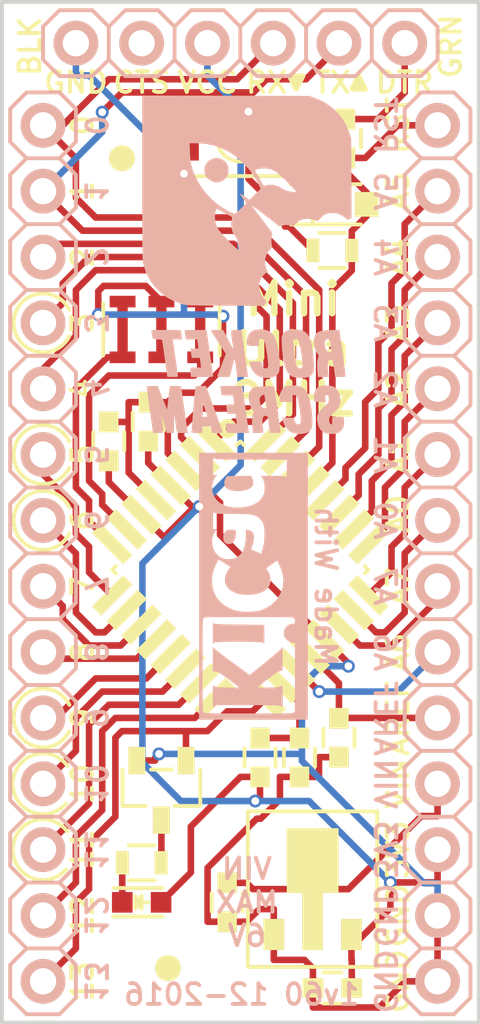
<source format=kicad_pcb>
(kicad_pcb (version 20171130) (host pcbnew "(5.1.12)-1")

  (general
    (thickness 1.6)
    (drawings 88)
    (tracks 408)
    (zones 0)
    (modules 24)
    (nets 37)
  )

  (page A3)
  (layers
    (0 F.Cu signal)
    (31 B.Cu signal)
    (32 B.Adhes user hide)
    (33 F.Adhes user hide)
    (34 B.Paste user hide)
    (35 F.Paste user hide)
    (36 B.SilkS user hide)
    (37 F.SilkS user hide)
    (38 B.Mask user hide)
    (39 F.Mask user hide)
    (40 Dwgs.User user hide)
    (41 Cmts.User user hide)
    (42 Eco1.User user hide)
    (43 Eco2.User user hide)
    (44 Edge.Cuts user)
    (45 Margin user hide)
    (46 B.CrtYd user hide)
    (47 F.CrtYd user hide)
    (48 B.Fab user hide)
    (49 F.Fab user hide)
  )

  (setup
    (last_trace_width 0.254)
    (user_trace_width 0.381)
    (user_trace_width 0.508)
    (user_trace_width 0.762)
    (user_trace_width 1.016)
    (trace_clearance 0.253)
    (zone_clearance 0.254)
    (zone_45_only no)
    (trace_min 0.254)
    (via_size 0.5)
    (via_drill 0.3)
    (via_min_size 0.5)
    (via_min_drill 0.3)
    (uvia_size 0.3)
    (uvia_drill 0.2)
    (uvias_allowed no)
    (uvia_min_size 0.2)
    (uvia_min_drill 0.1)
    (edge_width 0.2)
    (segment_width 0.15)
    (pcb_text_width 0.3)
    (pcb_text_size 1.5 1.5)
    (mod_edge_width 0.15)
    (mod_text_size 0.8 0.8)
    (mod_text_width 0.15)
    (pad_size 1 1)
    (pad_drill 0)
    (pad_to_mask_clearance 0.1)
    (pad_to_paste_clearance_ratio -0.05)
    (aux_axis_origin 200 150)
    (grid_origin 200 150)
    (visible_elements 7FFFFFFF)
    (pcbplotparams
      (layerselection 0x00020_7ffffffe)
      (usegerberextensions false)
      (usegerberattributes true)
      (usegerberadvancedattributes true)
      (creategerberjobfile true)
      (excludeedgelayer false)
      (linewidth 0.150000)
      (plotframeref false)
      (viasonmask false)
      (mode 1)
      (useauxorigin false)
      (hpglpennumber 1)
      (hpglpenspeed 20)
      (hpglpendiameter 15.000000)
      (psnegative false)
      (psa4output false)
      (plotreference false)
      (plotvalue false)
      (plotinvisibletext false)
      (padsonsilk true)
      (subtractmaskfromsilk false)
      (outputformat 4)
      (mirror false)
      (drillshape 2)
      (scaleselection 1)
      (outputdirectory "/home/phangmoh/Desktop/"))
  )

  (net 0 "")
  (net 1 GND)
  (net 2 /D4)
  (net 3 /D9)
  (net 4 /RST)
  (net 5 /D3)
  (net 6 3V3)
  (net 7 /D5)
  (net 8 /D6)
  (net 9 /D7)
  (net 10 /D8)
  (net 11 /D10)
  (net 12 /D11)
  (net 13 /D12)
  (net 14 /D13)
  (net 15 /A6)
  (net 16 AREF)
  (net 17 /A7)
  (net 18 /A0)
  (net 19 /A1)
  (net 20 /A2)
  (net 21 /A3)
  (net 22 /A4)
  (net 23 /A5)
  (net 24 /D0)
  (net 25 /D1)
  (net 26 /D2)
  (net 27 "Net-(D2-Pad1)")
  (net 28 "Net-(M1-Pad~)")
  (net 29 "Net-(M2-Pad~)")
  (net 30 "Net-(Q1-Pad3)")
  (net 31 "Net-(J1-Pad5)")
  (net 32 VIN)
  (net 33 "Net-(U2-Pad7)")
  (net 34 "Net-(U2-Pad8)")
  (net 35 "Net-(C5-Pad1)")
  (net 36 "Net-(C6-Pad2)")

  (net_class Default "This is the default net class."
    (clearance 0.253)
    (trace_width 0.254)
    (via_dia 0.5)
    (via_drill 0.3)
    (uvia_dia 0.3)
    (uvia_drill 0.2)
    (diff_pair_width 0.254)
    (diff_pair_gap 0.254)
    (add_net /A0)
    (add_net /A1)
    (add_net /A2)
    (add_net /A3)
    (add_net /A4)
    (add_net /A5)
    (add_net /A6)
    (add_net /A7)
    (add_net /D0)
    (add_net /D1)
    (add_net /D10)
    (add_net /D11)
    (add_net /D12)
    (add_net /D13)
    (add_net /D2)
    (add_net /D3)
    (add_net /D4)
    (add_net /D5)
    (add_net /D6)
    (add_net /D7)
    (add_net /D8)
    (add_net /D9)
    (add_net /RST)
    (add_net 3V3)
    (add_net AREF)
    (add_net GND)
    (add_net "Net-(C5-Pad1)")
    (add_net "Net-(C6-Pad2)")
    (add_net "Net-(D2-Pad1)")
    (add_net "Net-(J1-Pad5)")
    (add_net "Net-(M1-Pad~)")
    (add_net "Net-(M2-Pad~)")
    (add_net "Net-(Q1-Pad3)")
    (add_net "Net-(U2-Pad7)")
    (add_net "Net-(U2-Pad8)")
    (add_net VIN)
  )

  (module RocketScreamKicadLibrary:LOGO-KICAD_XSmall (layer B.Cu) (tedit 0) (tstamp 585B772F)
    (at 209.398 133.49 90)
    (path /585B3D66)
    (fp_text reference LOGO1 (at 0 0 90) (layer B.SilkS) hide
      (effects (font (size 1.524 1.524) (thickness 0.3)) (justify mirror))
    )
    (fp_text value LOGO-KICAD (at 0.75 0 90) (layer B.SilkS) hide
      (effects (font (size 1.524 1.524) (thickness 0.3)) (justify mirror))
    )
    (fp_poly (pts (xy 4.125235 -0.031016) (xy 4.177815 -0.0531) (xy 4.255296 -0.089867) (xy 4.243916 -1.025267)
      (xy 4.15925 -1.073202) (xy 4.061908 -1.111203) (xy 3.961396 -1.121617) (xy 3.870836 -1.104272)
      (xy 3.823014 -1.077631) (xy 3.752112 -0.995365) (xy 3.703687 -0.878796) (xy 3.678142 -0.729739)
      (xy 3.67588 -0.550013) (xy 3.683731 -0.447997) (xy 3.712181 -0.286469) (xy 3.759935 -0.160755)
      (xy 3.826055 -0.071603) (xy 3.909603 -0.019763) (xy 4.009642 -0.005985) (xy 4.125235 -0.031016)) (layer B.SilkS) (width 0.01))
    (fp_poly (pts (xy 2.132541 -0.690674) (xy 2.157275 -0.700838) (xy 2.171569 -0.721323) (xy 2.178243 -0.761955)
      (xy 2.180117 -0.832562) (xy 2.180166 -0.856627) (xy 2.178288 -0.940656) (xy 2.17048 -0.995545)
      (xy 2.153479 -1.034407) (xy 2.12806 -1.066041) (xy 2.076184 -1.1111) (xy 2.022601 -1.142531)
      (xy 2.020849 -1.143215) (xy 1.938148 -1.160598) (xy 1.843696 -1.160273) (xy 1.75863 -1.143118)
      (xy 1.730907 -1.131172) (xy 1.665478 -1.074282) (xy 1.632027 -0.998252) (xy 1.632014 -0.913283)
      (xy 1.666903 -0.829578) (xy 1.684338 -0.806305) (xy 1.755607 -0.749261) (xy 1.853781 -0.706898)
      (xy 1.964906 -0.682816) (xy 2.07503 -0.680615) (xy 2.132541 -0.690674)) (layer B.SilkS) (width 0.01))
    (fp_poly (pts (xy -1.846792 0.418554) (xy -1.49225 0.41275) (xy -1.481667 -0.529166) (xy -1.478656 -0.770009)
      (xy -1.475424 -0.971443) (xy -1.471861 -1.136391) (xy -1.467853 -1.267777) (xy -1.463291 -1.368525)
      (xy -1.458062 -1.441559) (xy -1.452054 -1.489801) (xy -1.445156 -1.516177) (xy -1.443881 -1.518708)
      (xy -1.416678 -1.566333) (xy -2.202421 -1.566333) (xy -2.170127 -1.503884) (xy -2.16144 -1.465794)
      (xy -2.15398 -1.391241) (xy -2.14775 -1.285847) (xy -2.142749 -1.155232) (xy -2.138982 -1.005017)
      (xy -2.136448 -0.840825) (xy -2.13515 -0.668276) (xy -2.135089 -0.492991) (xy -2.136268 -0.320591)
      (xy -2.138687 -0.156698) (xy -2.142348 -0.006933) (xy -2.147253 0.123084) (xy -2.153404 0.22773)
      (xy -2.160803 0.301385) (xy -2.16945 0.338428) (xy -2.169584 0.338667) (xy -2.19187 0.382432)
      (xy -2.200584 0.407971) (xy -2.180835 0.413056) (xy -2.125669 0.416809) (xy -2.041986 0.419022)
      (xy -1.936688 0.419488) (xy -1.846792 0.418554)) (layer B.SilkS) (width 0.01))
    (fp_poly (pts (xy -4.158186 1.127177) (xy -4.050223 1.126095) (xy -3.955965 1.124256) (xy -3.883242 1.121674)
      (xy -3.839883 1.118361) (xy -3.831155 1.115797) (xy -3.84177 1.088017) (xy -3.867375 1.043994)
      (xy -3.868209 1.042719) (xy -3.881239 1.017462) (xy -3.891166 0.982659) (xy -3.898543 0.932239)
      (xy -3.903922 0.860134) (xy -3.907857 0.760275) (xy -3.9109 0.626593) (xy -3.911997 0.561922)
      (xy -3.913604 0.398897) (xy -3.912583 0.277626) (xy -3.908939 0.198247) (xy -3.902677 0.160899)
      (xy -3.897637 0.15875) (xy -3.86578 0.194681) (xy -3.814581 0.256986) (xy -3.748997 0.339213)
      (xy -3.673984 0.434912) (xy -3.594499 0.537631) (xy -3.515499 0.64092) (xy -3.44194 0.738326)
      (xy -3.378778 0.823399) (xy -3.330972 0.889687) (xy -3.303476 0.93074) (xy -3.300625 0.935782)
      (xy -3.274111 0.999485) (xy -3.260252 1.057896) (xy -3.259667 1.068074) (xy -3.248718 1.111367)
      (xy -3.227917 1.122326) (xy -3.196569 1.122494) (xy -3.131808 1.122625) (xy -3.041693 1.122722)
      (xy -2.934287 1.122782) (xy -2.817651 1.122807) (xy -2.699845 1.122796) (xy -2.588931 1.12275)
      (xy -2.49297 1.122668) (xy -2.420023 1.12255) (xy -2.378151 1.122397) (xy -2.371934 1.122326)
      (xy -2.376342 1.108987) (xy -2.406016 1.07411) (xy -2.454911 1.024644) (xy -2.466816 1.013278)
      (xy -2.508941 0.969484) (xy -2.573055 0.897656) (xy -2.654812 0.802907) (xy -2.749869 0.690352)
      (xy -2.853881 0.565103) (xy -2.962504 0.432275) (xy -3.004127 0.380826) (xy -3.426657 -0.143071)
      (xy -3.014596 -0.711827) (xy -2.909326 -0.856091) (xy -2.805877 -0.99594) (xy -2.7084 -1.125901)
      (xy -2.621048 -1.240503) (xy -2.547974 -1.334273) (xy -2.49333 -1.401739) (xy -2.474611 -1.423458)
      (xy -2.346687 -1.566333) (xy -3.280834 -1.566333) (xy -3.280834 -1.48581) (xy -3.299356 -1.393021)
      (xy -3.340522 -1.311185) (xy -3.368884 -1.268931) (xy -3.415803 -1.201731) (xy -3.47659 -1.116058)
      (xy -3.546561 -1.01838) (xy -3.621026 -0.915169) (xy -3.695301 -0.812896) (xy -3.764698 -0.718032)
      (xy -3.82453 -0.637047) (xy -3.870111 -0.576412) (xy -3.896753 -0.542598) (xy -3.899277 -0.53975)
      (xy -3.905722 -0.552576) (xy -3.91032 -0.604897) (xy -3.91299 -0.693911) (xy -3.913648 -0.816815)
      (xy -3.912211 -0.970808) (xy -3.912153 -0.974652) (xy -3.909402 -1.129201) (xy -3.906107 -1.247234)
      (xy -3.901769 -1.334569) (xy -3.895889 -1.397023) (xy -3.887969 -1.440413) (xy -3.877509 -1.470558)
      (xy -3.868209 -1.487199) (xy -3.842477 -1.529632) (xy -3.831189 -1.554578) (xy -3.831167 -1.555005)
      (xy -3.851278 -1.558445) (xy -3.90739 -1.561465) (xy -3.993171 -1.563896) (xy -4.10229 -1.565567)
      (xy -4.228414 -1.56631) (xy -4.255134 -1.566333) (xy -4.679101 -1.566333) (xy -4.630843 -1.501064)
      (xy -4.582584 -1.435795) (xy -4.582584 -0.224847) (xy -4.582634 0.032412) (xy -4.582856 0.250739)
      (xy -4.58336 0.433533) (xy -4.584255 0.584195) (xy -4.585651 0.706125) (xy -4.587658 0.802723)
      (xy -4.590384 0.87739) (xy -4.59394 0.933527) (xy -4.598434 0.974533) (xy -4.603976 1.003809)
      (xy -4.610676 1.024755) (xy -4.618643 1.040772) (xy -4.623581 1.048676) (xy -4.64828 1.091348)
      (xy -4.656214 1.115701) (xy -4.655331 1.117102) (xy -4.629554 1.120816) (xy -4.570505 1.123699)
      (xy -4.486015 1.125765) (xy -4.383912 1.127025) (xy -4.272026 1.127492) (xy -4.158186 1.127177)) (layer B.SilkS) (width 0.01))
    (fp_poly (pts (xy 5.1435 -2.0955) (xy -5.1435 -2.0955) (xy -5.1435 -0.179916) (xy -4.910667 -0.179916)
      (xy -4.910647 -0.488267) (xy -4.910541 -0.757077) (xy -4.910281 -0.989139) (xy -4.909801 -1.187244)
      (xy -4.909032 -1.354186) (xy -4.907906 -1.492755) (xy -4.906356 -1.605746) (xy -4.904314 -1.69595)
      (xy -4.901712 -1.766159) (xy -4.898484 -1.819166) (xy -4.89456 -1.857763) (xy -4.889874 -1.884743)
      (xy -4.884357 -1.902897) (xy -4.877942 -1.915019) (xy -4.870562 -1.923901) (xy -4.868334 -1.926166)
      (xy -4.860033 -1.933675) (xy -4.849315 -1.94024) (xy -4.83345 -1.945923) (xy -4.809707 -1.950788)
      (xy -4.775355 -1.954899) (xy -4.727663 -1.95832) (xy -4.663901 -1.961112) (xy -4.581337 -1.963342)
      (xy -4.477242 -1.96507) (xy -4.348883 -1.966362) (xy -4.193532 -1.967281) (xy -4.008456 -1.96789)
      (xy -3.790925 -1.968253) (xy -3.538208 -1.968433) (xy -3.247575 -1.968494) (xy -3.048 -1.9685)
      (xy -2.732592 -1.968481) (xy -2.456787 -1.968382) (xy -2.217853 -1.968139) (xy -2.01306 -1.96769)
      (xy -1.839678 -1.96697) (xy -1.694975 -1.965916) (xy -1.576221 -1.964464) (xy -1.480685 -1.962551)
      (xy -1.405636 -1.960114) (xy -1.348344 -1.957089) (xy -1.306078 -1.953412) (xy -1.276107 -1.94902)
      (xy -1.2557 -1.943849) (xy -1.242126 -1.937836) (xy -1.232656 -1.930918) (xy -1.227667 -1.926166)
      (xy -1.220007 -1.917689) (xy -1.213331 -1.906746) (xy -1.207572 -1.890545) (xy -1.202662 -1.866294)
      (xy -1.198533 -1.8312) (xy -1.195119 -1.782471) (xy -1.19235 -1.717314) (xy -1.19016 -1.632938)
      (xy -1.18848 -1.52655) (xy -1.187243 -1.395357) (xy -1.186382 -1.236568) (xy -1.185828 -1.047389)
      (xy -1.185514 -0.825029) (xy -1.185372 -0.566694) (xy -1.185346 -0.357583) (xy -0.98908 -0.357583)
      (xy -0.967111 -0.560071) (xy -0.921203 -0.744606) (xy -0.857897 -0.903598) (xy -0.740507 -1.11046)
      (xy -0.599727 -1.282327) (xy -0.437068 -1.418437) (xy -0.254043 -1.518028) (xy -0.052165 -1.580338)
      (xy 0.167056 -1.604607) (xy 0.402106 -1.590072) (xy 0.479679 -1.577242) (xy 0.621857 -1.539496)
      (xy 0.777128 -1.479615) (xy 0.840389 -1.450136) (xy 1.035195 -1.354455) (xy 0.895027 -1.127019)
      (xy 0.841511 -1.040329) (xy 0.80532 -0.981926) (xy 1.03954 -0.981926) (xy 1.047065 -1.090898)
      (xy 1.056275 -1.135746) (xy 1.115148 -1.275282) (xy 1.2082 -1.396311) (xy 1.329287 -1.493219)
      (xy 1.472267 -1.560392) (xy 1.541744 -1.579344) (xy 1.641071 -1.598334) (xy 1.717946 -1.605052)
      (xy 1.790476 -1.599349) (xy 1.876769 -1.581074) (xy 1.895261 -1.576412) (xy 1.982635 -1.54707)
      (xy 2.069145 -1.507017) (xy 2.111375 -1.481598) (xy 2.201333 -1.419039) (xy 2.201333 -1.566333)
      (xy 2.529416 -1.566333) (xy 2.641853 -1.565836) (xy 2.737685 -1.564465) (xy 2.809714 -1.562399)
      (xy 2.850743 -1.559816) (xy 2.8575 -1.558169) (xy 2.848736 -1.535738) (xy 2.827481 -1.492458)
      (xy 2.82588 -1.489377) (xy 2.816135 -1.463599) (xy 2.808517 -1.424813) (xy 2.802788 -1.368218)
      (xy 2.798708 -1.289013) (xy 2.79604 -1.182395) (xy 2.794545 -1.043562) (xy 2.793984 -0.867714)
      (xy 2.79397 -0.846666) (xy 2.792769 -0.61825) (xy 2.790724 -0.518583) (xy 3.034189 -0.518583)
      (xy 3.034772 -0.746754) (xy 3.064934 -0.953493) (xy 3.123246 -1.136308) (xy 3.208277 -1.29271)
      (xy 3.318599 -1.420209) (xy 3.452781 -1.516313) (xy 3.609394 -1.578532) (xy 3.647942 -1.587684)
      (xy 3.759709 -1.598545) (xy 3.886729 -1.591653) (xy 4.008448 -1.569062) (xy 4.080806 -1.544432)
      (xy 4.152526 -1.508977) (xy 4.219327 -1.469936) (xy 4.234264 -1.459837) (xy 4.296833 -1.415284)
      (xy 4.296833 -1.566333) (xy 4.624916 -1.566333) (xy 4.737353 -1.565846) (xy 4.833185 -1.564503)
      (xy 4.905214 -1.562478) (xy 4.946243 -1.559948) (xy 4.953 -1.558334) (xy 4.945625 -1.535574)
      (xy 4.927307 -1.488992) (xy 4.92125 -1.474348) (xy 4.914699 -1.453731) (xy 4.909089 -1.423532)
      (xy 4.904353 -1.380642) (xy 4.900419 -1.321953) (xy 4.897219 -1.244357) (xy 4.894683 -1.144744)
      (xy 4.892741 -1.020008) (xy 4.891325 -0.86704) (xy 4.890364 -0.682731) (xy 4.889789 -0.463973)
      (xy 4.889532 -0.207658) (xy 4.8895 -0.053596) (xy 4.8895 1.291167) (xy 4.189912 1.291167)
      (xy 4.222206 1.228718) (xy 4.233647 1.198451) (xy 4.242172 1.154209) (xy 4.24815 1.09028)
      (xy 4.25195 1.000952) (xy 4.253943 0.880515) (xy 4.2545 0.72986) (xy 4.2545 0.293451)
      (xy 4.196291 0.33353) (xy 4.111383 0.383176) (xy 4.022361 0.414261) (xy 3.916275 0.430059)
      (xy 3.799416 0.433917) (xy 3.700051 0.432129) (xy 3.627799 0.42485) (xy 3.567524 0.409211)
      (xy 3.504086 0.38234) (xy 3.489101 0.375078) (xy 3.349649 0.284524) (xy 3.235758 0.162055)
      (xy 3.147098 0.007021) (xy 3.083339 -0.181225) (xy 3.044151 -0.403334) (xy 3.034189 -0.518583)
      (xy 2.790724 -0.518583) (xy 2.788855 -0.427549) (xy 2.781389 -0.269988) (xy 2.769532 -0.140992)
      (xy 2.752446 -0.035984) (xy 2.729292 0.049611) (xy 2.699231 0.120369) (xy 2.661425 0.180867)
      (xy 2.615034 0.235679) (xy 2.591182 0.259663) (xy 2.511456 0.326202) (xy 2.425269 0.374143)
      (xy 2.324391 0.405863) (xy 2.200593 0.423736) (xy 2.045646 0.430137) (xy 2.00025 0.43022)
      (xy 1.868887 0.428041) (xy 1.763582 0.421465) (xy 1.668127 0.408518) (xy 1.566316 0.387226)
      (xy 1.489076 0.367983) (xy 1.253069 0.306917) (xy 1.337589 0.102826) (xy 1.422108 -0.101265)
      (xy 1.550426 -0.049125) (xy 1.644875 -0.018447) (xy 1.753016 0.00565) (xy 1.822614 0.015077)
      (xy 1.950351 0.015986) (xy 2.04567 -0.0073) (xy 2.112498 -0.057267) (xy 2.15476 -0.136405)
      (xy 2.171084 -0.205698) (xy 2.184145 -0.287376) (xy 1.965197 -0.288802) (xy 1.731544 -0.302687)
      (xy 1.531856 -0.341255) (xy 1.365518 -0.404776) (xy 1.231911 -0.493516) (xy 1.130418 -0.607745)
      (xy 1.095465 -0.66675) (xy 1.065145 -0.753041) (xy 1.046034 -0.863703) (xy 1.03954 -0.981926)
      (xy 0.80532 -0.981926) (xy 0.796425 -0.967573) (xy 0.764191 -0.915863) (xy 0.749226 -0.892309)
      (xy 0.748822 -0.891739) (xy 0.730451 -0.899105) (xy 0.690057 -0.926525) (xy 0.659302 -0.950016)
      (xy 0.525063 -1.035022) (xy 0.38328 -1.086342) (xy 0.241456 -1.102481) (xy 0.107097 -1.081941)
      (xy 0.068111 -1.067883) (xy -0.047147 -0.997919) (xy -0.148274 -0.892674) (xy -0.230909 -0.758056)
      (xy -0.290692 -0.599975) (xy -0.298192 -0.5715) (xy -0.315395 -0.46834) (xy -0.324695 -0.339365)
      (xy -0.326285 -0.198223) (xy -0.320359 -0.058566) (xy -0.307108 0.065957) (xy -0.287899 0.157846)
      (xy -0.225505 0.329325) (xy -0.150968 0.461996) (xy -0.061624 0.558309) (xy 0.045193 0.620714)
      (xy 0.172146 0.651663) (xy 0.254 0.656167) (xy 0.398727 0.640637) (xy 0.526535 0.591045)
      (xy 0.609192 0.536653) (xy 0.657896 0.506363) (xy 0.692643 0.497352) (xy 0.699199 0.500266)
      (xy 0.717966 0.524214) (xy 0.755043 0.57533) (xy 0.804858 0.645827) (xy 0.855415 0.718593)
      (xy 0.993347 0.918602) (xy 0.820322 1.001051) (xy 0.615231 1.086775) (xy 0.426072 1.139102)
      (xy 0.244502 1.159317) (xy 0.062177 1.148705) (xy -0.03175 1.132267) (xy -0.231428 1.069171)
      (xy -0.416945 0.968957) (xy -0.58414 0.835643) (xy -0.728851 0.673245) (xy -0.846917 0.485781)
      (xy -0.934177 0.277268) (xy -0.941479 0.254) (xy -0.957918 0.179629) (xy -0.972574 0.075508)
      (xy -0.983889 -0.045779) (xy -0.988706 -0.127667) (xy -0.98908 -0.357583) (xy -1.185346 -0.357583)
      (xy -1.185335 -0.269594) (xy -1.185334 -0.179916) (xy -1.185354 0.128435) (xy -1.18546 0.397245)
      (xy -1.18572 0.629307) (xy -1.1862 0.827412) (xy -1.186969 0.994353) (xy -1.188095 1.132923)
      (xy -1.189645 1.245914) (xy -1.191687 1.336117) (xy -1.194289 1.406326) (xy -1.197517 1.459333)
      (xy -1.201441 1.497931) (xy -1.206127 1.52491) (xy -1.211644 1.543065) (xy -1.218059 1.555187)
      (xy -1.225439 1.564068) (xy -1.227667 1.566334) (xy -1.28021 1.597947) (xy -1.35901 1.608614)
      (xy -1.366677 1.608667) (xy -1.425242 1.606677) (xy -1.450885 1.59763) (xy -1.452944 1.576911)
      (xy -1.450247 1.567375) (xy -1.447199 1.502059) (xy -1.467704 1.421287) (xy -1.506279 1.340405)
      (xy -1.553412 1.278689) (xy -1.651138 1.20761) (xy -1.759065 1.173494) (xy -1.869309 1.175028)
      (xy -1.973988 1.210899) (xy -2.06522 1.279792) (xy -2.132542 1.375198) (xy -2.161364 1.446538)
      (xy -2.178294 1.516065) (xy -2.180167 1.539069) (xy -2.180167 1.608667) (xy -3.503084 1.608667)
      (xy -3.772458 1.608636) (xy -4.00269 1.608475) (xy -4.196972 1.608086) (xy -4.358496 1.60737)
      (xy -4.490453 1.606228) (xy -4.596034 1.604561) (xy -4.678432 1.60227) (xy -4.740837 1.599256)
      (xy -4.786442 1.59542) (xy -4.818437 1.590663) (xy -4.840016 1.584886) (xy -4.854368 1.57799)
      (xy -4.864686 1.569877) (xy -4.868334 1.566334) (xy -4.875994 1.557857) (xy -4.88267 1.546914)
      (xy -4.888429 1.530713) (xy -4.893339 1.506462) (xy -4.897468 1.471368) (xy -4.900882 1.422639)
      (xy -4.903651 1.357482) (xy -4.905841 1.273106) (xy -4.907521 1.166718) (xy -4.908758 1.035525)
      (xy -4.909619 0.876735) (xy -4.910173 0.687556) (xy -4.910487 0.465196) (xy -4.910629 0.206862)
      (xy -4.910666 -0.090238) (xy -4.910667 -0.179916) (xy -5.1435 -0.179916) (xy -5.1435 2.0955)
      (xy 5.1435 2.0955) (xy 5.1435 -2.0955)) (layer B.SilkS) (width 0.01))
  )

  (module RocketScreamKicadLibrary:LOGO-ROCKET-SCREAM_Vertical_XSmall (layer B.Cu) (tedit 0) (tstamp 585B7704)
    (at 209.144 121.298 180)
    (path /585B3CCA)
    (fp_text reference LOGO2 (at 0 0 180) (layer B.SilkS) hide
      (effects (font (size 1.524 1.524) (thickness 0.3)) (justify mirror))
    )
    (fp_text value LOGO-ROCKET-SCREAM (at 0.75 0 180) (layer B.SilkS) hide
      (effects (font (size 1.524 1.524) (thickness 0.3)) (justify mirror))
    )
    (fp_poly (pts (xy 1.242919 4.320413) (xy 1.369607 4.281546) (xy 1.485841 4.203479) (xy 1.561676 4.117303)
      (xy 1.607933 4.041922) (xy 1.630685 3.970252) (xy 1.637374 3.877094) (xy 1.637453 3.8608)
      (xy 1.632427 3.762592) (xy 1.612389 3.689419) (xy 1.569893 3.616086) (xy 1.561676 3.604298)
      (xy 1.457298 3.495148) (xy 1.32976 3.422758) (xy 1.19018 3.391348) (xy 1.049674 3.405135)
      (xy 1.042327 3.407233) (xy 0.902932 3.472193) (xy 0.799299 3.571853) (xy 0.734403 3.702109)
      (xy 0.711219 3.85886) (xy 0.7112 3.863907) (xy 0.732635 4.010184) (xy 0.791609 4.131562)
      (xy 0.880124 4.225657) (xy 0.990179 4.290086) (xy 1.113777 4.322466) (xy 1.242919 4.320413)) (layer B.SilkS) (width 0.01))
    (fp_poly (pts (xy 4.038422 3.575524) (xy 4.038372 3.109016) (xy 4.038253 2.6905) (xy 4.038021 2.317171)
      (xy 4.037636 1.986219) (xy 4.037056 1.694839) (xy 4.036239 1.440222) (xy 4.035146 1.219562)
      (xy 4.033733 1.030052) (xy 4.03196 0.868884) (xy 4.029785 0.733251) (xy 4.027167 0.620346)
      (xy 4.024064 0.527362) (xy 4.020436 0.451491) (xy 4.01624 0.389926) (xy 4.011435 0.33986)
      (xy 4.00598 0.298487) (xy 3.999833 0.262997) (xy 3.992954 0.230585) (xy 3.988833 0.213015)
      (xy 3.890418 -0.092116) (xy 3.748831 -0.37313) (xy 3.567167 -0.626882) (xy 3.348522 -0.850229)
      (xy 3.095993 -1.040026) (xy 2.812675 -1.19313) (xy 2.501665 -1.306397) (xy 2.4892 -1.309913)
      (xy 2.450369 -1.319718) (xy 2.406705 -1.328111) (xy 2.353954 -1.335234) (xy 2.287862 -1.341229)
      (xy 2.204177 -1.346239) (xy 2.098645 -1.350406) (xy 1.967012 -1.353872) (xy 1.805025 -1.35678)
      (xy 1.608431 -1.359272) (xy 1.372976 -1.361491) (xy 1.094407 -1.363577) (xy 0.835272 -1.365263)
      (xy -0.653555 -1.374533) (xy -0.706028 -1.291657) (xy -0.7585 -1.208782) (xy -0.668489 -1.10915)
      (xy -0.556702 -0.954116) (xy -0.492618 -0.786554) (xy -0.473355 -0.6096) (xy -0.491545 -0.442477)
      (xy -0.549216 -0.301818) (xy -0.651322 -0.176873) (xy -0.688145 -0.143585) (xy -0.793842 -0.053113)
      (xy -0.754887 0.044245) (xy -0.703451 0.229194) (xy -0.698174 0.406347) (xy -0.738148 0.570118)
      (xy -0.822469 0.714927) (xy -0.872808 0.770632) (xy -0.934384 0.835511) (xy -0.943147 0.849611)
      (xy 0.312743 0.849611) (xy 0.315603 0.795929) (xy 0.315998 0.794854) (xy 0.338976 0.793921)
      (xy 0.389365 0.825793) (xy 0.461513 0.884703) (xy 0.549771 0.964886) (xy 0.648487 1.060576)
      (xy 0.752011 1.166008) (xy 0.854692 1.275417) (xy 0.950879 1.383037) (xy 1.034922 1.483102)
      (xy 1.101171 1.569847) (xy 1.143974 1.637506) (xy 1.146238 1.641966) (xy 1.215741 1.833755)
      (xy 1.241232 2.033136) (xy 1.2211 2.227198) (xy 1.219902 2.232271) (xy 1.199292 2.307484)
      (xy 1.180248 2.359435) (xy 1.171503 2.372982) (xy 1.143017 2.365717) (xy 1.085336 2.336345)
      (xy 1.015305 2.293959) (xy 0.913373 2.23296) (xy 0.795189 2.16898) (xy 0.71496 2.129429)
      (xy 0.630037 2.087872) (xy 0.583479 2.057284) (xy 0.56649 2.029748) (xy 0.569841 1.998824)
      (xy 0.602069 1.811278) (xy 0.591825 1.62712) (xy 0.54096 1.456701) (xy 0.451328 1.310375)
      (xy 0.445438 1.303381) (xy 0.386793 1.224019) (xy 0.360135 1.15352) (xy 0.3556 1.098303)
      (xy 0.348048 1.008419) (xy 0.329663 0.924048) (xy 0.327604 0.917873) (xy 0.312743 0.849611)
      (xy -0.943147 0.849611) (xy -0.963294 0.882026) (xy -0.966609 0.923461) (xy -0.962867 0.9398)
      (xy -0.948665 1.023775) (xy -0.943122 1.130674) (xy -0.946078 1.239627) (xy -0.957371 1.329762)
      (xy -0.966118 1.361314) (xy -0.976461 1.400657) (xy -0.970662 1.43899) (xy -0.943567 1.488509)
      (xy -0.890023 1.561412) (xy -0.871513 1.585217) (xy -0.798416 1.679413) (xy -0.712885 1.790742)
      (xy -0.619904 1.912588) (xy -0.524461 2.038339) (xy -0.431542 2.161378) (xy -0.346134 2.275092)
      (xy -0.273222 2.372866) (xy -0.217793 2.448086) (xy -0.184834 2.494136) (xy -0.1778 2.505439)
      (xy -0.19686 2.495767) (xy -0.249934 2.459574) (xy -0.330866 2.401435) (xy -0.433499 2.325925)
      (xy -0.551676 2.237619) (xy -0.67924 2.14109) (xy -0.810035 2.040914) (xy -0.937902 1.941665)
      (xy -0.962196 1.922633) (xy -1.251291 1.695764) (xy -1.346143 1.724182) (xy -1.505758 1.750509)
      (xy -1.669462 1.740627) (xy -1.725397 1.727718) (xy -1.778461 1.716092) (xy -1.817974 1.723541)
      (xy -1.860895 1.75721) (xy -1.904976 1.803374) (xy -1.979061 1.870952) (xy -2.06058 1.927153)
      (xy -2.094881 1.944479) (xy -2.219755 1.97681) (xy -2.366316 1.985106) (xy -2.511674 1.969692)
      (xy -2.61976 1.937061) (xy -2.732348 1.887258) (xy -2.831346 2.001063) (xy -2.947997 2.109845)
      (xy -3.077023 2.176519) (xy -3.230487 2.206394) (xy -3.304294 2.209243) (xy -3.418671 2.203759)
      (xy -3.513613 2.181794) (xy -3.618522 2.136418) (xy -3.623309 2.134034) (xy -3.712522 2.08435)
      (xy -3.790957 2.031896) (xy -3.834281 1.995093) (xy -3.877259 1.954019) (xy -3.91089 1.947185)
      (xy -3.95966 1.970936) (xy -3.967036 1.975279) (xy -4.040441 2.01864) (xy -4.035668 3.027833)
      (xy -1.905 3.027833) (xy -1.890534 3.003484) (xy -1.841035 3.005777) (xy -1.83515 3.007061)
      (xy -1.769266 3.019247) (xy -1.678834 3.032793) (xy -1.626821 3.039505) (xy -1.500599 3.069102)
      (xy -1.389729 3.131625) (xy -1.37753 3.140751) (xy -1.375884 3.141699) (xy -0.537836 3.141699)
      (xy -0.10274 2.706603) (xy 0.091211 2.84144) (xy 0.172059 2.895771) (xy 0.231832 2.932284)
      (xy 0.262768 2.946454) (xy 0.264222 2.942288) (xy 0.240159 2.905912) (xy 0.195792 2.840983)
      (xy 0.140023 2.760511) (xy 0.130798 2.747292) (xy 0.018314 2.586284) (xy 0.230751 2.372738)
      (xy 0.321389 2.281418) (xy 0.388359 2.220453) (xy 0.443641 2.188268) (xy 0.499217 2.183292)
      (xy 0.567066 2.203949) (xy 0.659169 2.248667) (xy 0.762559 2.3029) (xy 1.05591 2.483431)
      (xy 1.329232 2.70599) (xy 1.575702 2.96355) (xy 1.788497 3.249085) (xy 1.942473 3.5179)
      (xy 2.035758 3.716178) (xy 2.103704 3.889743) (xy 2.150541 4.055193) (xy 2.180499 4.229126)
      (xy 2.197805 4.428138) (xy 2.202963 4.54025) (xy 2.216198 4.9022) (xy 1.935259 4.9022)
      (xy 1.579799 4.877955) (xy 1.239662 4.80532) (xy 0.915195 4.684451) (xy 0.606747 4.515499)
      (xy 0.314663 4.29862) (xy 0.087969 4.085495) (xy -0.094149 3.884017) (xy -0.242153 3.689699)
      (xy -0.367246 3.486738) (xy -0.447781 3.3298) (xy -0.537836 3.141699) (xy -1.375884 3.141699)
      (xy -1.212367 3.235867) (xy -1.029248 3.285971) (xy -0.836355 3.289613) (xy -0.693751 3.262007)
      (xy -0.663465 3.259339) (xy -0.635885 3.276224) (xy -0.603887 3.320807) (xy -0.560351 3.401227)
      (xy -0.544353 3.432807) (xy -0.488766 3.538286) (xy -0.430044 3.641666) (xy -0.380102 3.72204)
      (xy -0.376286 3.727664) (xy -0.336764 3.793187) (xy -0.316467 3.84306) (xy -0.316576 3.859305)
      (xy -0.354244 3.882505) (xy -0.428392 3.903242) (xy -0.524698 3.919356) (xy -0.628844 3.928689)
      (xy -0.726509 3.929082) (xy -0.760642 3.926243) (xy -0.863966 3.909492) (xy -0.958028 3.882114)
      (xy -1.049955 3.839519) (xy -1.146871 3.777118) (xy -1.255902 3.690321) (xy -1.384175 3.574537)
      (xy -1.538815 3.425178) (xy -1.539283 3.424717) (xy -1.650465 3.313436) (xy -1.748038 3.212454)
      (xy -1.826522 3.127716) (xy -1.88044 3.065169) (xy -1.904313 3.030756) (xy -1.905 3.027833)
      (xy -4.035668 3.027833) (xy -4.033171 3.55567) (xy -4.0259 5.0927) (xy -3.944703 5.325058)
      (xy -3.829949 5.600412) (xy -3.687445 5.84217) (xy -3.508894 6.063665) (xy -3.441416 6.133816)
      (xy -3.223649 6.325929) (xy -2.989971 6.479287) (xy -2.727049 6.602187) (xy -2.632658 6.637103)
      (xy -2.4003 6.7183) (xy 4.0386 6.731948) (xy 4.038422 3.575524)) (layer B.SilkS) (width 0.01))
    (fp_poly (pts (xy 3.671361 -2.43205) (xy 3.655267 -2.541507) (xy 3.639496 -2.610361) (xy 3.615296 -2.64799)
      (xy 3.573914 -2.663774) (xy 3.506601 -2.667092) (xy 3.45213 -2.667) (xy 3.359414 -2.668405)
      (xy 3.305572 -2.675055) (xy 3.278705 -2.690596) (xy 3.266912 -2.718679) (xy 3.265718 -2.72415)
      (xy 3.259291 -2.763032) (xy 3.24732 -2.842678) (xy 3.230943 -2.954961) (xy 3.211302 -3.091755)
      (xy 3.189536 -3.244932) (xy 3.166786 -3.406365) (xy 3.144191 -3.567928) (xy 3.122891 -3.721493)
      (xy 3.104027 -3.858934) (xy 3.088738 -3.972123) (xy 3.078165 -4.052935) (xy 3.073448 -4.093241)
      (xy 3.073307 -4.09575) (xy 3.049961 -4.104596) (xy 2.987837 -4.111258) (xy 2.898948 -4.114608)
      (xy 2.8702 -4.1148) (xy 2.775836 -4.112607) (xy 2.704781 -4.106779) (xy 2.66905 -4.098444)
      (xy 2.667012 -4.09575) (xy 2.670406 -4.065781) (xy 2.679824 -3.993637) (xy 2.694136 -3.887432)
      (xy 2.712209 -3.755284) (xy 2.73291 -3.60531) (xy 2.755108 -3.445626) (xy 2.77767 -3.284349)
      (xy 2.799464 -3.129596) (xy 2.819359 -2.989484) (xy 2.836221 -2.872128) (xy 2.84892 -2.785647)
      (xy 2.856322 -2.738156) (xy 2.856551 -2.73685) (xy 2.86893 -2.667) (xy 2.507524 -2.667)
      (xy 2.523541 -2.53365) (xy 2.5328 -2.448748) (xy 2.538693 -2.379736) (xy 2.539779 -2.35585)
      (xy 2.543186 -2.341489) (xy 2.557313 -2.330589) (xy 2.588255 -2.322676) (xy 2.642111 -2.31728)
      (xy 2.724976 -2.313929) (xy 2.842949 -2.31215) (xy 3.002126 -2.311473) (xy 3.114384 -2.3114)
      (xy 3.688768 -2.3114) (xy 3.671361 -2.43205)) (layer B.SilkS) (width 0.01))
    (fp_poly (pts (xy 2.35505 -2.667) (xy 1.912149 -2.667) (xy 1.864013 -3.0226) (xy 2.174586 -3.0226)
      (xy 2.12645 -3.3782) (xy 1.811693 -3.3782) (xy 1.763387 -3.7592) (xy 1.973893 -3.7592)
      (xy 2.079526 -3.759673) (xy 2.144952 -3.767422) (xy 2.177931 -3.791941) (xy 2.186224 -3.842723)
      (xy 2.177592 -3.92926) (xy 2.168247 -3.996954) (xy 2.152095 -4.1148) (xy 1.726125 -4.1148)
      (xy 1.569728 -4.114428) (xy 1.457229 -4.112823) (xy 1.381731 -4.109249) (xy 1.336334 -4.102971)
      (xy 1.314139 -4.093251) (xy 1.308248 -4.079356) (xy 1.309315 -4.07035) (xy 1.314905 -4.035344)
      (xy 1.326602 -3.956197) (xy 1.343525 -3.839086) (xy 1.364789 -3.690185) (xy 1.389512 -3.515671)
      (xy 1.416811 -3.321718) (xy 1.438244 -3.16865) (xy 1.558014 -2.3114) (xy 2.403186 -2.3114)
      (xy 2.35505 -2.667)) (layer B.SilkS) (width 0.01))
    (fp_poly (pts (xy 0.545892 -2.312816) (xy 0.582244 -2.325058) (xy 0.601489 -2.354298) (xy 0.606031 -2.407516)
      (xy 0.598278 -2.491694) (xy 0.580636 -2.613812) (xy 0.561066 -2.7432) (xy 0.543562 -2.86342)
      (xy 0.52969 -2.963592) (xy 0.520735 -3.034058) (xy 0.517982 -3.065158) (xy 0.518136 -3.065795)
      (xy 0.530636 -3.0462) (xy 0.562568 -2.988714) (xy 0.61003 -2.900567) (xy 0.669119 -2.788991)
      (xy 0.720353 -2.691145) (xy 0.918282 -2.3114) (xy 1.15914 -2.3114) (xy 1.274582 -2.312944)
      (xy 1.345838 -2.318198) (xy 1.379444 -2.328092) (xy 1.382172 -2.34315) (xy 1.363273 -2.373372)
      (xy 1.321017 -2.439046) (xy 1.259948 -2.533172) (xy 1.184609 -2.648749) (xy 1.099545 -2.778777)
      (xy 1.085794 -2.799756) (xy 0.807242 -3.224612) (xy 0.96126 -3.625256) (xy 1.013492 -3.761202)
      (xy 1.060171 -3.882836) (xy 1.097882 -3.981252) (xy 1.123214 -4.047547) (xy 1.131856 -4.07035)
      (xy 1.135186 -4.090939) (xy 1.120867 -4.103994) (xy 1.08032 -4.111198) (xy 1.004965 -4.114236)
      (xy 0.905396 -4.1148) (xy 0.662358 -4.1148) (xy 0.637472 -4.01955) (xy 0.620689 -3.952233)
      (xy 0.596754 -3.852379) (xy 0.569722 -3.737) (xy 0.557272 -3.683) (xy 0.531633 -3.575616)
      (xy 0.508157 -3.485191) (xy 0.490242 -3.424449) (xy 0.483847 -3.408033) (xy 0.474535 -3.419612)
      (xy 0.460911 -3.473874) (xy 0.444494 -3.56304) (xy 0.426807 -3.67933) (xy 0.418043 -3.744583)
      (xy 0.370351 -4.1148) (xy -0.041256 -4.1148) (xy 0.21488 -2.3114) (xy 0.41224 -2.3114)
      (xy 0.490026 -2.31059) (xy 0.545892 -2.312816)) (layer B.SilkS) (width 0.01))
    (fp_poly (pts (xy -3.2258 -2.315606) (xy -3.045342 -2.323701) (xy -2.907541 -2.339643) (xy -2.804519 -2.366105)
      (xy -2.728395 -2.405761) (xy -2.671292 -2.461286) (xy -2.63569 -2.515882) (xy -2.602579 -2.617673)
      (xy -2.593458 -2.747734) (xy -2.606038 -2.890863) (xy -2.638027 -3.031858) (xy -2.687134 -3.155516)
      (xy -2.744879 -3.240286) (xy -2.775697 -3.279044) (xy -2.78079 -3.315778) (xy -2.761895 -3.372514)
      (xy -2.756366 -3.385867) (xy -2.729322 -3.4915) (xy -2.719024 -3.640102) (xy -2.725391 -3.833714)
      (xy -2.734354 -3.94335) (xy -2.750546 -4.1148) (xy -3.154588 -4.1148) (xy -3.136464 -3.958636)
      (xy -3.122785 -3.802664) (xy -3.119201 -3.665158) (xy -3.125733 -3.557865) (xy -3.135681 -3.509041)
      (xy -3.16308 -3.468759) (xy -3.219901 -3.454774) (xy -3.237124 -3.4544) (xy -3.321225 -3.4544)
      (xy -3.349236 -3.642734) (xy -3.366185 -3.761029) (xy -3.382648 -3.88303) (xy -3.393921 -3.972934)
      (xy -3.410595 -4.1148) (xy -3.610298 -4.1148) (xy -3.704004 -4.112566) (xy -3.774536 -4.10664)
      (xy -3.809653 -4.098179) (xy -3.811468 -4.09575) (xy -3.808452 -4.066993) (xy -3.79922 -3.993764)
      (xy -3.784551 -3.881907) (xy -3.765226 -3.737264) (xy -3.742024 -3.565681) (xy -3.715726 -3.373)
      (xy -3.690818 -3.191906) (xy -3.685183 -3.151077) (xy -3.2766 -3.151077) (xy -3.256355 -3.169796)
      (xy -3.21945 -3.165609) (xy -3.160725 -3.153135) (xy -3.131203 -3.149946) (xy -3.093812 -3.125932)
      (xy -3.057696 -3.061648) (xy -3.027478 -2.967517) (xy -3.010783 -2.878645) (xy -3.002967 -2.796208)
      (xy -3.010078 -2.744607) (xy -3.03568 -2.705163) (xy -3.045905 -2.694495) (xy -3.109521 -2.650608)
      (xy -3.166268 -2.645184) (xy -3.20464 -2.677927) (xy -3.211687 -2.69875) (xy -3.222177 -2.756137)
      (xy -3.235793 -2.841593) (xy -3.250289 -2.939469) (xy -3.263419 -3.034113) (xy -3.272938 -3.109878)
      (xy -3.2766 -3.151077) (xy -3.685183 -3.151077) (xy -3.5687 -2.307112) (xy -3.2258 -2.315606)) (layer B.SilkS) (width 0.01))
    (fp_poly (pts (xy -0.327863 -2.302567) (xy -0.195594 -2.353089) (xy -0.099136 -2.438796) (xy -0.036965 -2.560917)
      (xy -0.011785 -2.678234) (xy -0.001047 -2.786943) (xy -0.006803 -2.857203) (xy -0.037012 -2.897371)
      (xy -0.099631 -2.9158) (xy -0.202618 -2.920846) (xy -0.243012 -2.921) (xy -0.4572 -2.921)
      (xy -0.4572 -2.821477) (xy -0.46101 -2.746231) (xy -0.470397 -2.688601) (xy -0.472618 -2.681777)
      (xy -0.507691 -2.651504) (xy -0.566683 -2.642499) (xy -0.627173 -2.65522) (xy -0.658964 -2.677969)
      (xy -0.680994 -2.725716) (xy -0.705914 -2.813792) (xy -0.732121 -2.931925) (xy -0.758009 -3.069842)
      (xy -0.781974 -3.217272) (xy -0.802413 -3.363942) (xy -0.817721 -3.49958) (xy -0.826294 -3.613915)
      (xy -0.826528 -3.696673) (xy -0.822497 -3.725101) (xy -0.786674 -3.778688) (xy -0.722094 -3.794229)
      (xy -0.665938 -3.781677) (xy -0.61766 -3.740504) (xy -0.581515 -3.654657) (xy -0.579067 -3.645768)
      (xy -0.548264 -3.5306) (xy -0.323221 -3.5306) (xy -0.215819 -3.531545) (xy -0.150217 -3.535636)
      (xy -0.117432 -3.544753) (xy -0.10848 -3.560778) (xy -0.110969 -3.57505) (xy -0.12583 -3.626706)
      (xy -0.147454 -3.70189) (xy -0.154859 -3.727642) (xy -0.209147 -3.846062) (xy -0.296289 -3.961468)
      (xy -0.400806 -4.055217) (xy -0.453845 -4.087688) (xy -0.563132 -4.125828) (xy -0.699063 -4.148217)
      (xy -0.839208 -4.152241) (xy -0.9271 -4.142859) (xy -1.052475 -4.109581) (xy -1.145757 -4.057639)
      (xy -1.21018 -3.981168) (xy -1.248978 -3.874301) (xy -1.265385 -3.731171) (xy -1.262635 -3.545913)
      (xy -1.262042 -3.535251) (xy -1.249329 -3.382411) (xy -1.228908 -3.210491) (xy -1.204449 -3.048946)
      (xy -1.195059 -2.997437) (xy -1.143402 -2.778697) (xy -1.079967 -2.605995) (xy -1.00066 -2.475155)
      (xy -0.901383 -2.381997) (xy -0.778039 -2.322344) (xy -0.626534 -2.292019) (xy -0.497464 -2.286)
      (xy -0.327863 -2.302567)) (layer B.SilkS) (width 0.01))
    (fp_poly (pts (xy -1.657533 -2.298826) (xy -1.530022 -2.335837) (xy -1.438703 -2.3996) (xy -1.385237 -2.478113)
      (xy -1.36542 -2.5273) (xy -1.353323 -2.581511) (xy -1.348051 -2.652297) (xy -1.34871 -2.751212)
      (xy -1.353996 -2.881385) (xy -1.370843 -3.110802) (xy -1.398095 -3.336377) (xy -1.433594 -3.544029)
      (xy -1.475184 -3.719676) (xy -1.489764 -3.767867) (xy -1.546306 -3.890389) (xy -1.627154 -3.999239)
      (xy -1.720114 -4.079547) (xy -1.764904 -4.103361) (xy -1.851665 -4.12724) (xy -1.969072 -4.144031)
      (xy -2.09727 -4.152186) (xy -2.216408 -4.150159) (xy -2.276356 -4.143225) (xy -2.413045 -4.099234)
      (xy -2.512747 -4.020996) (xy -2.555409 -3.957163) (xy -2.576403 -3.88247) (xy -2.586665 -3.767824)
      (xy -2.587012 -3.645875) (xy -2.153114 -3.645875) (xy -2.149999 -3.714373) (xy -2.148643 -3.72081)
      (xy -2.115539 -3.777979) (xy -2.062765 -3.79813) (xy -2.002499 -3.783821) (xy -1.946921 -3.737608)
      (xy -1.910999 -3.67092) (xy -1.891485 -3.596646) (xy -1.870761 -3.49079) (xy -1.850023 -3.363308)
      (xy -1.830467 -3.224157) (xy -1.813288 -3.083293) (xy -1.799683 -2.950671) (xy -1.790846 -2.836249)
      (xy -1.787975 -2.749983) (xy -1.792265 -2.701829) (xy -1.794095 -2.697635) (xy -1.846817 -2.654309)
      (xy -1.913925 -2.647712) (xy -1.974665 -2.677888) (xy -1.990624 -2.697216) (xy -2.013456 -2.753055)
      (xy -2.038932 -2.848613) (xy -2.06537 -2.972995) (xy -2.091087 -3.115303) (xy -2.114403 -3.264641)
      (xy -2.133634 -3.410113) (xy -2.147098 -3.540824) (xy -2.153114 -3.645875) (xy -2.587012 -3.645875)
      (xy -2.587078 -3.622723) (xy -2.578532 -3.456666) (xy -2.56191 -3.279154) (xy -2.5381 -3.099684)
      (xy -2.507989 -2.927756) (xy -2.472462 -2.772869) (xy -2.433103 -2.646386) (xy -2.363649 -2.505593)
      (xy -2.271511 -2.402516) (xy -2.151148 -2.333873) (xy -1.997021 -2.296381) (xy -1.825854 -2.286557)
      (xy -1.657533 -2.298826)) (layer B.SilkS) (width 0.01))
    (fp_poly (pts (xy 2.983095 -4.55295) (xy 2.990645 -4.60785) (xy 3.001981 -4.701528) (xy 3.015737 -4.822224)
      (xy 3.030549 -4.958178) (xy 3.035165 -5.001802) (xy 3.049321 -5.132152) (xy 3.062261 -5.243174)
      (xy 3.072852 -5.32572) (xy 3.079957 -5.370645) (xy 3.081607 -5.376074) (xy 3.092714 -5.356083)
      (xy 3.118952 -5.29568) (xy 3.15742 -5.201947) (xy 3.205218 -5.081962) (xy 3.259445 -4.942808)
      (xy 3.265452 -4.927221) (xy 3.441328 -4.4704) (xy 3.651064 -4.4704) (xy 3.755128 -4.471682)
      (xy 3.818232 -4.476913) (xy 3.850177 -4.488164) (xy 3.860769 -4.507511) (xy 3.861246 -4.51485)
      (xy 3.85792 -4.549843) (xy 3.84827 -4.628959) (xy 3.833117 -4.746028) (xy 3.813281 -4.894875)
      (xy 3.789581 -5.069331) (xy 3.762838 -5.263223) (xy 3.741435 -5.41655) (xy 3.621179 -6.2738)
      (xy 3.423489 -6.2738) (xy 3.340657 -6.274426) (xy 3.283082 -6.271268) (xy 3.247543 -6.256769)
      (xy 3.230821 -6.223374) (xy 3.229694 -6.163527) (xy 3.240942 -6.069673) (xy 3.261345 -5.934254)
      (xy 3.265872 -5.904007) (xy 3.281301 -5.793132) (xy 3.291968 -5.702328) (xy 3.296732 -5.642373)
      (xy 3.295555 -5.623888) (xy 3.284984 -5.642873) (xy 3.263199 -5.702146) (xy 3.233096 -5.793196)
      (xy 3.197573 -5.90751) (xy 3.186715 -5.943649) (xy 3.088264 -6.2738) (xy 2.8194 -6.2738)
      (xy 2.8194 -5.913966) (xy 2.818716 -5.786442) (xy 2.816835 -5.680301) (xy 2.814017 -5.604228)
      (xy 2.810518 -5.566904) (xy 2.809034 -5.564716) (xy 2.801617 -5.592592) (xy 2.789221 -5.660439)
      (xy 2.773612 -5.75788) (xy 2.757555 -5.8674) (xy 2.736798 -6.01894) (xy 2.720758 -6.127607)
      (xy 2.704752 -6.200448) (xy 2.684098 -6.244514) (xy 2.654113 -6.266853) (xy 2.610114 -6.274513)
      (xy 2.547418 -6.274544) (xy 2.487565 -6.2738) (xy 2.283698 -6.2738) (xy 2.298199 -6.19125)
      (xy 2.305743 -6.143672) (xy 2.318885 -6.055876) (xy 2.336598 -5.935087) (xy 2.357853 -5.788526)
      (xy 2.381623 -5.623418) (xy 2.406881 -5.446986) (xy 2.432599 -5.266452) (xy 2.457748 -5.08904)
      (xy 2.481303 -4.921973) (xy 2.502233 -4.772475) (xy 2.519513 -4.647769) (xy 2.532115 -4.555078)
      (xy 2.53901 -4.501625) (xy 2.54 -4.491685) (xy 2.563445 -4.482043) (xy 2.625987 -4.474679)
      (xy 2.715935 -4.47075) (xy 2.754749 -4.4704) (xy 2.969498 -4.4704) (xy 2.983095 -4.55295)) (layer B.SilkS) (width 0.01))
    (fp_poly (pts (xy 1.88146 -4.471457) (xy 1.94191 -4.476633) (xy 1.973756 -4.488934) (xy 1.988088 -4.511365)
      (xy 1.992201 -4.52755) (xy 1.99626 -4.562047) (xy 2.003675 -4.639798) (xy 2.013838 -4.753412)
      (xy 2.026143 -4.895498) (xy 2.039985 -5.058664) (xy 2.054755 -5.23552) (xy 2.069848 -5.418675)
      (xy 2.084657 -5.600736) (xy 2.098576 -5.774314) (xy 2.110997 -5.932017) (xy 2.121315 -6.066453)
      (xy 2.128923 -6.170232) (xy 2.133215 -6.235962) (xy 2.133939 -6.25475) (xy 2.110382 -6.263598)
      (xy 2.048081 -6.27026) (xy 1.959083 -6.273609) (xy 1.9304 -6.2738) (xy 1.7272 -6.2738)
      (xy 1.7272 -6.0198) (xy 1.401694 -6.0198) (xy 1.336596 -6.2738) (xy 1.135235 -6.2738)
      (xy 1.035243 -6.27301) (xy 0.976439 -6.268809) (xy 0.949216 -6.258451) (xy 0.943968 -6.239188)
      (xy 0.947884 -6.220227) (xy 0.959653 -6.184506) (xy 0.986845 -6.106913) (xy 1.027372 -5.993258)
      (xy 1.079143 -5.849354) (xy 1.140068 -5.681014) (xy 1.153109 -5.64515) (xy 1.524247 -5.64515)
      (xy 1.546672 -5.656939) (xy 1.603168 -5.663627) (xy 1.628562 -5.6642) (xy 1.694101 -5.661599)
      (xy 1.720802 -5.648721) (xy 1.720557 -5.61795) (xy 1.717809 -5.60705) (xy 1.710576 -5.556385)
      (xy 1.704452 -5.470359) (xy 1.70042 -5.364407) (xy 1.699629 -5.3213) (xy 1.696765 -5.0927)
      (xy 1.61063 -5.3594) (xy 1.575812 -5.468773) (xy 1.547694 -5.560082) (xy 1.529501 -5.62266)
      (xy 1.524247 -5.64515) (xy 1.153109 -5.64515) (xy 1.208058 -5.494048) (xy 1.272145 -5.318527)
      (xy 1.582396 -4.4704) (xy 1.781314 -4.4704) (xy 1.88146 -4.471457)) (layer B.SilkS) (width 0.01))
    (fp_poly (pts (xy 1.002903 -4.62915) (xy 0.991759 -4.715043) (xy 0.980833 -4.779884) (xy 0.97351 -4.80695)
      (xy 0.944628 -4.815673) (xy 0.877569 -4.822295) (xy 0.784947 -4.825742) (xy 0.750033 -4.826)
      (xy 0.537865 -4.826) (xy 0.521572 -4.93395) (xy 0.507796 -5.020746) (xy 0.494353 -5.098724)
      (xy 0.491922 -5.11175) (xy 0.478563 -5.1816) (xy 0.794475 -5.1816) (xy 0.778458 -5.31495)
      (xy 0.769199 -5.399851) (xy 0.763306 -5.468863) (xy 0.76222 -5.49275) (xy 0.754725 -5.517243)
      (xy 0.72531 -5.530807) (xy 0.663119 -5.536415) (xy 0.599784 -5.5372) (xy 0.437568 -5.5372)
      (xy 0.421021 -5.65785) (xy 0.407897 -5.747051) (xy 0.3947 -5.826961) (xy 0.390719 -5.84835)
      (xy 0.376963 -5.9182) (xy 0.817787 -5.9182) (xy 0.799703 -6.07695) (xy 0.788559 -6.162843)
      (xy 0.777633 -6.227684) (xy 0.77031 -6.25475) (xy 0.742393 -6.261104) (xy 0.672348 -6.266559)
      (xy 0.568844 -6.270732) (xy 0.440549 -6.27324) (xy 0.339382 -6.2738) (xy -0.080237 -6.2738)
      (xy -0.066023 -6.20395) (xy -0.059029 -6.161571) (xy -0.046187 -6.075823) (xy -0.028492 -5.953671)
      (xy -0.006942 -5.802082) (xy 0.017467 -5.628022) (xy 0.043739 -5.438458) (xy 0.051122 -5.3848)
      (xy 0.077796 -5.191432) (xy 0.102901 -5.010961) (xy 0.125431 -4.850502) (xy 0.144379 -4.71717)
      (xy 0.15874 -4.61808) (xy 0.167508 -4.560346) (xy 0.168753 -4.55295) (xy 0.183453 -4.4704)
      (xy 1.020987 -4.4704) (xy 1.002903 -4.62915)) (layer B.SilkS) (width 0.01))
    (fp_poly (pts (xy -0.528664 -4.486902) (xy -0.390004 -4.499957) (xy -0.286539 -4.524735) (xy -0.210693 -4.563707)
      (xy -0.154891 -4.619344) (xy -0.12069 -4.675343) (xy -0.085825 -4.789512) (xy -0.077494 -4.929516)
      (xy -0.093489 -5.079299) (xy -0.131608 -5.222804) (xy -0.189644 -5.343975) (xy -0.21779 -5.382413)
      (xy -0.257888 -5.434835) (xy -0.267435 -5.472919) (xy -0.250189 -5.51979) (xy -0.242564 -5.534756)
      (xy -0.218383 -5.615562) (xy -0.205472 -5.73735) (xy -0.204173 -5.891488) (xy -0.214826 -6.06935)
      (xy -0.219519 -6.117674) (xy -0.235837 -6.2738) (xy -0.435419 -6.2738) (xy -0.528851 -6.271298)
      (xy -0.598871 -6.264659) (xy -0.633353 -6.25518) (xy -0.635 -6.252438) (xy -0.631809 -6.218743)
      (xy -0.623334 -6.148283) (xy -0.611228 -6.054622) (xy -0.607614 -6.02758) (xy -0.594028 -5.891325)
      (xy -0.595814 -5.788327) (xy -0.608593 -5.718741) (xy -0.630317 -5.652228) (xy -0.657333 -5.621789)
      (xy -0.704434 -5.613593) (xy -0.721258 -5.6134) (xy -0.805558 -5.6134) (xy -0.8509 -5.9436)
      (xy -0.896243 -6.2738) (xy -1.095822 -6.2738) (xy -1.196712 -6.272434) (xy -1.256781 -6.266853)
      (xy -1.285966 -6.254829) (xy -1.294207 -6.234137) (xy -1.294234 -6.22935) (xy -1.290491 -6.194324)
      (xy -1.280395 -6.115207) (xy -1.264789 -5.998195) (xy -1.244517 -5.849485) (xy -1.22042 -5.675274)
      (xy -1.193341 -5.481757) (xy -1.172478 -5.334) (xy -1.170229 -5.318125) (xy -0.761545 -5.318125)
      (xy -0.741538 -5.329724) (xy -0.692826 -5.325892) (xy -0.633645 -5.310624) (xy -0.582229 -5.287913)
      (xy -0.565238 -5.275123) (xy -0.533227 -5.218786) (xy -0.508012 -5.131696) (xy -0.492868 -5.033774)
      (xy -0.49107 -4.944947) (xy -0.502261 -4.891953) (xy -0.538907 -4.847332) (xy -0.593504 -4.813162)
      (xy -0.646931 -4.798754) (xy -0.675742 -4.807474) (xy -0.68374 -4.835093) (xy -0.696861 -4.899727)
      (xy -0.71288 -4.988129) (xy -0.729571 -5.087049) (xy -0.744707 -5.183238) (xy -0.756061 -5.263447)
      (xy -0.761409 -5.314427) (xy -0.761545 -5.318125) (xy -1.170229 -5.318125) (xy -1.051889 -4.4831)
      (xy -0.710095 -4.4831) (xy -0.528664 -4.486902)) (layer B.SilkS) (width 0.01))
    (fp_poly (pts (xy -1.74807 -4.449685) (xy -1.606839 -4.460671) (xy -1.504069 -4.485853) (xy -1.428046 -4.53149)
      (xy -1.367055 -4.603844) (xy -1.326341 -4.675086) (xy -1.286647 -4.775381) (xy -1.274357 -4.880819)
      (xy -1.275541 -4.9276) (xy -1.2827 -5.0673) (xy -1.724478 -5.081938) (xy -1.7399 -4.8133)
      (xy -1.8288 -4.8133) (xy -1.881917 -4.816809) (xy -1.914504 -4.835529) (xy -1.939226 -4.881747)
      (xy -1.959715 -4.9403) (xy -1.987302 -5.043512) (xy -2.01522 -5.181557) (xy -2.041099 -5.338542)
      (xy -2.062569 -5.49857) (xy -2.077259 -5.645747) (xy -2.082799 -5.764179) (xy -2.0828 -5.765675)
      (xy -2.079354 -5.856563) (xy -2.066771 -5.9098) (xy -2.041684 -5.938207) (xy -2.036742 -5.941062)
      (xy -1.970357 -5.95165) (xy -1.907143 -5.918782) (xy -1.856972 -5.849356) (xy -1.839975 -5.803499)
      (xy -1.811646 -5.7023) (xy -1.589381 -5.694928) (xy -1.367115 -5.687556) (xy -1.383965 -5.771128)
      (xy -1.404658 -5.841689) (xy -1.439545 -5.932444) (xy -1.46518 -5.989899) (xy -1.557752 -6.130399)
      (xy -1.682164 -6.232191) (xy -1.836362 -6.294405) (xy -2.018292 -6.316171) (xy -2.200156 -6.3011)
      (xy -2.340316 -6.256128) (xy -2.448051 -6.173256) (xy -2.482497 -6.128276) (xy -2.510444 -6.052158)
      (xy -2.525434 -5.936459) (xy -2.528481 -5.790439) (xy -2.520601 -5.623358) (xy -2.502807 -5.444477)
      (xy -2.476115 -5.263055) (xy -2.44154 -5.088352) (xy -2.400097 -4.929628) (xy -2.3528 -4.796143)
      (xy -2.331417 -4.7498) (xy -2.281002 -4.657519) (xy -2.234334 -4.596569) (xy -2.176423 -4.551062)
      (xy -2.1082 -4.513185) (xy -2.033936 -4.477836) (xy -1.970349 -4.457264) (xy -1.899672 -4.448337)
      (xy -1.804141 -4.447921) (xy -1.74807 -4.449685)) (layer B.SilkS) (width 0.01))
    (fp_poly (pts (xy -2.910968 -4.455144) (xy -2.798297 -4.4884) (xy -2.714418 -4.549334) (xy -2.6501 -4.642471)
      (xy -2.647158 -4.6482) (xy -2.610011 -4.739852) (xy -2.595688 -4.834549) (xy -2.596358 -4.9149)
      (xy -2.6035 -5.0673) (xy -2.826758 -5.074653) (xy -3.050016 -5.082007) (xy -3.033094 -4.954439)
      (xy -3.025572 -4.876341) (xy -3.031509 -4.833825) (xy -3.05363 -4.812824) (xy -3.061159 -4.809609)
      (xy -3.111309 -4.812687) (xy -3.150033 -4.857885) (xy -3.171984 -4.936886) (xy -3.175 -4.986708)
      (xy -3.172236 -5.032578) (xy -3.159741 -5.073267) (xy -3.131213 -5.117792) (xy -3.080349 -5.175173)
      (xy -3.000844 -5.254427) (xy -2.960931 -5.293003) (xy -2.854207 -5.400053) (xy -2.781888 -5.487254)
      (xy -2.738798 -5.566598) (xy -2.719761 -5.650079) (xy -2.7196 -5.74969) (xy -2.727704 -5.833376)
      (xy -2.765125 -6.001471) (xy -2.832422 -6.13547) (xy -2.926923 -6.231104) (xy -3.001228 -6.270502)
      (xy -3.098612 -6.294686) (xy -3.222839 -6.308398) (xy -3.35079 -6.310358) (xy -3.459347 -6.299284)
      (xy -3.471855 -6.29658) (xy -3.586708 -6.245145) (xy -3.674741 -6.155757) (xy -3.732187 -6.03573)
      (xy -3.755284 -5.892378) (xy -3.746142 -5.763679) (xy -3.729335 -5.6642) (xy -3.302 -5.6642)
      (xy -3.302 -5.8024) (xy -3.298569 -5.881235) (xy -3.289742 -5.936872) (xy -3.281738 -5.953125)
      (xy -3.241872 -5.955208) (xy -3.207266 -5.919) (xy -3.182133 -5.856998) (xy -3.170687 -5.7817)
      (xy -3.177143 -5.705602) (xy -3.187428 -5.673428) (xy -3.222892 -5.620098) (xy -3.285673 -5.551963)
      (xy -3.359624 -5.485935) (xy -3.474037 -5.384206) (xy -3.548603 -5.29011) (xy -3.589727 -5.190271)
      (xy -3.603813 -5.071314) (xy -3.601681 -4.98041) (xy -3.57558 -4.796869) (xy -3.51966 -4.653874)
      (xy -3.431989 -4.54951) (xy -3.310635 -4.481861) (xy -3.153667 -4.449012) (xy -3.061669 -4.445039)
      (xy -2.910968 -4.455144)) (layer B.SilkS) (width 0.01))
  )

  (module RocketScreamKicadLibrary:PBRC-M (layer F.Cu) (tedit 585A4D46) (tstamp 585B3995)
    (at 205.842 123.584 180)
    (tags Resonator)
    (path /585B1EAC)
    (fp_text reference Y1 (at 0 -2.286 180) (layer F.SilkS) hide
      (effects (font (size 1 1) (thickness 0.15)))
    )
    (fp_text value PBRC8.00MR50X000 (at 0 2.54 180) (layer F.Fab)
      (effects (font (size 1 1) (thickness 0.15)))
    )
    (fp_line (start -2.25 -1) (end -2.25 1) (layer F.SilkS) (width 0.15))
    (fp_line (start 2.25 -1) (end 2.25 1) (layer F.SilkS) (width 0.15))
    (fp_line (start -2.5 -1.55) (end 2.5 -1.55) (layer F.CrtYd) (width 0.05))
    (fp_line (start 2.5 1.55) (end 2.5 -1.55) (layer F.CrtYd) (width 0.05))
    (fp_line (start -2.5 1.55) (end 2.5 1.55) (layer F.CrtYd) (width 0.05))
    (fp_line (start -2.5 -1.55) (end -2.5 1.55) (layer F.CrtYd) (width 0.05))
    (pad 1 smd rect (at -1.5 0 180) (size 0.4 1.7) (layers F.Cu F.Paste F.Mask)
      (net 33 "Net-(U2-Pad7)"))
    (pad 2 smd rect (at 0 0 180) (size 0.4 1.7) (layers F.Cu F.Paste F.Mask)
      (net 1 GND))
    (pad 3 smd rect (at 1.5 0 180) (size 0.4 1.7) (layers F.Cu F.Paste F.Mask)
      (net 34 "Net-(U2-Pad8)"))
    (pad 1 smd rect (at -1.5 1.075 180) (size 1 0.45) (layers F.Cu F.Paste F.Mask)
      (net 33 "Net-(U2-Pad7)"))
    (pad 1 smd rect (at -1.5 -1.075 180) (size 1 0.45) (layers F.Cu F.Paste F.Mask)
      (net 33 "Net-(U2-Pad7)"))
    (pad 2 smd rect (at 0 -1.075 180) (size 1 0.45) (layers F.Cu F.Paste F.Mask)
      (net 1 GND))
    (pad 2 smd rect (at 0 1.075 180) (size 1 0.45) (layers F.Cu F.Paste F.Mask)
      (net 1 GND))
    (pad 3 smd rect (at 1.5 -1.075 180) (size 1 0.45) (layers F.Cu F.Paste F.Mask)
      (net 34 "Net-(U2-Pad8)"))
    (pad 3 smd rect (at 1.5 1.075 180) (size 1 0.45) (layers F.Cu F.Paste F.Mask)
      (net 34 "Net-(U2-Pad8)"))
  )

  (module RocketScreamKicadLibrary:LED_0603 (layer F.Cu) (tedit 585A328A) (tstamp 585A8C98)
    (at 205.08 145.682)
    (descr "LED 0603 smd package")
    (tags "LED led 0603 SMD smd SMT smt smdled SMDLED smtled SMTLED")
    (path /57D2943F)
    (attr smd)
    (fp_text reference D2 (at 0 1.27) (layer F.SilkS) hide
      (effects (font (size 0.8 0.8) (thickness 0.15)))
    )
    (fp_text value Red (at 0 1.5) (layer F.Fab)
      (effects (font (size 0.8 0.8) (thickness 0.15)))
    )
    (fp_line (start -1.4 -0.75) (end 1.4 -0.75) (layer F.CrtYd) (width 0.05))
    (fp_line (start -1.4 0.75) (end -1.4 -0.75) (layer F.CrtYd) (width 0.05))
    (fp_line (start 1.4 0.75) (end -1.4 0.75) (layer F.CrtYd) (width 0.05))
    (fp_line (start 1.4 -0.75) (end 1.4 0.75) (layer F.CrtYd) (width 0.05))
    (fp_line (start 0 0.25) (end -0.25 0) (layer F.SilkS) (width 0.15))
    (fp_line (start 0 -0.25) (end 0 0.25) (layer F.SilkS) (width 0.15))
    (fp_line (start -0.25 0) (end 0 -0.25) (layer F.SilkS) (width 0.15))
    (fp_line (start -0.25 -0.25) (end -0.25 0.25) (layer F.SilkS) (width 0.15))
    (fp_line (start -0.2 0) (end 0.25 0) (layer F.SilkS) (width 0.15))
    (fp_line (start -1.1 -0.55) (end 0.8 -0.55) (layer F.SilkS) (width 0.15))
    (fp_line (start -1.1 0.55) (end 0.8 0.55) (layer F.SilkS) (width 0.15))
    (pad 2 smd rect (at 0.7493 0 180) (size 0.79756 0.79756) (layers F.Cu F.Paste F.Mask)
      (net 6 3V3))
    (pad 1 smd rect (at -0.7493 0 180) (size 0.79756 0.79756) (layers F.Cu F.Paste F.Mask)
      (net 27 "Net-(D2-Pad1)"))
    (model LEDs.3dshapes/LED_0603.wrl
      (at (xyz 0 0 0))
      (scale (xyz 1 1 1))
      (rotate (xyz 0 0 180))
    )
  )

  (module RocketScreamKicadLibrary:SOT-23 (layer F.Cu) (tedit 57F891C4) (tstamp 57D11BAC)
    (at 205.842 141.364 180)
    (descr "SOT-23, Standard")
    (tags SOT-23)
    (path /585A75FF)
    (attr smd)
    (fp_text reference Q1 (at 0 2.794 180) (layer F.SilkS) hide
      (effects (font (size 0.8 0.8) (thickness 0.15)))
    )
    (fp_text value 2N7002 (at 0 2.794 180) (layer F.Fab)
      (effects (font (size 0.8 0.8) (thickness 0.15)))
    )
    (fp_line (start -0.4 0.8) (end 0.4 0.8) (layer F.SilkS) (width 0.15))
    (fp_line (start -1.5 0.8) (end -1.5 -0.6) (layer F.SilkS) (width 0.15))
    (fp_line (start -1.5 -0.6) (end -0.5 -0.6) (layer F.SilkS) (width 0.15))
    (fp_line (start 0.6 -0.6) (end 1.5 -0.6) (layer F.SilkS) (width 0.15))
    (fp_line (start 1.5 0.8) (end 1.5 -0.6) (layer F.SilkS) (width 0.15))
    (fp_line (start 1.75 -1.95) (end -1.75 -1.95) (layer F.CrtYd) (width 0.05))
    (fp_line (start 1.75 1.95) (end 1.75 -1.95) (layer F.CrtYd) (width 0.05))
    (fp_line (start -1.75 1.95) (end 1.75 1.95) (layer F.CrtYd) (width 0.05))
    (fp_line (start -1.75 -1.95) (end -1.75 1.95) (layer F.CrtYd) (width 0.05))
    (pad 1 smd rect (at -0.95 1.15 180) (size 0.65 1.05) (layers F.Cu F.Paste F.SilkS F.Mask)
      (net 14 /D13))
    (pad 2 smd rect (at 0.95 1.15 180) (size 0.65 1.05) (layers F.Cu F.Paste F.SilkS F.Mask)
      (net 1 GND))
    (pad 3 smd rect (at 0 -1.15 180) (size 0.65 1.05) (layers F.Cu F.Paste F.SilkS F.Mask)
      (net 30 "Net-(Q1-Pad3)"))
    (model ${KISYS3DMOD}/RocketScreamKicadLibrary.3dshapes/SOT-23.wrl
      (at (xyz 0 0 0))
      (scale (xyz 1 1 1))
      (rotate (xyz 0 0 0))
    )
  )

  (module RocketScreamKicadLibrary:HDR_1x14_Pitch2.54mm (layer B.Cu) (tedit 585A4162) (tstamp 585A6032)
    (at 201.27 132.22 270)
    (tags "Header 1x14")
    (path /585A98CA)
    (fp_text reference J2 (at 0 2.54 270) (layer B.SilkS) hide
      (effects (font (size 0.8 0.8) (thickness 0.15)) (justify mirror))
    )
    (fp_text value "2.54 mm 1x14" (at 0 -2.54 270) (layer B.Fab)
      (effects (font (size 0.8 0.8) (thickness 0.15)) (justify mirror))
    )
    (fp_line (start 17.145 -1.27) (end 17.78 -0.635) (layer B.SilkS) (width 0.15))
    (fp_line (start 15.875 -1.27) (end 17.145 -1.27) (layer B.SilkS) (width 0.15))
    (fp_line (start 15.875 1.27) (end 17.145 1.27) (layer B.SilkS) (width 0.15))
    (fp_line (start 17.78 0.635) (end 17.78 -0.635) (layer B.SilkS) (width 0.15))
    (fp_line (start 17.145 1.27) (end 17.78 0.635) (layer B.SilkS) (width 0.15))
    (fp_line (start 15.24 0.635) (end 15.875 1.27) (layer B.SilkS) (width 0.15))
    (fp_line (start 14.605 1.27) (end 15.24 0.635) (layer B.SilkS) (width 0.15))
    (fp_line (start 14.605 -1.27) (end 15.24 -0.635) (layer B.SilkS) (width 0.15))
    (fp_line (start 12.065 -1.27) (end 12.7 -0.635) (layer B.SilkS) (width 0.15))
    (fp_line (start 15.24 -0.635) (end 15.875 -1.27) (layer B.SilkS) (width 0.15))
    (fp_line (start 12.7 -0.635) (end 13.335 -1.27) (layer B.SilkS) (width 0.15))
    (fp_line (start 7.62 -0.635) (end 8.255 -1.27) (layer B.SilkS) (width 0.15))
    (fp_line (start 15.24 0.635) (end 15.24 -0.635) (layer B.SilkS) (width 0.15))
    (fp_line (start 12.7 0.635) (end 12.7 -0.635) (layer B.SilkS) (width 0.15))
    (fp_line (start 10.16 0.635) (end 10.16 -0.635) (layer B.SilkS) (width 0.15))
    (fp_line (start 10.16 -0.635) (end 10.795 -1.27) (layer B.SilkS) (width 0.15))
    (fp_line (start 9.525 -1.27) (end 10.16 -0.635) (layer B.SilkS) (width 0.15))
    (fp_line (start 13.335 -1.27) (end 14.605 -1.27) (layer B.SilkS) (width 0.15))
    (fp_line (start 10.795 -1.27) (end 12.065 -1.27) (layer B.SilkS) (width 0.15))
    (fp_line (start 8.255 -1.27) (end 9.525 -1.27) (layer B.SilkS) (width 0.15))
    (fp_line (start 13.335 1.27) (end 14.605 1.27) (layer B.SilkS) (width 0.15))
    (fp_line (start 10.795 1.27) (end 12.065 1.27) (layer B.SilkS) (width 0.15))
    (fp_line (start 8.255 1.27) (end 9.525 1.27) (layer B.SilkS) (width 0.15))
    (fp_line (start 12.065 1.27) (end 12.7 0.635) (layer B.SilkS) (width 0.15))
    (fp_line (start 9.525 1.27) (end 10.16 0.635) (layer B.SilkS) (width 0.15))
    (fp_line (start 12.7 0.635) (end 13.335 1.27) (layer B.SilkS) (width 0.15))
    (fp_line (start 10.16 0.635) (end 10.795 1.27) (layer B.SilkS) (width 0.15))
    (fp_line (start 7.62 0.635) (end 8.255 1.27) (layer B.SilkS) (width 0.15))
    (fp_line (start -18.03 1.5) (end -18.03 -1.5) (layer B.CrtYd) (width 0.05))
    (fp_line (start -18.03 -1.5) (end 18.03 -1.5) (layer B.CrtYd) (width 0.05))
    (fp_line (start 18.03 -1.5) (end 18.03 1.5) (layer B.CrtYd) (width 0.05))
    (fp_line (start 18.03 1.5) (end -18.03 1.5) (layer B.CrtYd) (width 0.05))
    (fp_line (start 5.08 0.635) (end 5.08 -0.635) (layer B.SilkS) (width 0.15))
    (fp_line (start 2.54 0.635) (end 2.54 -0.635) (layer B.SilkS) (width 0.15))
    (fp_line (start 0 0.635) (end 0 -0.635) (layer B.SilkS) (width 0.15))
    (fp_line (start -2.54 0.635) (end -2.54 -0.635) (layer B.SilkS) (width 0.15))
    (fp_line (start -5.08 0.635) (end -5.08 -0.635) (layer B.SilkS) (width 0.15))
    (fp_line (start -7.62 0.635) (end -7.62 -0.635) (layer B.SilkS) (width 0.15))
    (fp_line (start -10.16 0.635) (end -10.16 -0.635) (layer B.SilkS) (width 0.15))
    (fp_line (start -12.7 0.635) (end -12.7 -0.635) (layer B.SilkS) (width 0.15))
    (fp_line (start -15.24 0.635) (end -15.24 -0.635) (layer B.SilkS) (width 0.15))
    (fp_line (start -15.24 0.635) (end -14.605 1.27) (layer B.SilkS) (width 0.15))
    (fp_line (start -14.605 1.27) (end -13.335 1.27) (layer B.SilkS) (width 0.15))
    (fp_line (start -13.335 1.27) (end -12.7 0.635) (layer B.SilkS) (width 0.15))
    (fp_line (start -12.7 0.635) (end -12.065 1.27) (layer B.SilkS) (width 0.15))
    (fp_line (start -12.065 1.27) (end -10.795 1.27) (layer B.SilkS) (width 0.15))
    (fp_line (start -10.795 1.27) (end -10.16 0.635) (layer B.SilkS) (width 0.15))
    (fp_line (start -10.16 0.635) (end -9.525 1.27) (layer B.SilkS) (width 0.15))
    (fp_line (start -9.525 1.27) (end -8.255 1.27) (layer B.SilkS) (width 0.15))
    (fp_line (start -8.255 1.27) (end -7.62 0.635) (layer B.SilkS) (width 0.15))
    (fp_line (start -7.62 0.635) (end -6.985 1.27) (layer B.SilkS) (width 0.15))
    (fp_line (start -6.985 1.27) (end -5.715 1.27) (layer B.SilkS) (width 0.15))
    (fp_line (start -5.715 1.27) (end -5.08 0.635) (layer B.SilkS) (width 0.15))
    (fp_line (start -5.08 0.635) (end -4.445 1.27) (layer B.SilkS) (width 0.15))
    (fp_line (start -4.445 1.27) (end -3.175 1.27) (layer B.SilkS) (width 0.15))
    (fp_line (start -3.175 1.27) (end -2.54 0.635) (layer B.SilkS) (width 0.15))
    (fp_line (start -2.54 0.635) (end -1.905 1.27) (layer B.SilkS) (width 0.15))
    (fp_line (start -1.905 1.27) (end -0.635 1.27) (layer B.SilkS) (width 0.15))
    (fp_line (start -0.635 1.27) (end 0 0.635) (layer B.SilkS) (width 0.15))
    (fp_line (start 0 0.635) (end 0.635 1.27) (layer B.SilkS) (width 0.15))
    (fp_line (start 0.635 1.27) (end 1.905 1.27) (layer B.SilkS) (width 0.15))
    (fp_line (start 1.905 1.27) (end 2.54 0.635) (layer B.SilkS) (width 0.15))
    (fp_line (start 2.54 0.635) (end 3.175 1.27) (layer B.SilkS) (width 0.15))
    (fp_line (start 3.175 1.27) (end 4.445 1.27) (layer B.SilkS) (width 0.15))
    (fp_line (start 4.445 1.27) (end 5.08 0.635) (layer B.SilkS) (width 0.15))
    (fp_line (start 5.08 0.635) (end 5.715 1.27) (layer B.SilkS) (width 0.15))
    (fp_line (start 5.715 1.27) (end 6.985 1.27) (layer B.SilkS) (width 0.15))
    (fp_line (start 6.985 1.27) (end 7.62 0.635) (layer B.SilkS) (width 0.15))
    (fp_line (start 7.62 0.635) (end 7.62 -0.635) (layer B.SilkS) (width 0.15))
    (fp_line (start 7.62 -0.635) (end 6.985 -1.27) (layer B.SilkS) (width 0.15))
    (fp_line (start 6.985 -1.27) (end 5.715 -1.27) (layer B.SilkS) (width 0.15))
    (fp_line (start 5.715 -1.27) (end 5.08 -0.635) (layer B.SilkS) (width 0.15))
    (fp_line (start 5.08 -0.635) (end 4.445 -1.27) (layer B.SilkS) (width 0.15))
    (fp_line (start 4.445 -1.27) (end 3.175 -1.27) (layer B.SilkS) (width 0.15))
    (fp_line (start 3.175 -1.27) (end 2.54 -0.635) (layer B.SilkS) (width 0.15))
    (fp_line (start 2.54 -0.635) (end 1.905 -1.27) (layer B.SilkS) (width 0.15))
    (fp_line (start 1.905 -1.27) (end 0.635 -1.27) (layer B.SilkS) (width 0.15))
    (fp_line (start 0.635 -1.27) (end 0 -0.635) (layer B.SilkS) (width 0.15))
    (fp_line (start 0 -0.635) (end -0.635 -1.27) (layer B.SilkS) (width 0.15))
    (fp_line (start -0.635 -1.27) (end -1.905 -1.27) (layer B.SilkS) (width 0.15))
    (fp_line (start -1.905 -1.27) (end -2.54 -0.635) (layer B.SilkS) (width 0.15))
    (fp_line (start -2.54 -0.635) (end -3.175 -1.27) (layer B.SilkS) (width 0.15))
    (fp_line (start -3.175 -1.27) (end -4.445 -1.27) (layer B.SilkS) (width 0.15))
    (fp_line (start -4.445 -1.27) (end -5.08 -0.635) (layer B.SilkS) (width 0.15))
    (fp_line (start -5.08 -0.635) (end -5.715 -1.27) (layer B.SilkS) (width 0.15))
    (fp_line (start -5.715 -1.27) (end -6.985 -1.27) (layer B.SilkS) (width 0.15))
    (fp_line (start -6.985 -1.27) (end -7.62 -0.635) (layer B.SilkS) (width 0.15))
    (fp_line (start -7.62 -0.635) (end -8.255 -1.27) (layer B.SilkS) (width 0.15))
    (fp_line (start -8.255 -1.27) (end -9.525 -1.27) (layer B.SilkS) (width 0.15))
    (fp_line (start -9.525 -1.27) (end -10.16 -0.635) (layer B.SilkS) (width 0.15))
    (fp_line (start -10.16 -0.635) (end -10.795 -1.27) (layer B.SilkS) (width 0.15))
    (fp_line (start -10.795 -1.27) (end -12.065 -1.27) (layer B.SilkS) (width 0.15))
    (fp_line (start -12.065 -1.27) (end -12.7 -0.635) (layer B.SilkS) (width 0.15))
    (fp_line (start -12.7 -0.635) (end -13.335 -1.27) (layer B.SilkS) (width 0.15))
    (fp_line (start -13.335 -1.27) (end -14.605 -1.27) (layer B.SilkS) (width 0.15))
    (fp_line (start -14.605 -1.27) (end -15.24 -0.635) (layer B.SilkS) (width 0.15))
    (fp_line (start -17.78 0.635) (end -17.78 -0.635) (layer B.SilkS) (width 0.15))
    (fp_line (start -17.78 -0.635) (end -17.145 -1.27) (layer B.SilkS) (width 0.15))
    (fp_line (start -17.145 -1.27) (end -15.875 -1.27) (layer B.SilkS) (width 0.15))
    (fp_line (start -15.875 -1.27) (end -15.24 -0.635) (layer B.SilkS) (width 0.15))
    (fp_line (start -15.24 0.635) (end -15.875 1.27) (layer B.SilkS) (width 0.15))
    (fp_line (start -15.875 1.27) (end -17.145 1.27) (layer B.SilkS) (width 0.15))
    (fp_line (start -17.145 1.27) (end -17.78 0.635) (layer B.SilkS) (width 0.15))
    (pad 10 thru_hole oval (at 6.35 0 270) (size 1.7272 1.7272) (drill 1.016) (layers *.Cu *.Mask B.SilkS)
      (net 3 /D9))
    (pad 9 thru_hole oval (at 3.81 0 270) (size 1.7272 1.7272) (drill 1.016) (layers *.Cu *.Mask B.SilkS)
      (net 10 /D8))
    (pad 8 thru_hole oval (at 1.27 0 270) (size 1.7272 1.7272) (drill 1.016) (layers *.Cu *.Mask B.SilkS)
      (net 9 /D7))
    (pad 7 thru_hole oval (at -1.27 0 270) (size 1.7272 1.7272) (drill 1.016) (layers *.Cu *.Mask B.SilkS)
      (net 8 /D6))
    (pad 6 thru_hole oval (at -3.81 0 270) (size 1.7272 1.7272) (drill 1.016) (layers *.Cu *.Mask B.SilkS)
      (net 7 /D5))
    (pad 5 thru_hole oval (at -6.35 0 270) (size 1.7272 1.7272) (drill 1.016) (layers *.Cu *.Mask B.SilkS)
      (net 2 /D4))
    (pad 4 thru_hole oval (at -8.89 0 270) (size 1.7272 1.7272) (drill 1.016) (layers *.Cu *.Mask B.SilkS)
      (net 5 /D3))
    (pad 3 thru_hole oval (at -11.43 0 270) (size 1.7272 1.7272) (drill 1.016) (layers *.Cu *.Mask B.SilkS)
      (net 26 /D2))
    (pad 2 thru_hole oval (at -13.97 0 270) (size 1.7272 1.7272) (drill 1.016) (layers *.Cu *.Mask B.SilkS)
      (net 25 /D1))
    (pad 1 thru_hole oval (at -16.51 0 270) (size 1.7272 1.7272) (drill 1.016) (layers *.Cu *.Mask B.SilkS)
      (net 24 /D0))
    (pad 11 thru_hole oval (at 8.89 0 270) (size 1.7272 1.7272) (drill 1.016) (layers *.Cu *.Mask B.SilkS)
      (net 11 /D10))
    (pad 12 thru_hole oval (at 11.43 0 270) (size 1.7272 1.7272) (drill 1.016) (layers *.Cu *.Mask B.SilkS)
      (net 12 /D11))
    (pad 13 thru_hole oval (at 13.97 0 270) (size 1.7272 1.7272) (drill 1.016) (layers *.Cu *.Mask B.SilkS)
      (net 13 /D12))
    (pad 14 thru_hole oval (at 16.51 0 270) (size 1.7272 1.7272) (drill 1.016) (layers *.Cu *.Mask B.SilkS)
      (net 14 /D13))
  )

  (module RocketScreamKicadLibrary:HDR_1x14_Pitch2.54mm (layer B.Cu) (tedit 585A4168) (tstamp 585A5ECA)
    (at 216.51 132.22 270)
    (tags "Header 1x14")
    (path /585A9D3D)
    (fp_text reference J3 (at 0 -2.794 270) (layer B.SilkS) hide
      (effects (font (size 0.8 0.8) (thickness 0.15)) (justify mirror))
    )
    (fp_text value "2.54 mm 1x14" (at 0 -2.54 270) (layer B.Fab)
      (effects (font (size 0.8 0.8) (thickness 0.15)) (justify mirror))
    )
    (fp_line (start -17.145 1.27) (end -17.78 0.635) (layer B.SilkS) (width 0.15))
    (fp_line (start -15.875 1.27) (end -17.145 1.27) (layer B.SilkS) (width 0.15))
    (fp_line (start -15.24 0.635) (end -15.875 1.27) (layer B.SilkS) (width 0.15))
    (fp_line (start -15.875 -1.27) (end -15.24 -0.635) (layer B.SilkS) (width 0.15))
    (fp_line (start -17.145 -1.27) (end -15.875 -1.27) (layer B.SilkS) (width 0.15))
    (fp_line (start -17.78 -0.635) (end -17.145 -1.27) (layer B.SilkS) (width 0.15))
    (fp_line (start -17.78 0.635) (end -17.78 -0.635) (layer B.SilkS) (width 0.15))
    (fp_line (start -14.605 -1.27) (end -15.24 -0.635) (layer B.SilkS) (width 0.15))
    (fp_line (start -13.335 -1.27) (end -14.605 -1.27) (layer B.SilkS) (width 0.15))
    (fp_line (start -12.7 -0.635) (end -13.335 -1.27) (layer B.SilkS) (width 0.15))
    (fp_line (start -12.065 -1.27) (end -12.7 -0.635) (layer B.SilkS) (width 0.15))
    (fp_line (start -10.795 -1.27) (end -12.065 -1.27) (layer B.SilkS) (width 0.15))
    (fp_line (start -10.16 -0.635) (end -10.795 -1.27) (layer B.SilkS) (width 0.15))
    (fp_line (start -9.525 -1.27) (end -10.16 -0.635) (layer B.SilkS) (width 0.15))
    (fp_line (start -8.255 -1.27) (end -9.525 -1.27) (layer B.SilkS) (width 0.15))
    (fp_line (start -7.62 -0.635) (end -8.255 -1.27) (layer B.SilkS) (width 0.15))
    (fp_line (start -6.985 -1.27) (end -7.62 -0.635) (layer B.SilkS) (width 0.15))
    (fp_line (start -5.715 -1.27) (end -6.985 -1.27) (layer B.SilkS) (width 0.15))
    (fp_line (start -5.08 -0.635) (end -5.715 -1.27) (layer B.SilkS) (width 0.15))
    (fp_line (start -4.445 -1.27) (end -5.08 -0.635) (layer B.SilkS) (width 0.15))
    (fp_line (start -3.175 -1.27) (end -4.445 -1.27) (layer B.SilkS) (width 0.15))
    (fp_line (start -2.54 -0.635) (end -3.175 -1.27) (layer B.SilkS) (width 0.15))
    (fp_line (start -1.905 -1.27) (end -2.54 -0.635) (layer B.SilkS) (width 0.15))
    (fp_line (start -0.635 -1.27) (end -1.905 -1.27) (layer B.SilkS) (width 0.15))
    (fp_line (start 0 -0.635) (end -0.635 -1.27) (layer B.SilkS) (width 0.15))
    (fp_line (start 0.635 -1.27) (end 0 -0.635) (layer B.SilkS) (width 0.15))
    (fp_line (start 1.905 -1.27) (end 0.635 -1.27) (layer B.SilkS) (width 0.15))
    (fp_line (start 2.54 -0.635) (end 1.905 -1.27) (layer B.SilkS) (width 0.15))
    (fp_line (start 3.175 -1.27) (end 2.54 -0.635) (layer B.SilkS) (width 0.15))
    (fp_line (start 4.445 -1.27) (end 3.175 -1.27) (layer B.SilkS) (width 0.15))
    (fp_line (start 5.08 -0.635) (end 4.445 -1.27) (layer B.SilkS) (width 0.15))
    (fp_line (start 5.715 -1.27) (end 5.08 -0.635) (layer B.SilkS) (width 0.15))
    (fp_line (start 6.985 -1.27) (end 5.715 -1.27) (layer B.SilkS) (width 0.15))
    (fp_line (start 7.62 -0.635) (end 6.985 -1.27) (layer B.SilkS) (width 0.15))
    (fp_line (start 7.62 0.635) (end 7.62 -0.635) (layer B.SilkS) (width 0.15))
    (fp_line (start 6.985 1.27) (end 7.62 0.635) (layer B.SilkS) (width 0.15))
    (fp_line (start 5.715 1.27) (end 6.985 1.27) (layer B.SilkS) (width 0.15))
    (fp_line (start 5.08 0.635) (end 5.715 1.27) (layer B.SilkS) (width 0.15))
    (fp_line (start 4.445 1.27) (end 5.08 0.635) (layer B.SilkS) (width 0.15))
    (fp_line (start 3.175 1.27) (end 4.445 1.27) (layer B.SilkS) (width 0.15))
    (fp_line (start 2.54 0.635) (end 3.175 1.27) (layer B.SilkS) (width 0.15))
    (fp_line (start 1.905 1.27) (end 2.54 0.635) (layer B.SilkS) (width 0.15))
    (fp_line (start 0.635 1.27) (end 1.905 1.27) (layer B.SilkS) (width 0.15))
    (fp_line (start 0 0.635) (end 0.635 1.27) (layer B.SilkS) (width 0.15))
    (fp_line (start -0.635 1.27) (end 0 0.635) (layer B.SilkS) (width 0.15))
    (fp_line (start -1.905 1.27) (end -0.635 1.27) (layer B.SilkS) (width 0.15))
    (fp_line (start -2.54 0.635) (end -1.905 1.27) (layer B.SilkS) (width 0.15))
    (fp_line (start -3.175 1.27) (end -2.54 0.635) (layer B.SilkS) (width 0.15))
    (fp_line (start -4.445 1.27) (end -3.175 1.27) (layer B.SilkS) (width 0.15))
    (fp_line (start -5.08 0.635) (end -4.445 1.27) (layer B.SilkS) (width 0.15))
    (fp_line (start -5.715 1.27) (end -5.08 0.635) (layer B.SilkS) (width 0.15))
    (fp_line (start -6.985 1.27) (end -5.715 1.27) (layer B.SilkS) (width 0.15))
    (fp_line (start -7.62 0.635) (end -6.985 1.27) (layer B.SilkS) (width 0.15))
    (fp_line (start -8.255 1.27) (end -7.62 0.635) (layer B.SilkS) (width 0.15))
    (fp_line (start -9.525 1.27) (end -8.255 1.27) (layer B.SilkS) (width 0.15))
    (fp_line (start -10.16 0.635) (end -9.525 1.27) (layer B.SilkS) (width 0.15))
    (fp_line (start -10.795 1.27) (end -10.16 0.635) (layer B.SilkS) (width 0.15))
    (fp_line (start -12.065 1.27) (end -10.795 1.27) (layer B.SilkS) (width 0.15))
    (fp_line (start -12.7 0.635) (end -12.065 1.27) (layer B.SilkS) (width 0.15))
    (fp_line (start -13.335 1.27) (end -12.7 0.635) (layer B.SilkS) (width 0.15))
    (fp_line (start -14.605 1.27) (end -13.335 1.27) (layer B.SilkS) (width 0.15))
    (fp_line (start -15.24 0.635) (end -14.605 1.27) (layer B.SilkS) (width 0.15))
    (fp_line (start -15.24 0.635) (end -15.24 -0.635) (layer B.SilkS) (width 0.15))
    (fp_line (start -12.7 0.635) (end -12.7 -0.635) (layer B.SilkS) (width 0.15))
    (fp_line (start -10.16 0.635) (end -10.16 -0.635) (layer B.SilkS) (width 0.15))
    (fp_line (start -7.62 0.635) (end -7.62 -0.635) (layer B.SilkS) (width 0.15))
    (fp_line (start -5.08 0.635) (end -5.08 -0.635) (layer B.SilkS) (width 0.15))
    (fp_line (start -2.54 0.635) (end -2.54 -0.635) (layer B.SilkS) (width 0.15))
    (fp_line (start 0 0.635) (end 0 -0.635) (layer B.SilkS) (width 0.15))
    (fp_line (start 2.54 0.635) (end 2.54 -0.635) (layer B.SilkS) (width 0.15))
    (fp_line (start 5.08 0.635) (end 5.08 -0.635) (layer B.SilkS) (width 0.15))
    (fp_line (start 18.03 1.5) (end -18.03 1.5) (layer B.CrtYd) (width 0.05))
    (fp_line (start 18.03 -1.5) (end 18.03 1.5) (layer B.CrtYd) (width 0.05))
    (fp_line (start -18.03 -1.5) (end 18.03 -1.5) (layer B.CrtYd) (width 0.05))
    (fp_line (start -18.03 1.5) (end -18.03 -1.5) (layer B.CrtYd) (width 0.05))
    (fp_line (start 7.62 0.635) (end 8.255 1.27) (layer B.SilkS) (width 0.15))
    (fp_line (start 10.16 0.635) (end 10.795 1.27) (layer B.SilkS) (width 0.15))
    (fp_line (start 12.7 0.635) (end 13.335 1.27) (layer B.SilkS) (width 0.15))
    (fp_line (start 9.525 1.27) (end 10.16 0.635) (layer B.SilkS) (width 0.15))
    (fp_line (start 12.065 1.27) (end 12.7 0.635) (layer B.SilkS) (width 0.15))
    (fp_line (start 8.255 1.27) (end 9.525 1.27) (layer B.SilkS) (width 0.15))
    (fp_line (start 10.795 1.27) (end 12.065 1.27) (layer B.SilkS) (width 0.15))
    (fp_line (start 13.335 1.27) (end 14.605 1.27) (layer B.SilkS) (width 0.15))
    (fp_line (start 8.255 -1.27) (end 9.525 -1.27) (layer B.SilkS) (width 0.15))
    (fp_line (start 10.795 -1.27) (end 12.065 -1.27) (layer B.SilkS) (width 0.15))
    (fp_line (start 13.335 -1.27) (end 14.605 -1.27) (layer B.SilkS) (width 0.15))
    (fp_line (start 9.525 -1.27) (end 10.16 -0.635) (layer B.SilkS) (width 0.15))
    (fp_line (start 10.16 -0.635) (end 10.795 -1.27) (layer B.SilkS) (width 0.15))
    (fp_line (start 10.16 0.635) (end 10.16 -0.635) (layer B.SilkS) (width 0.15))
    (fp_line (start 12.7 0.635) (end 12.7 -0.635) (layer B.SilkS) (width 0.15))
    (fp_line (start 15.24 0.635) (end 15.24 -0.635) (layer B.SilkS) (width 0.15))
    (fp_line (start 7.62 -0.635) (end 8.255 -1.27) (layer B.SilkS) (width 0.15))
    (fp_line (start 12.7 -0.635) (end 13.335 -1.27) (layer B.SilkS) (width 0.15))
    (fp_line (start 15.24 -0.635) (end 15.875 -1.27) (layer B.SilkS) (width 0.15))
    (fp_line (start 12.065 -1.27) (end 12.7 -0.635) (layer B.SilkS) (width 0.15))
    (fp_line (start 14.605 -1.27) (end 15.24 -0.635) (layer B.SilkS) (width 0.15))
    (fp_line (start 14.605 1.27) (end 15.24 0.635) (layer B.SilkS) (width 0.15))
    (fp_line (start 15.24 0.635) (end 15.875 1.27) (layer B.SilkS) (width 0.15))
    (fp_line (start 17.145 1.27) (end 17.78 0.635) (layer B.SilkS) (width 0.15))
    (fp_line (start 17.78 0.635) (end 17.78 -0.635) (layer B.SilkS) (width 0.15))
    (fp_line (start 15.875 1.27) (end 17.145 1.27) (layer B.SilkS) (width 0.15))
    (fp_line (start 15.875 -1.27) (end 17.145 -1.27) (layer B.SilkS) (width 0.15))
    (fp_line (start 17.145 -1.27) (end 17.78 -0.635) (layer B.SilkS) (width 0.15))
    (pad 14 thru_hole oval (at 16.51 0 270) (size 1.7272 1.7272) (drill 1.016) (layers *.Cu *.Mask B.SilkS)
      (net 1 GND))
    (pad 13 thru_hole oval (at 13.97 0 270) (size 1.7272 1.7272) (drill 1.016) (layers *.Cu *.Mask B.SilkS)
      (net 1 GND))
    (pad 12 thru_hole oval (at 11.43 0 270) (size 1.7272 1.7272) (drill 1.016) (layers *.Cu *.Mask B.SilkS)
      (net 6 3V3))
    (pad 11 thru_hole oval (at 8.89 0 270) (size 1.7272 1.7272) (drill 1.016) (layers *.Cu *.Mask B.SilkS)
      (net 32 VIN))
    (pad 1 thru_hole oval (at -16.51 0 270) (size 1.7272 1.7272) (drill 1.016) (layers *.Cu *.Mask B.SilkS)
      (net 4 /RST))
    (pad 2 thru_hole oval (at -13.97 0 270) (size 1.7272 1.7272) (drill 1.016) (layers *.Cu *.Mask B.SilkS)
      (net 23 /A5))
    (pad 3 thru_hole oval (at -11.43 0 270) (size 1.7272 1.7272) (drill 1.016) (layers *.Cu *.Mask B.SilkS)
      (net 22 /A4))
    (pad 4 thru_hole oval (at -8.89 0 270) (size 1.7272 1.7272) (drill 1.016) (layers *.Cu *.Mask B.SilkS)
      (net 21 /A3))
    (pad 5 thru_hole oval (at -6.35 0 270) (size 1.7272 1.7272) (drill 1.016) (layers *.Cu *.Mask B.SilkS)
      (net 20 /A2))
    (pad 6 thru_hole oval (at -3.81 0 270) (size 1.7272 1.7272) (drill 1.016) (layers *.Cu *.Mask B.SilkS)
      (net 19 /A1))
    (pad 7 thru_hole oval (at -1.27 0 270) (size 1.7272 1.7272) (drill 1.016) (layers *.Cu *.Mask B.SilkS)
      (net 18 /A0))
    (pad 8 thru_hole oval (at 1.27 0 270) (size 1.7272 1.7272) (drill 1.016) (layers *.Cu *.Mask B.SilkS)
      (net 17 /A7))
    (pad 9 thru_hole oval (at 3.81 0 270) (size 1.7272 1.7272) (drill 1.016) (layers *.Cu *.Mask B.SilkS)
      (net 15 /A6))
    (pad 10 thru_hole oval (at 6.35 0 270) (size 1.7272 1.7272) (drill 1.016) (layers *.Cu *.Mask B.SilkS)
      (net 16 AREF))
  )

  (module RocketScreamKicadLibrary:HDR_1x6_Pitch2.54mm (layer B.Cu) (tedit 585A416B) (tstamp 585A5E22)
    (at 208.89 112.54 180)
    (path /585A9E73)
    (fp_text reference J1 (at 0 2.54 180) (layer B.SilkS) hide
      (effects (font (size 0.8 0.8) (thickness 0.15)) (justify mirror))
    )
    (fp_text value "2.54 mm 1x6" (at 0 -2.54 180) (layer B.Fab)
      (effects (font (size 0.8 0.8) (thickness 0.15)) (justify mirror))
    )
    (fp_line (start 7.85 1.5) (end -7.85 1.5) (layer B.CrtYd) (width 0.05))
    (fp_line (start 7.85 -1.5) (end 7.85 1.5) (layer B.CrtYd) (width 0.05))
    (fp_line (start -7.85 -1.5) (end 7.85 -1.5) (layer B.CrtYd) (width 0.05))
    (fp_line (start -7.85 1.5) (end -7.85 -1.5) (layer B.CrtYd) (width 0.05))
    (fp_line (start -5.715 1.27) (end -6.985 1.27) (layer B.SilkS) (width 0.15))
    (fp_line (start -5.08 0.635) (end -5.715 1.27) (layer B.SilkS) (width 0.15))
    (fp_line (start -4.445 1.27) (end -5.08 0.635) (layer B.SilkS) (width 0.15))
    (fp_line (start -3.175 1.27) (end -4.445 1.27) (layer B.SilkS) (width 0.15))
    (fp_line (start -2.54 0.635) (end -3.175 1.27) (layer B.SilkS) (width 0.15))
    (fp_line (start -1.905 1.27) (end -2.54 0.635) (layer B.SilkS) (width 0.15))
    (fp_line (start -0.635 1.27) (end -1.905 1.27) (layer B.SilkS) (width 0.15))
    (fp_line (start 0 0.635) (end -0.635 1.27) (layer B.SilkS) (width 0.15))
    (fp_line (start 0.635 1.27) (end 0 0.635) (layer B.SilkS) (width 0.15))
    (fp_line (start 1.905 1.27) (end 0.635 1.27) (layer B.SilkS) (width 0.15))
    (fp_line (start 2.54 0.635) (end 1.905 1.27) (layer B.SilkS) (width 0.15))
    (fp_line (start 3.175 1.27) (end 2.54 0.635) (layer B.SilkS) (width 0.15))
    (fp_line (start 4.445 1.27) (end 3.175 1.27) (layer B.SilkS) (width 0.15))
    (fp_line (start 5.08 0.635) (end 4.445 1.27) (layer B.SilkS) (width 0.15))
    (fp_line (start 5.715 1.27) (end 5.08 0.635) (layer B.SilkS) (width 0.15))
    (fp_line (start 6.985 1.27) (end 5.715 1.27) (layer B.SilkS) (width 0.15))
    (fp_line (start 7.62 0.635) (end 6.985 1.27) (layer B.SilkS) (width 0.15))
    (fp_line (start 7.62 -0.635) (end 7.62 0.635) (layer B.SilkS) (width 0.15))
    (fp_line (start 6.985 -1.27) (end 7.62 -0.635) (layer B.SilkS) (width 0.15))
    (fp_line (start 5.715 -1.27) (end 6.985 -1.27) (layer B.SilkS) (width 0.15))
    (fp_line (start 5.08 -0.635) (end 5.715 -1.27) (layer B.SilkS) (width 0.15))
    (fp_line (start 4.445 -1.27) (end 5.08 -0.635) (layer B.SilkS) (width 0.15))
    (fp_line (start 3.175 -1.27) (end 4.445 -1.27) (layer B.SilkS) (width 0.15))
    (fp_line (start 2.54 -0.635) (end 3.175 -1.27) (layer B.SilkS) (width 0.15))
    (fp_line (start 1.905 -1.27) (end 2.54 -0.635) (layer B.SilkS) (width 0.15))
    (fp_line (start 0.635 -1.27) (end 1.905 -1.27) (layer B.SilkS) (width 0.15))
    (fp_line (start 0 -0.635) (end 0.635 -1.27) (layer B.SilkS) (width 0.15))
    (fp_line (start -0.635 -1.27) (end 0 -0.635) (layer B.SilkS) (width 0.15))
    (fp_line (start -1.905 -1.27) (end -0.635 -1.27) (layer B.SilkS) (width 0.15))
    (fp_line (start -2.54 -0.635) (end -1.905 -1.27) (layer B.SilkS) (width 0.15))
    (fp_line (start -3.175 -1.27) (end -2.54 -0.635) (layer B.SilkS) (width 0.15))
    (fp_line (start -4.445 -1.27) (end -3.175 -1.27) (layer B.SilkS) (width 0.15))
    (fp_line (start -5.08 -0.635) (end -4.445 -1.27) (layer B.SilkS) (width 0.15))
    (fp_line (start -5.715 -1.27) (end -5.08 -0.635) (layer B.SilkS) (width 0.15))
    (fp_line (start -6.985 -1.27) (end -5.715 -1.27) (layer B.SilkS) (width 0.15))
    (fp_line (start -6.985 1.27) (end -7.62 0.635) (layer B.SilkS) (width 0.15))
    (fp_line (start -7.62 -0.635) (end -6.985 -1.27) (layer B.SilkS) (width 0.15))
    (fp_line (start -7.62 0.635) (end -7.62 -0.635) (layer B.SilkS) (width 0.15))
    (fp_line (start -5.08 0.635) (end -5.08 -0.635) (layer B.SilkS) (width 0.15))
    (fp_line (start -2.54 0.635) (end -2.54 -0.635) (layer B.SilkS) (width 0.15))
    (fp_line (start 0 0.635) (end 0 -0.635) (layer B.SilkS) (width 0.15))
    (fp_line (start 2.54 0.635) (end 2.54 -0.635) (layer B.SilkS) (width 0.15))
    (fp_line (start 5.08 0.635) (end 5.08 -0.635) (layer B.SilkS) (width 0.15))
    (pad 1 thru_hole oval (at -6.35 0 180) (size 1.7272 1.7272) (drill 1.016) (layers *.Cu *.Mask B.SilkS)
      (net 36 "Net-(C6-Pad2)"))
    (pad 2 thru_hole oval (at -3.81 0 180) (size 1.7272 1.7272) (drill 1.016) (layers *.Cu *.Mask B.SilkS)
      (net 25 /D1))
    (pad 3 thru_hole oval (at -1.27 0 180) (size 1.7272 1.7272) (drill 1.016) (layers *.Cu *.Mask B.SilkS)
      (net 24 /D0))
    (pad 4 thru_hole oval (at 1.27 0 180) (size 1.7272 1.7272) (drill 1.016) (layers *.Cu *.Mask B.SilkS)
      (net 6 3V3))
    (pad 5 thru_hole oval (at 3.81 0 180) (size 1.7272 1.7272) (drill 1.016) (layers *.Cu *.Mask B.SilkS)
      (net 31 "Net-(J1-Pad5)"))
    (pad 6 thru_hole oval (at 6.35 0 180) (size 1.7272 1.7272) (drill 1.016) (layers *.Cu *.Mask B.SilkS)
      (net 1 GND))
  )

  (module RocketScreamKicadLibrary:SOD-123 (layer F.Cu) (tedit 57E08B49) (tstamp 585A5DA0)
    (at 212.192 118.758)
    (descr SOD-123)
    (tags SOD-123)
    (path /57D0A61B)
    (attr smd)
    (fp_text reference D1 (at 3.528645 0.015793) (layer F.SilkS) hide
      (effects (font (size 0.8 0.8) (thickness 0.15)))
    )
    (fp_text value 1N4148 (at 0 1.778) (layer F.Fab)
      (effects (font (size 0.8 0.8) (thickness 0.15)))
    )
    (fp_line (start -1.35 -0.775) (end 1.35 -0.775) (layer F.SilkS) (width 0.15))
    (fp_line (start -1.35 0.775) (end 1.35 0.775) (layer F.SilkS) (width 0.15))
    (fp_line (start -0.5 -0.775) (end -0.5 0.775) (layer F.SilkS) (width 0.15))
    (fp_line (start 2.3 -1.05) (end -2.3 -1.05) (layer F.CrtYd) (width 0.05))
    (fp_line (start 2.3 1.05) (end 2.3 -1.05) (layer F.CrtYd) (width 0.05))
    (fp_line (start -2.3 1.05) (end 2.3 1.05) (layer F.CrtYd) (width 0.05))
    (fp_line (start -2.3 -1.05) (end -2.3 1.05) (layer F.CrtYd) (width 0.05))
    (pad 1 smd rect (at -1.575 0) (size 0.9 0.95) (layers F.Cu F.Paste F.SilkS F.Mask)
      (net 6 3V3))
    (pad 2 smd rect (at 1.575 0) (size 0.9 0.95) (layers F.Cu F.Paste F.SilkS F.Mask)
      (net 4 /RST))
  )

  (module RocketScreamKicadLibrary:TQFP-32_7x7mm_Pitch0.8mm (layer F.Cu) (tedit 57E08EC7) (tstamp 585A5CD4)
    (at 208.89 132.853 315)
    (descr "32-Lead Plastic Thin Quad Flatpack (PT) - 7x7x1.0 mm Body, 2.00 mm [TQFP] (see Microchip Packaging Specification 00000049BS.pdf)")
    (tags "QFP 0.8")
    (path /57D023AD)
    (attr smd)
    (fp_text reference U2 (at -4.367823 -4.517291 315) (layer F.SilkS) hide
      (effects (font (size 0.8 0.8) (thickness 0.15)))
    )
    (fp_text value ATMEGA328P-AU (at 0 6.05 315) (layer F.Fab)
      (effects (font (size 0.8 0.8) (thickness 0.15)))
    )
    (fp_line (start 3.5 -3.5) (end 3.3 -3.5) (layer F.SilkS) (width 0.15))
    (fp_line (start 3.5 3.5) (end 3.3 3.5) (layer F.SilkS) (width 0.15))
    (fp_line (start -3.5 3.5) (end -3.3 3.5) (layer F.SilkS) (width 0.15))
    (fp_line (start -3.5 -3.5) (end -3.3 -3.5) (layer F.SilkS) (width 0.15))
    (fp_line (start -3.5 3.5) (end -3.5 3.3) (layer F.SilkS) (width 0.15))
    (fp_line (start 3.5 3.5) (end 3.5 3.3) (layer F.SilkS) (width 0.15))
    (fp_line (start 3.5 -3.5) (end 3.5 -3.3) (layer F.SilkS) (width 0.15))
    (fp_line (start -3.5 -3.5) (end -3.5 -3.3) (layer F.SilkS) (width 0.15))
    (fp_line (start -5.3 5.3) (end 5.3 5.3) (layer F.CrtYd) (width 0.05))
    (fp_line (start -5.3 -5.3) (end 5.3 -5.3) (layer F.CrtYd) (width 0.05))
    (fp_line (start 5.3 -5.3) (end 5.3 5.3) (layer F.CrtYd) (width 0.05))
    (fp_line (start -5.3 -5.3) (end -5.3 5.3) (layer F.CrtYd) (width 0.05))
    (fp_circle (center -4.2 -3.5) (end -4.25 -3.55) (layer F.SilkS) (width 0.3))
    (pad 1 smd rect (at -4.199999 -2.8 315) (size 1.7 0.5) (layers F.Cu F.Paste F.SilkS F.Mask)
      (net 5 /D3))
    (pad 2 smd rect (at -4.2 -2 315) (size 1.7 0.5) (layers F.Cu F.Paste F.SilkS F.Mask)
      (net 2 /D4))
    (pad 3 smd rect (at -4.2 -1.200001 315) (size 1.7 0.5) (layers F.Cu F.Paste F.SilkS F.Mask)
      (net 1 GND))
    (pad 4 smd rect (at -4.2 -0.4 315) (size 1.7 0.5) (layers F.Cu F.Paste F.SilkS F.Mask)
      (net 6 3V3))
    (pad 5 smd rect (at -4.2 0.4 315) (size 1.7 0.5) (layers F.Cu F.Paste F.SilkS F.Mask)
      (net 1 GND))
    (pad 6 smd rect (at -4.2 1.200001 315) (size 1.7 0.5) (layers F.Cu F.Paste F.SilkS F.Mask)
      (net 6 3V3))
    (pad 7 smd rect (at -4.2 2 315) (size 1.7 0.5) (layers F.Cu F.Paste F.SilkS F.Mask)
      (net 33 "Net-(U2-Pad7)"))
    (pad 8 smd rect (at -4.199999 2.8 315) (size 1.7 0.5) (layers F.Cu F.Paste F.SilkS F.Mask)
      (net 34 "Net-(U2-Pad8)"))
    (pad 9 smd rect (at -2.8 4.199999 45) (size 1.7 0.5) (layers F.Cu F.Paste F.SilkS F.Mask)
      (net 7 /D5))
    (pad 10 smd rect (at -2 4.2 45) (size 1.7 0.5) (layers F.Cu F.Paste F.SilkS F.Mask)
      (net 8 /D6))
    (pad 11 smd rect (at -1.200001 4.2 45) (size 1.7 0.5) (layers F.Cu F.Paste F.SilkS F.Mask)
      (net 9 /D7))
    (pad 12 smd rect (at -0.4 4.2 45) (size 1.7 0.5) (layers F.Cu F.Paste F.SilkS F.Mask)
      (net 10 /D8))
    (pad 13 smd rect (at 0.4 4.2 45) (size 1.7 0.5) (layers F.Cu F.Paste F.SilkS F.Mask)
      (net 3 /D9))
    (pad 14 smd rect (at 1.200001 4.2 45) (size 1.7 0.5) (layers F.Cu F.Paste F.SilkS F.Mask)
      (net 11 /D10))
    (pad 15 smd rect (at 2 4.2 45) (size 1.7 0.5) (layers F.Cu F.Paste F.SilkS F.Mask)
      (net 12 /D11))
    (pad 16 smd rect (at 2.8 4.199999 45) (size 1.7 0.5) (layers F.Cu F.Paste F.SilkS F.Mask)
      (net 13 /D12))
    (pad 17 smd rect (at 4.199999 2.8 315) (size 1.7 0.5) (layers F.Cu F.Paste F.SilkS F.Mask)
      (net 14 /D13))
    (pad 18 smd rect (at 4.2 2 315) (size 1.7 0.5) (layers F.Cu F.Paste F.SilkS F.Mask)
      (net 35 "Net-(C5-Pad1)"))
    (pad 19 smd rect (at 4.2 1.200001 315) (size 1.7 0.5) (layers F.Cu F.Paste F.SilkS F.Mask)
      (net 15 /A6))
    (pad 20 smd rect (at 4.2 0.4 315) (size 1.7 0.5) (layers F.Cu F.Paste F.SilkS F.Mask)
      (net 16 AREF))
    (pad 21 smd rect (at 4.2 -0.4 315) (size 1.7 0.5) (layers F.Cu F.Paste F.SilkS F.Mask)
      (net 1 GND))
    (pad 22 smd rect (at 4.2 -1.200001 315) (size 1.7 0.5) (layers F.Cu F.Paste F.SilkS F.Mask)
      (net 17 /A7))
    (pad 23 smd rect (at 4.2 -2 315) (size 1.7 0.5) (layers F.Cu F.Paste F.SilkS F.Mask)
      (net 18 /A0))
    (pad 24 smd rect (at 4.199999 -2.8 315) (size 1.7 0.5) (layers F.Cu F.Paste F.SilkS F.Mask)
      (net 19 /A1))
    (pad 25 smd rect (at 2.8 -4.199999 45) (size 1.7 0.5) (layers F.Cu F.Paste F.SilkS F.Mask)
      (net 20 /A2))
    (pad 26 smd rect (at 2 -4.2 45) (size 1.7 0.5) (layers F.Cu F.Paste F.SilkS F.Mask)
      (net 21 /A3))
    (pad 27 smd rect (at 1.200001 -4.2 45) (size 1.7 0.5) (layers F.Cu F.Paste F.SilkS F.Mask)
      (net 22 /A4))
    (pad 28 smd rect (at 0.4 -4.2 45) (size 1.7 0.5) (layers F.Cu F.Paste F.SilkS F.Mask)
      (net 23 /A5))
    (pad 29 smd rect (at -0.4 -4.2 45) (size 1.7 0.5) (layers F.Cu F.Paste F.SilkS F.Mask)
      (net 4 /RST))
    (pad 30 smd rect (at -1.200001 -4.2 45) (size 1.7 0.5) (layers F.Cu F.Paste F.SilkS F.Mask)
      (net 24 /D0))
    (pad 31 smd rect (at -2 -4.2 45) (size 1.7 0.5) (layers F.Cu F.Paste F.SilkS F.Mask)
      (net 25 /D1))
    (pad 32 smd rect (at -2.8 -4.199999 45) (size 1.7 0.5) (layers F.Cu F.Paste F.SilkS F.Mask)
      (net 26 /D2))
    (model Housings_QFP.3dshapes/TQFP-32_7x7mm_Pitch0.8mm.wrl
      (at (xyz 0 0 0))
      (scale (xyz 1 1 1))
      (rotate (xyz 0 0 0))
    )
  )

  (module RocketScreamKicadLibrary:TS-107A (layer F.Cu) (tedit 585A2ABA) (tstamp 585A5CA4)
    (at 208.89 116.218)
    (tags SPST)
    (path /57D0B250)
    (fp_text reference SW1 (at 0 -2.54) (layer F.SilkS) hide
      (effects (font (size 0.8 0.8) (thickness 0.15)))
    )
    (fp_text value SPNO (at 0 2.54) (layer F.Fab)
      (effects (font (size 0.8 0.8) (thickness 0.15)))
    )
    (fp_circle (center 0 0) (end -0.889 0) (layer F.SilkS) (width 0.15))
    (fp_line (start 1.95 -1.45) (end 1.95 -1.1) (layer F.SilkS) (width 0.15))
    (fp_line (start -1.95 -1.45) (end 1.95 -1.45) (layer F.SilkS) (width 0.15))
    (fp_line (start -1.95 -1.1) (end -1.95 -1.45) (layer F.SilkS) (width 0.15))
    (fp_line (start 1.95 1.45) (end 1.95 1.1) (layer F.SilkS) (width 0.15))
    (fp_line (start -1.95 1.45) (end 1.95 1.45) (layer F.SilkS) (width 0.15))
    (fp_line (start -1.95 1.1) (end -1.95 1.45) (layer F.SilkS) (width 0.15))
    (fp_line (start -3 -1.7) (end 3 -1.7) (layer F.CrtYd) (width 0.05))
    (fp_line (start -3 1.7) (end -3 -1.7) (layer F.CrtYd) (width 0.05))
    (fp_line (start 3 1.7) (end -3 1.7) (layer F.CrtYd) (width 0.05))
    (fp_line (start 3 -1.7) (end 3 1.7) (layer F.CrtYd) (width 0.05))
    (pad 1 smd rect (at -2.175 0) (size 1.15 1.7) (layers F.Cu F.Paste F.Mask)
      (net 1 GND))
    (pad 2 smd rect (at 2.175 0) (size 1.15 1.7) (layers F.Cu F.Paste F.Mask)
      (net 4 /RST))
  )

  (module RocketScreamKicadLibrary:I_0603 (layer F.Cu) (tedit 57F891C4) (tstamp 57D1230D)
    (at 209.652 140.094 270)
    (descr "Inductor SMD 0603, reflow soldering")
    (tags "Inductor 0603")
    (path /57CF0B06)
    (attr smd)
    (fp_text reference L1 (at 0 -1.016 270) (layer F.SilkS) hide
      (effects (font (size 0.8 0.8) (thickness 0.15)))
    )
    (fp_text value LBMF1608T100K (at 0 1.9 270) (layer F.Fab)
      (effects (font (size 0.8 0.8) (thickness 0.15)))
    )
    (fp_line (start 0.35 0.6) (end -0.35 0.6) (layer F.SilkS) (width 0.15))
    (fp_line (start -0.35 -0.6) (end 0.35 -0.6) (layer F.SilkS) (width 0.15))
    (fp_line (start 1.45 -0.75) (end 1.45 0.75) (layer F.CrtYd) (width 0.05))
    (fp_line (start -1.45 -0.75) (end -1.45 0.75) (layer F.CrtYd) (width 0.05))
    (fp_line (start -1.45 0.75) (end 1.45 0.75) (layer F.CrtYd) (width 0.05))
    (fp_line (start -1.45 -0.75) (end 1.45 -0.75) (layer F.CrtYd) (width 0.05))
    (pad 1 smd rect (at -0.75 0 270) (size 0.8 0.75) (layers F.Cu F.Paste F.SilkS F.Mask)
      (net 35 "Net-(C5-Pad1)"))
    (pad 2 smd rect (at 0.75 0 270) (size 0.8 0.75) (layers F.Cu F.Paste F.SilkS F.Mask)
      (net 6 3V3))
    (model ${KISYS3DMOD}/RocketScreamKicadLibrary.3dshapes/CAP-0603.wrl
      (at (xyz 0 0 0))
      (scale (xyz 1 1 1))
      (rotate (xyz 0 0 0))
    )
  )

  (module RocketScreamKicadLibrary:C_0603 (layer F.Cu) (tedit 57F891C4) (tstamp 57D12A0B)
    (at 212.954 116.218 90)
    (descr "Capacitor SMD 0603, reflow soldering, AVX (see smccp.pdf)")
    (tags "capacitor 0603")
    (path /585AAAE9)
    (attr smd)
    (fp_text reference C6 (at -2.54 0 90) (layer F.SilkS) hide
      (effects (font (size 0.8 0.8) (thickness 0.15)))
    )
    (fp_text value 100nF (at 0 1.9 90) (layer F.Fab)
      (effects (font (size 0.8 0.8) (thickness 0.15)))
    )
    (fp_line (start 0.35 0.6) (end -0.35 0.6) (layer F.SilkS) (width 0.15))
    (fp_line (start -0.35 -0.6) (end 0.35 -0.6) (layer F.SilkS) (width 0.15))
    (fp_line (start 1.45 -0.75) (end 1.45 0.75) (layer F.CrtYd) (width 0.05))
    (fp_line (start -1.45 -0.75) (end -1.45 0.75) (layer F.CrtYd) (width 0.05))
    (fp_line (start -1.45 0.75) (end 1.45 0.75) (layer F.CrtYd) (width 0.05))
    (fp_line (start -1.45 -0.75) (end 1.45 -0.75) (layer F.CrtYd) (width 0.05))
    (pad 1 smd rect (at -0.75 0 90) (size 0.8 0.75) (layers F.Cu F.Paste F.SilkS F.Mask)
      (net 4 /RST))
    (pad 2 smd rect (at 0.75 0 90) (size 0.8 0.75) (layers F.Cu F.Paste F.SilkS F.Mask)
      (net 36 "Net-(C6-Pad2)"))
    (model ${KISYS3DMOD}/RocketScreamKicadLibrary.3dshapes/CAP-0603.wrl
      (at (xyz 0 0 0))
      (scale (xyz 1 1 1))
      (rotate (xyz 0 0 0))
    )
  )

  (module RocketScreamKicadLibrary:C_0603 (layer F.Cu) (tedit 57F891C4) (tstamp 57D12A2D)
    (at 211.176 140.094 270)
    (descr "Capacitor SMD 0603, reflow soldering, AVX (see smccp.pdf)")
    (tags "capacitor 0603")
    (path /57D0D6F2)
    (attr smd)
    (fp_text reference C5 (at -2.54 0 270) (layer F.SilkS) hide
      (effects (font (size 0.8 0.8) (thickness 0.15)))
    )
    (fp_text value 100nF (at 0 1.9 270) (layer F.Fab)
      (effects (font (size 0.8 0.8) (thickness 0.15)))
    )
    (fp_line (start 0.35 0.6) (end -0.35 0.6) (layer F.SilkS) (width 0.15))
    (fp_line (start -0.35 -0.6) (end 0.35 -0.6) (layer F.SilkS) (width 0.15))
    (fp_line (start 1.45 -0.75) (end 1.45 0.75) (layer F.CrtYd) (width 0.05))
    (fp_line (start -1.45 -0.75) (end -1.45 0.75) (layer F.CrtYd) (width 0.05))
    (fp_line (start -1.45 0.75) (end 1.45 0.75) (layer F.CrtYd) (width 0.05))
    (fp_line (start -1.45 -0.75) (end 1.45 -0.75) (layer F.CrtYd) (width 0.05))
    (pad 1 smd rect (at -0.75 0 270) (size 0.8 0.75) (layers F.Cu F.Paste F.SilkS F.Mask)
      (net 35 "Net-(C5-Pad1)"))
    (pad 2 smd rect (at 0.75 0 270) (size 0.8 0.75) (layers F.Cu F.Paste F.SilkS F.Mask)
      (net 1 GND))
    (model ${KISYS3DMOD}/RocketScreamKicadLibrary.3dshapes/CAP-0603.wrl
      (at (xyz 0 0 0))
      (scale (xyz 1 1 1))
      (rotate (xyz 0 0 0))
    )
  )

  (module RocketScreamKicadLibrary:C_0603 (layer F.Cu) (tedit 57F891C4) (tstamp 57D12A93)
    (at 205.334 127.14 90)
    (descr "Capacitor SMD 0603, reflow soldering, AVX (see smccp.pdf)")
    (tags "capacitor 0603")
    (path /57D07582)
    (attr smd)
    (fp_text reference C1 (at 2.032 0 90) (layer F.SilkS) hide
      (effects (font (size 0.8 0.8) (thickness 0.15)))
    )
    (fp_text value 100nF (at 0 1.9 90) (layer F.Fab)
      (effects (font (size 0.8 0.8) (thickness 0.15)))
    )
    (fp_line (start 0.35 0.6) (end -0.35 0.6) (layer F.SilkS) (width 0.15))
    (fp_line (start -0.35 -0.6) (end 0.35 -0.6) (layer F.SilkS) (width 0.15))
    (fp_line (start 1.45 -0.75) (end 1.45 0.75) (layer F.CrtYd) (width 0.05))
    (fp_line (start -1.45 -0.75) (end -1.45 0.75) (layer F.CrtYd) (width 0.05))
    (fp_line (start -1.45 0.75) (end 1.45 0.75) (layer F.CrtYd) (width 0.05))
    (fp_line (start -1.45 -0.75) (end 1.45 -0.75) (layer F.CrtYd) (width 0.05))
    (pad 1 smd rect (at -0.75 0 90) (size 0.8 0.75) (layers F.Cu F.Paste F.SilkS F.Mask)
      (net 6 3V3))
    (pad 2 smd rect (at 0.75 0 90) (size 0.8 0.75) (layers F.Cu F.Paste F.SilkS F.Mask)
      (net 1 GND))
    (model ${KISYS3DMOD}/RocketScreamKicadLibrary.3dshapes/CAP-0603.wrl
      (at (xyz 0 0 0))
      (scale (xyz 1 1 1))
      (rotate (xyz 0 0 0))
    )
  )

  (module RocketScreamKicadLibrary:C_0603 (layer F.Cu) (tedit 57F891C4) (tstamp 57D12A4F)
    (at 212.446 148.984 180)
    (descr "Capacitor SMD 0603, reflow soldering, AVX (see smccp.pdf)")
    (tags "capacitor 0603")
    (path /57CF2F47)
    (attr smd)
    (fp_text reference C4 (at -2.032 0 180) (layer F.SilkS) hide
      (effects (font (size 0.8 0.8) (thickness 0.15)))
    )
    (fp_text value "1uF 25V X5R" (at 0 1.9 180) (layer F.Fab)
      (effects (font (size 0.8 0.8) (thickness 0.15)))
    )
    (fp_line (start 0.35 0.6) (end -0.35 0.6) (layer F.SilkS) (width 0.15))
    (fp_line (start -0.35 -0.6) (end 0.35 -0.6) (layer F.SilkS) (width 0.15))
    (fp_line (start 1.45 -0.75) (end 1.45 0.75) (layer F.CrtYd) (width 0.05))
    (fp_line (start -1.45 -0.75) (end -1.45 0.75) (layer F.CrtYd) (width 0.05))
    (fp_line (start -1.45 0.75) (end 1.45 0.75) (layer F.CrtYd) (width 0.05))
    (fp_line (start -1.45 -0.75) (end 1.45 -0.75) (layer F.CrtYd) (width 0.05))
    (pad 1 smd rect (at -0.75 0 180) (size 0.8 0.75) (layers F.Cu F.Paste F.SilkS F.Mask)
      (net 6 3V3))
    (pad 2 smd rect (at 0.75 0 180) (size 0.8 0.75) (layers F.Cu F.Paste F.SilkS F.Mask)
      (net 1 GND))
    (model ${KISYS3DMOD}/RocketScreamKicadLibrary.3dshapes/CAP-0603.wrl
      (at (xyz 0 0 0))
      (scale (xyz 1 1 1))
      (rotate (xyz 0 0 0))
    )
  )

  (module RocketScreamKicadLibrary:C_0603 (layer F.Cu) (tedit 57F891C4) (tstamp 57D128B7)
    (at 212.7 139.332 270)
    (descr "Capacitor SMD 0603, reflow soldering, AVX (see smccp.pdf)")
    (tags "capacitor 0603")
    (path /57D2083A)
    (attr smd)
    (fp_text reference C7 (at -2.032 0) (layer F.SilkS) hide
      (effects (font (size 0.8 0.8) (thickness 0.15)))
    )
    (fp_text value 100nF (at 0 1.9 270) (layer F.Fab)
      (effects (font (size 0.8 0.8) (thickness 0.15)))
    )
    (fp_line (start 0.35 0.6) (end -0.35 0.6) (layer F.SilkS) (width 0.15))
    (fp_line (start -0.35 -0.6) (end 0.35 -0.6) (layer F.SilkS) (width 0.15))
    (fp_line (start 1.45 -0.75) (end 1.45 0.75) (layer F.CrtYd) (width 0.05))
    (fp_line (start -1.45 -0.75) (end -1.45 0.75) (layer F.CrtYd) (width 0.05))
    (fp_line (start -1.45 0.75) (end 1.45 0.75) (layer F.CrtYd) (width 0.05))
    (fp_line (start -1.45 -0.75) (end 1.45 -0.75) (layer F.CrtYd) (width 0.05))
    (pad 1 smd rect (at -0.75 0 270) (size 0.8 0.75) (layers F.Cu F.Paste F.SilkS F.Mask)
      (net 16 AREF))
    (pad 2 smd rect (at 0.75 0 270) (size 0.8 0.75) (layers F.Cu F.Paste F.SilkS F.Mask)
      (net 1 GND))
    (model ${KISYS3DMOD}/RocketScreamKicadLibrary.3dshapes/CAP-0603.wrl
      (at (xyz 0 0 0))
      (scale (xyz 1 1 1))
      (rotate (xyz 0 0 0))
    )
  )

  (module RocketScreamKicadLibrary:C_0603 (layer F.Cu) (tedit 57F891C4) (tstamp 57D12895)
    (at 203.81 127.902 90)
    (descr "Capacitor SMD 0603, reflow soldering, AVX (see smccp.pdf)")
    (tags "capacitor 0603")
    (path /57D08740)
    (attr smd)
    (fp_text reference C2 (at -2.54 0 90) (layer F.SilkS) hide
      (effects (font (size 0.8 0.8) (thickness 0.15)))
    )
    (fp_text value 100nF (at 0 1.9 90) (layer F.Fab)
      (effects (font (size 0.8 0.8) (thickness 0.15)))
    )
    (fp_line (start 0.35 0.6) (end -0.35 0.6) (layer F.SilkS) (width 0.15))
    (fp_line (start -0.35 -0.6) (end 0.35 -0.6) (layer F.SilkS) (width 0.15))
    (fp_line (start 1.45 -0.75) (end 1.45 0.75) (layer F.CrtYd) (width 0.05))
    (fp_line (start -1.45 -0.75) (end -1.45 0.75) (layer F.CrtYd) (width 0.05))
    (fp_line (start -1.45 0.75) (end 1.45 0.75) (layer F.CrtYd) (width 0.05))
    (fp_line (start -1.45 -0.75) (end 1.45 -0.75) (layer F.CrtYd) (width 0.05))
    (pad 1 smd rect (at -0.75 0 90) (size 0.8 0.75) (layers F.Cu F.Paste F.SilkS F.Mask)
      (net 6 3V3))
    (pad 2 smd rect (at 0.75 0 90) (size 0.8 0.75) (layers F.Cu F.Paste F.SilkS F.Mask)
      (net 1 GND))
    (model ${KISYS3DMOD}/RocketScreamKicadLibrary.3dshapes/CAP-0603.wrl
      (at (xyz 0 0 0))
      (scale (xyz 1 1 1))
      (rotate (xyz 0 0 0))
    )
  )

  (module RocketScreamKicadLibrary:C_0603 (layer F.Cu) (tedit 57F891C4) (tstamp 57D12A71)
    (at 208.382 145.682 270)
    (descr "Capacitor SMD 0603, reflow soldering, AVX (see smccp.pdf)")
    (tags "capacitor 0603")
    (path /57CF3098)
    (attr smd)
    (fp_text reference C3 (at 0 1.016 270) (layer F.SilkS) hide
      (effects (font (size 0.8 0.8) (thickness 0.15)))
    )
    (fp_text value "1uF 25V X5R" (at 0 1.9 270) (layer F.Fab)
      (effects (font (size 0.8 0.8) (thickness 0.15)))
    )
    (fp_line (start 0.35 0.6) (end -0.35 0.6) (layer F.SilkS) (width 0.15))
    (fp_line (start -0.35 -0.6) (end 0.35 -0.6) (layer F.SilkS) (width 0.15))
    (fp_line (start 1.45 -0.75) (end 1.45 0.75) (layer F.CrtYd) (width 0.05))
    (fp_line (start -1.45 -0.75) (end -1.45 0.75) (layer F.CrtYd) (width 0.05))
    (fp_line (start -1.45 0.75) (end 1.45 0.75) (layer F.CrtYd) (width 0.05))
    (fp_line (start -1.45 -0.75) (end 1.45 -0.75) (layer F.CrtYd) (width 0.05))
    (pad 1 smd rect (at -0.75 0 270) (size 0.8 0.75) (layers F.Cu F.Paste F.SilkS F.Mask)
      (net 32 VIN))
    (pad 2 smd rect (at 0.75 0 270) (size 0.8 0.75) (layers F.Cu F.Paste F.SilkS F.Mask)
      (net 1 GND))
    (model ${KISYS3DMOD}/RocketScreamKicadLibrary.3dshapes/CAP-0603.wrl
      (at (xyz 0 0 0))
      (scale (xyz 1 1 1))
      (rotate (xyz 0 0 0))
    )
  )

  (module RocketScreamKicadLibrary:R_0603 (layer F.Cu) (tedit 57F891C4) (tstamp 57D11F46)
    (at 205.08 144.158 180)
    (descr "Resistor SMD 0603, reflow soldering, Vishay (see dcrcw.pdf)")
    (tags "resistor 0603")
    (path /57D297D6)
    (attr smd)
    (fp_text reference R2 (at -2.032 0 180) (layer F.SilkS) hide
      (effects (font (size 0.8 0.8) (thickness 0.15)))
    )
    (fp_text value 1K (at 0 1.9 180) (layer F.Fab)
      (effects (font (size 0.8 0.8) (thickness 0.15)))
    )
    (fp_line (start -0.5 -0.675) (end 0.5 -0.675) (layer F.SilkS) (width 0.15))
    (fp_line (start 0.5 0.675) (end -0.5 0.675) (layer F.SilkS) (width 0.15))
    (fp_line (start 1.3 -0.8) (end 1.3 0.8) (layer F.CrtYd) (width 0.05))
    (fp_line (start -1.3 -0.8) (end -1.3 0.8) (layer F.CrtYd) (width 0.05))
    (fp_line (start -1.3 0.8) (end 1.3 0.8) (layer F.CrtYd) (width 0.05))
    (fp_line (start -1.3 -0.8) (end 1.3 -0.8) (layer F.CrtYd) (width 0.05))
    (pad 1 smd rect (at -0.75 0 180) (size 0.5 0.9) (layers F.Cu F.Paste F.SilkS F.Mask)
      (net 30 "Net-(Q1-Pad3)"))
    (pad 2 smd rect (at 0.75 0 180) (size 0.5 0.9) (layers F.Cu F.Paste F.SilkS F.Mask)
      (net 27 "Net-(D2-Pad1)"))
    (model ${KISYS3DMOD}/RocketScreamKicadLibrary.3dshapes/RES-0603.wrl
      (at (xyz 0 0 0))
      (scale (xyz 1 1 1))
      (rotate (xyz 0 0 0))
    )
  )

  (module RocketScreamKicadLibrary:R_0603 (layer F.Cu) (tedit 57F891C4) (tstamp 57D11F68)
    (at 212.446 120.536)
    (descr "Resistor SMD 0603, reflow soldering, Vishay (see dcrcw.pdf)")
    (tags "resistor 0603")
    (path /57D0A868)
    (attr smd)
    (fp_text reference R1 (at -2.032 0.049823) (layer F.SilkS) hide
      (effects (font (size 0.8 0.8) (thickness 0.15)))
    )
    (fp_text value 10K (at 0 1.9) (layer F.Fab)
      (effects (font (size 0.8 0.8) (thickness 0.15)))
    )
    (fp_line (start -0.5 -0.675) (end 0.5 -0.675) (layer F.SilkS) (width 0.15))
    (fp_line (start 0.5 0.675) (end -0.5 0.675) (layer F.SilkS) (width 0.15))
    (fp_line (start 1.3 -0.8) (end 1.3 0.8) (layer F.CrtYd) (width 0.05))
    (fp_line (start -1.3 -0.8) (end -1.3 0.8) (layer F.CrtYd) (width 0.05))
    (fp_line (start -1.3 0.8) (end 1.3 0.8) (layer F.CrtYd) (width 0.05))
    (fp_line (start -1.3 -0.8) (end 1.3 -0.8) (layer F.CrtYd) (width 0.05))
    (pad 1 smd rect (at -0.75 0) (size 0.5 0.9) (layers F.Cu F.Paste F.SilkS F.Mask)
      (net 6 3V3))
    (pad 2 smd rect (at 0.75 0) (size 0.5 0.9) (layers F.Cu F.Paste F.SilkS F.Mask)
      (net 4 /RST))
    (model ${KISYS3DMOD}/RocketScreamKicadLibrary.3dshapes/RES-0603.wrl
      (at (xyz 0 0 0))
      (scale (xyz 1 1 1))
      (rotate (xyz 0 0 0))
    )
  )

  (module RocketScreamKicadLibrary:SOT-89 (layer F.Cu) (tedit 57F891C4) (tstamp 57D11AC6)
    (at 211.684 145.174)
    (descr "SOT89-3, Housing,")
    (tags "SOT89-3, Housing,")
    (path /57CEFB50)
    (attr smd)
    (fp_text reference U1 (at 0 -3.937) (layer F.SilkS) hide
      (effects (font (size 0.8 0.8) (thickness 0.15)))
    )
    (fp_text value MCP1700T-3302E/MB (at 0 4.064) (layer F.Fab)
      (effects (font (size 0.8 0.8) (thickness 0.15)))
    )
    (fp_line (start 2.5 3) (end -2.5 3) (layer F.SilkS) (width 0.15))
    (fp_line (start 2.5 -3) (end 2.5 3) (layer F.SilkS) (width 0.15))
    (fp_line (start -2.5 -3) (end 2.5 -3) (layer F.SilkS) (width 0.15))
    (fp_line (start -2.5 -3) (end -2.5 3) (layer F.SilkS) (width 0.15))
    (fp_line (start 2.75 -3.25) (end -2.75 -3.25) (layer F.CrtYd) (width 0.05))
    (fp_line (start 2.75 3.25) (end 2.75 -3.25) (layer F.CrtYd) (width 0.05))
    (fp_line (start -2.75 3.25) (end 2.75 3.25) (layer F.CrtYd) (width 0.05))
    (fp_line (start -2.75 -3.25) (end -2.75 3.25) (layer F.CrtYd) (width 0.05))
    (pad 1 smd rect (at -1.5 1.75) (size 0.8 1.2) (layers F.Cu F.Paste F.SilkS F.Mask)
      (net 1 GND))
    (pad 2 smd rect (at 0 1.1) (size 0.8 2.2) (drill (offset 0 0.15)) (layers F.Cu F.Paste F.SilkS F.Mask)
      (net 32 VIN))
    (pad 3 smd rect (at 1.5 1.75) (size 0.8 1.2) (layers F.Cu F.Paste F.SilkS F.Mask)
      (net 6 3V3))
    (pad 2 smd rect (at 0 0) (size 2 2.5) (drill (offset 0 -1.1)) (layers F.Cu F.Paste F.SilkS F.Mask)
      (net 32 VIN))
    (model ${KISYS3DMOD}/RocketScreamKicadLibrary.3dshapes/SOT-89.wrl
      (at (xyz 0 0 0))
      (scale (xyz 1 1 1))
      (rotate (xyz 0 0 180))
    )
  )

  (module RocketScreamKicadLibrary:FIDUCIAL-1MM (layer F.Cu) (tedit 57F891C4) (tstamp 57D124B9)
    (at 206.096 148.222)
    (descr "Circular Fiducial, 1mm bare copper top; 2.54mm keepout")
    (tags marker)
    (path /57D2DF2D)
    (attr virtual)
    (fp_text reference M1 (at 0 -2.286) (layer F.SilkS) hide
      (effects (font (size 0.8 0.8) (thickness 0.15)))
    )
    (fp_text value FIDUCIAL (at 0 -2.032) (layer F.Fab)
      (effects (font (size 0.8 0.8) (thickness 0.15)))
    )
    (pad ~ smd circle (at 0 0) (size 1 1) (layers F.Cu F.SilkS F.Mask)
      (net 28 "Net-(M1-Pad~)") (solder_mask_margin 1) (clearance 1))
  )

  (module RocketScreamKicadLibrary:FIDUCIAL-1MM (layer F.Cu) (tedit 57F891C4) (tstamp 57D124C6)
    (at 204.318 116.98)
    (descr "Circular Fiducial, 1mm bare copper top; 2.54mm keepout")
    (tags marker)
    (path /57D2E3E5)
    (attr virtual)
    (fp_text reference M2 (at 0 -2.286) (layer F.SilkS) hide
      (effects (font (size 0.8 0.8) (thickness 0.15)))
    )
    (fp_text value FIDUCIAL (at 0 -2.032) (layer F.Fab)
      (effects (font (size 0.8 0.8) (thickness 0.15)))
    )
    (pad ~ smd circle (at 0 0) (size 1 1) (layers F.Cu F.SilkS F.Mask)
      (net 29 "Net-(M2-Pad~)") (solder_mask_margin 1) (clearance 1))
  )

  (gr_text "Made With" (at 212.192 133.49 270) (layer B.SilkS) (tstamp 585B7B14)
    (effects (font (size 0.8 0.8) (thickness 0.15)) (justify mirror))
  )
  (gr_text 0 (at 203.302 115.71 270) (layer B.SilkS) (tstamp 585B482E)
    (effects (font (size 0.8 0.8) (thickness 0.15)) (justify mirror))
  )
  (gr_text 1 (at 203.302 118.25 270) (layer B.SilkS) (tstamp 585B482B)
    (effects (font (size 0.8 0.8) (thickness 0.15)) (justify mirror))
  )
  (gr_text 2 (at 203.302 120.79 270) (layer B.SilkS) (tstamp 585B4828)
    (effects (font (size 0.8 0.8) (thickness 0.15)) (justify mirror))
  )
  (gr_text 3 (at 203.302 123.33 270) (layer B.SilkS) (tstamp 585B4825)
    (effects (font (size 0.8 0.8) (thickness 0.15)) (justify mirror))
  )
  (gr_text 4 (at 203.302 125.87 270) (layer B.SilkS) (tstamp 585B4822)
    (effects (font (size 0.8 0.8) (thickness 0.15)) (justify mirror))
  )
  (gr_text 5 (at 203.302 128.41 270) (layer B.SilkS) (tstamp 585B481F)
    (effects (font (size 0.8 0.8) (thickness 0.15)) (justify mirror))
  )
  (gr_text 6 (at 203.302 130.95 270) (layer B.SilkS) (tstamp 585B481C)
    (effects (font (size 0.8 0.8) (thickness 0.15)) (justify mirror))
  )
  (gr_text 7 (at 203.302 133.49 270) (layer B.SilkS) (tstamp 585B4819)
    (effects (font (size 0.8 0.8) (thickness 0.15)) (justify mirror))
  )
  (gr_text 8 (at 203.302 136.03 270) (layer B.SilkS) (tstamp 585B4816)
    (effects (font (size 0.8 0.8) (thickness 0.15)) (justify mirror))
  )
  (gr_text 9 (at 203.302 138.57 270) (layer B.SilkS) (tstamp 585B4813)
    (effects (font (size 0.8 0.8) (thickness 0.15)) (justify mirror))
  )
  (gr_text RST (at 214.478 115.71 270) (layer B.SilkS) (tstamp 585B4810)
    (effects (font (size 0.8 0.8) (thickness 0.15)) (justify mirror))
  )
  (gr_text A5 (at 214.478 118.25 270) (layer B.SilkS) (tstamp 585B480D)
    (effects (font (size 0.8 0.8) (thickness 0.15)) (justify mirror))
  )
  (gr_text A4 (at 214.478 120.79 270) (layer B.SilkS) (tstamp 585B480A)
    (effects (font (size 0.8 0.8) (thickness 0.15)) (justify mirror))
  )
  (gr_text A3 (at 214.478 123.33 270) (layer B.SilkS) (tstamp 585B4807)
    (effects (font (size 0.8 0.8) (thickness 0.15)) (justify mirror))
  )
  (gr_text A2 (at 214.478 125.87 270) (layer B.SilkS) (tstamp 585B4804)
    (effects (font (size 0.8 0.8) (thickness 0.15)) (justify mirror))
  )
  (gr_text A1 (at 214.478 128.41 270) (layer B.SilkS) (tstamp 585B4801)
    (effects (font (size 0.8 0.8) (thickness 0.15)) (justify mirror))
  )
  (gr_text A0 (at 214.478 130.95 270) (layer B.SilkS) (tstamp 585B47FE)
    (effects (font (size 0.8 0.8) (thickness 0.15)) (justify mirror))
  )
  (gr_text A7 (at 214.478 133.49 270) (layer B.SilkS) (tstamp 585B47FB)
    (effects (font (size 0.8 0.8) (thickness 0.15)) (justify mirror))
  )
  (gr_text A6 (at 214.478 136.03 270) (layer B.SilkS) (tstamp 585B47F8)
    (effects (font (size 0.8 0.8) (thickness 0.15)) (justify mirror))
  )
  (gr_text AREF (at 214.478 138.57 270) (layer B.SilkS) (tstamp 585B47EF)
    (effects (font (size 0.8 0.8) (thickness 0.15)) (justify mirror))
  )
  (gr_text VIN (at 214.478 141.11 270) (layer B.SilkS) (tstamp 585B47EB)
    (effects (font (size 0.8 0.8) (thickness 0.15)) (justify mirror))
  )
  (gr_text 3V3 (at 214.478 143.65 270) (layer B.SilkS) (tstamp 585B47E6)
    (effects (font (size 0.8 0.8) (thickness 0.15)) (justify mirror))
  )
  (gr_text GND (at 214.478 146.19 270) (layer B.SilkS) (tstamp 585B47E5)
    (effects (font (size 0.8 0.8) (thickness 0.15)) (justify mirror))
  )
  (gr_text GND (at 214.478 148.73 270) (layer B.SilkS) (tstamp 585B47E2)
    (effects (font (size 0.8 0.8) (thickness 0.15)) (justify mirror))
  )
  (gr_text "VIN\nMAX\n6V" (at 209.144 145.682) (layer B.SilkS) (tstamp 585B47DF)
    (effects (font (size 0.8 0.8) (thickness 0.15)) (justify mirror))
  )
  (gr_text 10 (at 203.302 141.11 270) (layer B.SilkS) (tstamp 585B47DB)
    (effects (font (size 0.8 0.8) (thickness 0.15)) (justify mirror))
  )
  (gr_text 11 (at 203.302 143.65 270) (layer B.SilkS) (tstamp 585B47D8)
    (effects (font (size 0.8 0.8) (thickness 0.15)) (justify mirror))
  )
  (gr_text 12 (at 203.302 146.19 270) (layer B.SilkS) (tstamp 585B47D5)
    (effects (font (size 0.8 0.8) (thickness 0.15)) (justify mirror))
  )
  (gr_text 13 (at 203.302 148.73 270) (layer B.SilkS) (tstamp 585B47CF)
    (effects (font (size 0.8 0.8) (thickness 0.15)) (justify mirror))
  )
  (gr_text "Mini\nUltra\n8MHz" (at 210.922 124.346) (layer F.SilkS) (tstamp 585AC0A1)
    (effects (font (size 1.2 1.2) (thickness 0.25)))
  )
  (gr_text AREF (at 214.986 138.57 90) (layer F.SilkS) (tstamp 585AC09D)
    (effects (font (size 0.8 0.8) (thickness 0.15)))
  )
  (gr_text VIN (at 214.986 141.11 90) (layer F.SilkS) (tstamp 585AC070)
    (effects (font (size 0.8 0.8) (thickness 0.15)))
  )
  (gr_text 3V3 (at 214.986 143.65 90) (layer F.SilkS) (tstamp 585AC06D)
    (effects (font (size 0.8 0.8) (thickness 0.15)))
  )
  (gr_text GND (at 214.986 146.19 90) (layer F.SilkS) (tstamp 585AC06C)
    (effects (font (size 0.8 0.8) (thickness 0.15)))
  )
  (gr_text GND (at 214.986 148.73 90) (layer F.SilkS) (tstamp 585AC069)
    (effects (font (size 0.8 0.8) (thickness 0.15)))
  )
  (gr_text A6 (at 214.986 136.03 90) (layer F.SilkS) (tstamp 585AC065)
    (effects (font (size 0.8 0.8) (thickness 0.15)))
  )
  (gr_text A7 (at 214.986 133.49 90) (layer F.SilkS) (tstamp 585ABFBE)
    (effects (font (size 0.8 0.8) (thickness 0.15)))
  )
  (gr_text A0 (at 214.986 130.696 90) (layer F.SilkS) (tstamp 585ABFBB)
    (effects (font (size 0.8 0.8) (thickness 0.15)))
  )
  (gr_text A1 (at 214.986 128.41 90) (layer F.SilkS) (tstamp 585ABFB8)
    (effects (font (size 0.8 0.8) (thickness 0.15)))
  )
  (gr_text A2 (at 214.986 125.87 90) (layer F.SilkS) (tstamp 585ABFB5)
    (effects (font (size 0.8 0.8) (thickness 0.15)))
  )
  (gr_text A3 (at 214.986 123.33 90) (layer F.SilkS) (tstamp 585ABF47)
    (effects (font (size 0.8 0.8) (thickness 0.15)))
  )
  (gr_text A4 (at 214.986 120.79 90) (layer F.SilkS) (tstamp 585ABF43)
    (effects (font (size 0.8 0.8) (thickness 0.15)))
  )
  (gr_text A5 (at 214.986 118.25 90) (layer F.SilkS) (tstamp 585ABF36)
    (effects (font (size 0.8 0.8) (thickness 0.15)))
  )
  (gr_text RST (at 214.986 115.71 90) (layer F.SilkS) (tstamp 585ABDE9)
    (effects (font (size 0.8 0.8) (thickness 0.15)))
  )
  (gr_text DTR (at 215.24 114.059) (layer F.SilkS) (tstamp 585ABCCD)
    (effects (font (size 0.8 0.8) (thickness 0.15)))
  )
  (gr_text TX (at 212.446 114.059) (layer F.SilkS) (tstamp 585ABCCA)
    (effects (font (size 0.8 0.8) (thickness 0.15)))
  )
  (gr_text RX (at 209.906 114.059) (layer F.SilkS) (tstamp 585ABCC6)
    (effects (font (size 0.8 0.8) (thickness 0.15)))
  )
  (gr_text VCC (at 207.62 114.059) (layer F.SilkS) (tstamp 585ABCC3)
    (effects (font (size 0.8 0.8) (thickness 0.15)))
  )
  (gr_text CTS (at 205.08 114.059) (layer F.SilkS) (tstamp 585ABCC0)
    (effects (font (size 0.8 0.8) (thickness 0.15)))
  )
  (gr_text GND (at 202.54 114.059) (layer F.SilkS) (tstamp 585ABCB8)
    (effects (font (size 0.8 0.8) (thickness 0.15)))
  )
  (gr_text GRN (at 217.018 112.662 90) (layer F.SilkS) (tstamp 585ABCB5)
    (effects (font (size 0.8 0.8) (thickness 0.15)))
  )
  (gr_text BLK (at 200.762 112.662 90) (layer F.SilkS) (tstamp 585ABCB1)
    (effects (font (size 0.8 0.8) (thickness 0.15)))
  )
  (gr_text 0 (at 202.794 115.71 90) (layer F.SilkS) (tstamp 585ABCAE)
    (effects (font (size 0.8 0.8) (thickness 0.15)))
  )
  (gr_text 1 (at 202.794 118.25 90) (layer F.SilkS) (tstamp 585ABCAB)
    (effects (font (size 0.8 0.8) (thickness 0.15)))
  )
  (gr_text 2 (at 202.794 120.79 90) (layer F.SilkS) (tstamp 585ABCA8)
    (effects (font (size 0.8 0.8) (thickness 0.15)))
  )
  (gr_text 3 (at 202.794 123.33 90) (layer F.SilkS) (tstamp 585ABCA5)
    (effects (font (size 0.8 0.8) (thickness 0.15)))
  )
  (gr_text 4 (at 202.794 125.87 90) (layer F.SilkS) (tstamp 585ABC6F)
    (effects (font (size 0.8 0.8) (thickness 0.15)))
  )
  (gr_text 5 (at 202.794 128.41 90) (layer F.SilkS) (tstamp 585ABC6C)
    (effects (font (size 0.8 0.8) (thickness 0.15)))
  )
  (gr_text 6 (at 202.794 130.95 90) (layer F.SilkS) (tstamp 585ABC69)
    (effects (font (size 0.8 0.8) (thickness 0.15)))
  )
  (gr_text 7 (at 202.794 133.49 90) (layer F.SilkS) (tstamp 585A9E31)
    (effects (font (size 0.8 0.8) (thickness 0.15)))
  )
  (gr_text 8 (at 202.794 136.03 90) (layer F.SilkS) (tstamp 585A9E2E)
    (effects (font (size 0.8 0.8) (thickness 0.15)))
  )
  (gr_text 9 (at 202.794 138.57 90) (layer F.SilkS) (tstamp 585A9E2B)
    (effects (font (size 0.8 0.8) (thickness 0.15)))
  )
  (gr_text 10 (at 202.794 141.11 90) (layer F.SilkS) (tstamp 585A9E28)
    (effects (font (size 0.8 0.8) (thickness 0.15)))
  )
  (gr_text 11 (at 202.794 143.65 90) (layer F.SilkS) (tstamp 585A9E25)
    (effects (font (size 0.8 0.8) (thickness 0.15)))
  )
  (gr_text 12 (at 202.794 146.19 90) (layer F.SilkS) (tstamp 585A92DC)
    (effects (font (size 0.8 0.8) (thickness 0.15)))
  )
  (gr_text 13 (at 202.794 148.73 90) (layer F.SilkS)
    (effects (font (size 0.8 0.8) (thickness 0.15)))
  )
  (gr_text "1v60 12-2016 " (at 208.636 149.238) (layer B.SilkS) (tstamp 57D363E1)
    (effects (font (size 0.8 0.8) (thickness 0.15)) (justify mirror))
  )
  (gr_arc (start 201.27 138.57) (end 202.286 139.078) (angle 306.9) (layer F.SilkS) (width 0.15) (tstamp 585ABF5E))
  (gr_arc (start 201.27 143.65) (end 202.159 144.412) (angle 282.5) (layer F.SilkS) (width 0.15) (tstamp 585ABF5B))
  (gr_arc (start 201.27 141.11) (end 202.159 141.872) (angle 283.9) (layer F.SilkS) (width 0.15) (tstamp 585ABF4F))
  (gr_arc (start 201.27 130.95) (end 202.286 131.458) (angle 306.9) (layer F.SilkS) (width 0.15) (tstamp 585ABF4C))
  (gr_arc (start 201.27 128.41) (end 202.286 128.918) (angle 306.9) (layer F.SilkS) (width 0.15) (tstamp 585ABF4A))
  (gr_arc (start 201.27 123.33) (end 202.286 123.838) (angle 306.9) (layer F.SilkS) (width 0.15))
  (gr_line (start 213.462 113.805) (end 213.208 114.313) (layer F.SilkS) (width 0.2) (tstamp 585ABDD8))
  (gr_line (start 213.208 114.313) (end 213.716 114.313) (layer F.SilkS) (width 0.2) (tstamp 585ABDD5))
  (gr_line (start 213.716 114.313) (end 213.462 113.805) (layer F.SilkS) (width 0.2) (tstamp 585ABDD2))
  (gr_line (start 213.462 113.805) (end 213.462 114.313) (layer F.SilkS) (width 0.2) (tstamp 585ABDD0))
  (gr_line (start 211.049 113.805) (end 211.049 114.313) (layer F.SilkS) (width 0.2))
  (gr_line (start 211.049 114.313) (end 210.795 113.805) (layer F.SilkS) (width 0.2))
  (gr_line (start 211.303 113.805) (end 211.049 114.313) (layer F.SilkS) (width 0.2))
  (gr_line (start 210.795 113.805) (end 211.303 113.805) (layer F.SilkS) (width 0.2))
  (gr_line (start 199.6825 110.95) (end 218.0975 110.95) (layer Edge.Cuts) (width 0.15) (tstamp 585A9E3C))
  (gr_line (start 218.0975 110.95) (end 218.0975 150.32) (layer Edge.Cuts) (width 0.15) (tstamp 57EB5AC3))
  (gr_line (start 199.6825 150.32) (end 218.0975 150.32) (layer Edge.Cuts) (width 0.15) (tstamp 57EB5ABB))
  (gr_line (start 199.6825 110.95) (end 199.6825 150.32) (layer Edge.Cuts) (width 0.15) (tstamp 57EB5AAF))
  (dimension 39.37 (width 0.3) (layer Dwgs.User)
    (gr_text "1.5500 in" (at 221.67 130.635 270) (layer Dwgs.User)
      (effects (font (size 1.5 1.5) (thickness 0.3)))
    )
    (feature1 (pts (xy 218.0975 150.32) (xy 223.02 150.32)))
    (feature2 (pts (xy 218.0975 110.95) (xy 223.02 110.95)))
    (crossbar (pts (xy 220.32 110.95) (xy 220.32 150.32)))
    (arrow1a (pts (xy 220.32 150.32) (xy 219.733579 149.193496)))
    (arrow1b (pts (xy 220.32 150.32) (xy 220.906421 149.193496)))
    (arrow2a (pts (xy 220.32 110.95) (xy 219.733579 112.076504)))
    (arrow2b (pts (xy 220.32 110.95) (xy 220.906421 112.076504)))
  )
  (dimension 18.415 (width 0.3) (layer Dwgs.User)
    (gr_text "0.7250 in" (at 208.89 154.55) (layer Dwgs.User)
      (effects (font (size 1.5 1.5) (thickness 0.3)))
    )
    (feature1 (pts (xy 218.0975 150.32) (xy 218.0975 155.9)))
    (feature2 (pts (xy 199.6825 150.32) (xy 199.6825 155.9)))
    (crossbar (pts (xy 199.6825 153.2) (xy 218.0975 153.2)))
    (arrow1a (pts (xy 218.0975 153.2) (xy 216.970996 153.786421)))
    (arrow1b (pts (xy 218.0975 153.2) (xy 216.970996 152.613579)))
    (arrow2a (pts (xy 199.6825 153.2) (xy 200.809004 153.786421)))
    (arrow2b (pts (xy 199.6825 153.2) (xy 200.809004 152.613579)))
  )

  (segment (start 207.6269 146.432) (end 207.6269 144.3539) (width 0.254) (layer F.Cu) (net 1))
  (segment (start 207.6269 144.3539) (end 209.5249 142.4559) (width 0.254) (layer F.Cu) (net 1))
  (segment (start 209.5249 142.4559) (end 209.6775 142.4559) (width 0.254) (layer F.Cu) (net 1))
  (segment (start 209.6775 142.4559) (end 210.4209 141.7125) (width 0.254) (layer F.Cu) (net 1))
  (segment (start 210.4209 141.7125) (end 210.4209 140.844) (width 0.254) (layer F.Cu) (net 1))
  (segment (start 211.2716 139.9579) (end 211.2716 137.3113) (width 0.254) (layer B.Cu) (net 1))
  (segment (start 211.2716 137.3113) (end 212.0089 136.574) (width 0.254) (layer B.Cu) (net 1))
  (segment (start 212.0089 136.574) (end 213.0656 136.574) (width 0.254) (layer B.Cu) (net 1))
  (segment (start 216.51 144.9463) (end 215.989 144.9463) (width 0.254) (layer B.Cu) (net 1))
  (segment (start 215.989 144.9463) (end 211.2716 140.2289) (width 0.254) (layer B.Cu) (net 1))
  (segment (start 211.2716 140.2289) (end 211.2716 139.9579) (width 0.254) (layer B.Cu) (net 1))
  (segment (start 211.2716 139.9579) (end 205.7502 139.9579) (width 0.254) (layer B.Cu) (net 1))
  (segment (start 205.7502 139.9579) (end 205.5971 140.111) (width 0.254) (layer F.Cu) (net 1))
  (segment (start 205.5971 140.111) (end 205.5971 140.214) (width 0.254) (layer F.Cu) (net 1))
  (segment (start 204.892 140.214) (end 205.5971 140.214) (width 0.254) (layer F.Cu) (net 1))
  (segment (start 205.842 124.659) (end 205.842 123.584) (width 0.254) (layer F.Cu) (net 1))
  (segment (start 205.842 122.509) (end 205.842 123.584) (width 0.254) (layer F.Cu) (net 1))
  (segment (start 203.4045 123.0106) (end 203.4045 122.1072) (width 0.254) (layer F.Cu) (net 1))
  (segment (start 203.4045 122.1072) (end 203.6079 121.9038) (width 0.254) (layer F.Cu) (net 1))
  (segment (start 203.6079 121.9038) (end 205.2368 121.9038) (width 0.254) (layer F.Cu) (net 1))
  (segment (start 205.2368 121.9038) (end 205.842 122.509) (width 0.254) (layer F.Cu) (net 1))
  (segment (start 216.51 146.19) (end 216.51 144.9463) (width 0.254) (layer B.Cu) (net 1))
  (segment (start 213.0125 136.4098) (end 213.0125 136.5209) (width 0.254) (layer F.Cu) (net 1))
  (segment (start 213.0125 136.5209) (end 213.0656 136.574) (width 0.254) (layer F.Cu) (net 1))
  (segment (start 212.1427 135.54) (end 213.0125 136.4098) (width 0.254) (layer F.Cu) (net 1))
  (segment (start 216.51 146.19) (end 216.51 148.73) (width 0.254) (layer F.Cu) (net 1))
  (segment (start 212.1427 135.54) (end 208.1068 131.5041) (width 0.254) (layer F.Cu) (net 1))
  (segment (start 208.1068 131.5041) (end 208.1068 130.2641) (width 0.254) (layer F.Cu) (net 1))
  (segment (start 208.1068 130.2641) (end 206.8773 129.0346) (width 0.254) (layer F.Cu) (net 1))
  (segment (start 206.8773 129.0346) (end 206.7687 129.0346) (width 0.254) (layer F.Cu) (net 1))
  (segment (start 206.715 123.0106) (end 203.4045 123.0106) (width 0.254) (layer B.Cu) (net 1))
  (segment (start 208.2222 123.071) (end 208.1618 123.0106) (width 0.254) (layer B.Cu) (net 1))
  (segment (start 208.1618 123.0106) (end 206.715 123.0106) (width 0.254) (layer B.Cu) (net 1))
  (segment (start 206.715 117.5756) (end 206.715 123.0106) (width 0.254) (layer B.Cu) (net 1))
  (segment (start 206.7687 129.0346) (end 206.0891 128.355) (width 0.254) (layer F.Cu) (net 1))
  (segment (start 206.0891 128.355) (end 206.0891 126.39) (width 0.254) (layer F.Cu) (net 1))
  (segment (start 204.5788 127.152) (end 204.5788 126.3901) (width 0.254) (layer F.Cu) (net 1))
  (segment (start 204.5788 126.3901) (end 204.5789 126.39) (width 0.254) (layer F.Cu) (net 1))
  (segment (start 205.6373 130.166) (end 204.5788 129.1075) (width 0.254) (layer F.Cu) (net 1))
  (segment (start 204.5788 129.1075) (end 204.5788 127.152) (width 0.254) (layer F.Cu) (net 1))
  (segment (start 204.5651 127.152) (end 204.5788 127.152) (width 0.254) (layer F.Cu) (net 1))
  (segment (start 202.54 113.7837) (end 203.0553 113.7837) (width 0.254) (layer B.Cu) (net 1))
  (segment (start 203.0553 113.7837) (end 206.715 117.4434) (width 0.254) (layer B.Cu) (net 1))
  (segment (start 206.715 117.4434) (end 206.715 117.5756) (width 0.254) (layer B.Cu) (net 1))
  (segment (start 206.715 116.218) (end 206.715 117.5756) (width 0.254) (layer F.Cu) (net 1))
  (segment (start 208.382 146.432) (end 207.6269 146.432) (width 0.254) (layer F.Cu) (net 1))
  (segment (start 211.176 140.844) (end 210.4209 140.844) (width 0.254) (layer F.Cu) (net 1))
  (segment (start 211.5536 140.844) (end 211.176 140.844) (width 0.254) (layer F.Cu) (net 1))
  (segment (start 211.5536 140.844) (end 211.9311 140.844) (width 0.254) (layer F.Cu) (net 1))
  (segment (start 206.0891 126.39) (end 206.4544 126.0247) (width 0.254) (layer F.Cu) (net 1))
  (segment (start 206.4544 126.0247) (end 207.2623 126.0247) (width 0.254) (layer F.Cu) (net 1))
  (segment (start 207.2623 126.0247) (end 208.2222 125.0648) (width 0.254) (layer F.Cu) (net 1))
  (segment (start 208.2222 125.0648) (end 208.2222 123.071) (width 0.254) (layer F.Cu) (net 1))
  (segment (start 205.334 126.39) (end 206.0891 126.39) (width 0.254) (layer F.Cu) (net 1))
  (segment (start 202.54 112.54) (end 202.54 113.7837) (width 0.254) (layer B.Cu) (net 1))
  (segment (start 204.9565 126.39) (end 205.334 126.39) (width 0.254) (layer F.Cu) (net 1))
  (segment (start 204.9565 126.39) (end 204.5789 126.39) (width 0.254) (layer F.Cu) (net 1))
  (segment (start 216.51 148.73) (end 215.2663 148.73) (width 0.254) (layer F.Cu) (net 1))
  (segment (start 211.696 148.984) (end 211.696 149.7391) (width 0.254) (layer F.Cu) (net 1))
  (segment (start 211.696 149.7391) (end 214.2572 149.7391) (width 0.254) (layer F.Cu) (net 1))
  (segment (start 214.2572 149.7391) (end 215.2663 148.73) (width 0.254) (layer F.Cu) (net 1))
  (segment (start 211.696 148.6064) (end 211.696 148.984) (width 0.254) (layer F.Cu) (net 1))
  (segment (start 211.696 148.6064) (end 211.696 148.2289) (width 0.254) (layer F.Cu) (net 1))
  (segment (start 212.7 140.082) (end 211.9449 140.082) (width 0.254) (layer F.Cu) (net 1))
  (segment (start 211.9449 140.082) (end 211.9311 140.0958) (width 0.254) (layer F.Cu) (net 1))
  (segment (start 211.9311 140.0958) (end 211.9311 140.844) (width 0.254) (layer F.Cu) (net 1))
  (segment (start 203.81 127.152) (end 204.5651 127.152) (width 0.254) (layer F.Cu) (net 1))
  (segment (start 208.382 146.432) (end 209.1371 146.432) (width 0.254) (layer F.Cu) (net 1))
  (segment (start 210.184 146.924) (end 210.184 145.9439) (width 0.254) (layer F.Cu) (net 1))
  (segment (start 209.1371 146.432) (end 209.6252 145.9439) (width 0.254) (layer F.Cu) (net 1))
  (segment (start 209.6252 145.9439) (end 210.184 145.9439) (width 0.254) (layer F.Cu) (net 1))
  (segment (start 210.184 146.924) (end 210.184 147.9041) (width 0.254) (layer F.Cu) (net 1))
  (segment (start 210.184 147.9041) (end 211.3712 147.9041) (width 0.254) (layer F.Cu) (net 1))
  (segment (start 211.3712 147.9041) (end 211.696 148.2289) (width 0.254) (layer F.Cu) (net 1))
  (via (at 205.7502 139.9579) (size 0.5) (layers F.Cu B.Cu) (net 1))
  (via (at 213.0656 136.574) (size 0.5) (layers F.Cu B.Cu) (net 1))
  (via (at 203.4045 123.0106) (size 0.5) (layers F.Cu B.Cu) (net 1))
  (via (at 206.715 117.5756) (size 0.5) (layers F.Cu B.Cu) (net 1))
  (via (at 208.2222 123.071) (size 0.5) (layers F.Cu B.Cu) (net 1))
  (segment (start 206.969 128.104) (end 206.9695 128.104) (width 0.254) (layer F.Cu) (net 2))
  (segment (start 206.9695 128.104) (end 207.3344 128.4689) (width 0.254) (layer F.Cu) (net 2))
  (segment (start 206.969 128.104) (end 207.334 128.469) (width 0.254) (layer F.Cu) (net 2))
  (segment (start 201.27 125.87) (end 201.27 125.108) (width 0.254) (layer F.Cu) (net 2))
  (segment (start 201.27 125.108) (end 202.54 123.838) (width 0.254) (layer F.Cu) (net 2))
  (segment (start 202.54 123.838) (end 202.54 122.06) (width 0.254) (layer F.Cu) (net 2))
  (segment (start 202.54 122.06) (end 203.302 121.298) (width 0.254) (layer F.Cu) (net 2))
  (segment (start 203.302 121.298) (end 208.128 121.298) (width 0.254) (layer F.Cu) (net 2))
  (segment (start 208.128 121.298) (end 209.906 123.076) (width 0.254) (layer F.Cu) (net 2))
  (segment (start 209.906 123.076) (end 209.906 126.124) (width 0.254) (layer F.Cu) (net 2))
  (segment (start 209.906 126.124) (end 209.398 126.632) (width 0.254) (layer F.Cu) (net 2))
  (segment (start 209.398 126.632) (end 207.366 126.632) (width 0.254) (layer F.Cu) (net 2))
  (segment (start 207.366 126.632) (end 206.604 127.394) (width 0.254) (layer F.Cu) (net 2))
  (segment (start 206.604 127.394) (end 206.604 127.739) (width 0.254) (layer F.Cu) (net 2))
  (segment (start 206.604 127.739) (end 206.969 128.104) (width 0.254) (layer F.Cu) (net 2))
  (segment (start 206.203 136.106) (end 206.203 136.1057) (width 0.254) (layer F.Cu) (net 3))
  (segment (start 201.27 138.57) (end 201.778 138.57) (width 0.254) (layer F.Cu) (net 3))
  (segment (start 201.778 138.57) (end 203.302 137.046) (width 0.254) (layer F.Cu) (net 3))
  (segment (start 203.302 137.046) (end 205.263 137.046) (width 0.254) (layer F.Cu) (net 3))
  (segment (start 205.263 137.046) (end 206.203 136.106) (width 0.254) (layer F.Cu) (net 3))
  (segment (start 211.577 129.6) (end 211.577 129.6003) (width 0.254) (layer F.Cu) (net 4))
  (segment (start 211.577 129.6) (end 212.446 128.731) (width 0.254) (layer F.Cu) (net 4))
  (segment (start 212.446 128.731) (end 212.446 122.06) (width 0.254) (layer F.Cu) (net 4))
  (segment (start 212.446 122.06) (end 213.196 121.31) (width 0.254) (layer F.Cu) (net 4))
  (segment (start 213.196 121.31) (end 213.196 120.536) (width 0.254) (layer F.Cu) (net 4))
  (segment (start 213.767 118.758) (end 213.767 118.301) (width 0.254) (layer F.Cu) (net 4))
  (segment (start 213.767 118.301) (end 212.954 117.488) (width 0.254) (layer F.Cu) (net 4))
  (segment (start 212.954 117.488) (end 212.954 116.968) (width 0.254) (layer F.Cu) (net 4))
  (segment (start 213.767 118.758) (end 213.767 119.215) (width 0.254) (layer F.Cu) (net 4))
  (segment (start 213.767 119.215) (end 213.196 119.786) (width 0.254) (layer F.Cu) (net 4))
  (segment (start 213.196 119.786) (end 213.196 120.536) (width 0.254) (layer F.Cu) (net 4))
  (segment (start 212.954 116.968) (end 212.434 116.968) (width 0.254) (layer F.Cu) (net 4))
  (segment (start 212.434 116.968) (end 211.684 116.218) (width 0.254) (layer F.Cu) (net 4))
  (segment (start 211.684 116.218) (end 211.065 116.218) (width 0.254) (layer F.Cu) (net 4))
  (segment (start 216.51 115.71) (end 214.974 115.71) (width 0.254) (layer F.Cu) (net 4))
  (segment (start 214.974 115.71) (end 213.716 116.968) (width 0.254) (layer F.Cu) (net 4))
  (segment (start 213.716 116.968) (end 212.954 116.968) (width 0.254) (layer F.Cu) (net 4))
  (segment (start 207.9 127.8895) (end 207.9001 127.8896) (width 0.254) (layer F.Cu) (net 5))
  (segment (start 207.9001 127.8896) (end 207.9001 127.9033) (width 0.254) (layer F.Cu) (net 5))
  (segment (start 207.9 127.8895) (end 207.9 127.903) (width 0.254) (layer F.Cu) (net 5))
  (segment (start 201.27 123.33) (end 202.032 122.568) (width 0.254) (layer F.Cu) (net 5))
  (segment (start 202.032 122.568) (end 202.032 121.806) (width 0.254) (layer F.Cu) (net 5))
  (segment (start 202.032 121.806) (end 203.048 120.79) (width 0.254) (layer F.Cu) (net 5))
  (segment (start 203.048 120.79) (end 208.382 120.79) (width 0.254) (layer F.Cu) (net 5))
  (segment (start 208.382 120.79) (end 210.414 122.822) (width 0.254) (layer F.Cu) (net 5))
  (segment (start 210.414 122.822) (end 210.414 126.378) (width 0.254) (layer F.Cu) (net 5))
  (segment (start 210.414 126.378) (end 209.652 127.14) (width 0.254) (layer F.Cu) (net 5))
  (segment (start 209.652 127.14) (end 208.636 127.14) (width 0.254) (layer F.Cu) (net 5))
  (segment (start 208.636 127.14) (end 207.9 127.876) (width 0.254) (layer F.Cu) (net 5))
  (segment (start 207.9 127.876) (end 207.9 127.8895) (width 0.254) (layer F.Cu) (net 5))
  (segment (start 207.3016 130.4164) (end 205.1075 132.6105) (width 0.254) (layer B.Cu) (net 6))
  (segment (start 205.1075 132.6105) (end 205.1075 140.2907) (width 0.254) (layer B.Cu) (net 6))
  (segment (start 205.1075 140.2907) (end 206.5922 141.7754) (width 0.254) (layer B.Cu) (net 6))
  (segment (start 206.5922 141.7754) (end 209.4669 141.7754) (width 0.254) (layer B.Cu) (net 6))
  (segment (start 208.9031 115.1811) (end 208.9031 128.8149) (width 0.254) (layer B.Cu) (net 6))
  (segment (start 208.9031 128.8149) (end 207.3016 130.4164) (width 0.254) (layer B.Cu) (net 6))
  (segment (start 205.0716 130.7317) (end 205.9415 131.6016) (width 0.254) (layer F.Cu) (net 6))
  (segment (start 207.0728 130.4701) (end 205.9415 131.6014) (width 0.254) (layer F.Cu) (net 6))
  (segment (start 205.9415 131.6014) (end 205.9415 131.6016) (width 0.254) (layer F.Cu) (net 6))
  (segment (start 207.3016 130.4164) (end 207.1265 130.4164) (width 0.254) (layer F.Cu) (net 6))
  (segment (start 207.1265 130.4164) (end 207.0728 130.4701) (width 0.254) (layer F.Cu) (net 6))
  (segment (start 209.4669 141.7754) (end 209.6182 141.6241) (width 0.254) (layer F.Cu) (net 6))
  (segment (start 209.6182 141.6241) (end 209.652 141.6241) (width 0.254) (layer F.Cu) (net 6))
  (segment (start 214.6874 144.9152) (end 211.5477 141.7755) (width 0.254) (layer B.Cu) (net 6))
  (segment (start 211.5477 141.7755) (end 209.4669 141.7755) (width 0.254) (layer B.Cu) (net 6))
  (segment (start 209.4669 141.7755) (end 209.4669 141.7754) (width 0.254) (layer B.Cu) (net 6))
  (segment (start 209.652 140.844) (end 209.652 141.6241) (width 0.254) (layer F.Cu) (net 6))
  (segment (start 214.6874 144.9152) (end 216.4885 144.9152) (width 0.254) (layer F.Cu) (net 6))
  (segment (start 216.4885 144.9152) (end 216.51 144.8937) (width 0.254) (layer F.Cu) (net 6))
  (segment (start 213.184 147.414) (end 214.6874 145.9106) (width 0.254) (layer F.Cu) (net 6))
  (segment (start 214.6874 145.9106) (end 214.6874 144.9152) (width 0.254) (layer F.Cu) (net 6))
  (segment (start 209.652 140.844) (end 208.8969 140.844) (width 0.254) (layer F.Cu) (net 6))
  (segment (start 205.8293 145.682) (end 206.9802 144.5311) (width 0.254) (layer F.Cu) (net 6))
  (segment (start 206.9802 144.5311) (end 206.9802 142.7607) (width 0.254) (layer F.Cu) (net 6))
  (segment (start 206.9802 142.7607) (end 208.8969 140.844) (width 0.254) (layer F.Cu) (net 6))
  (segment (start 207.62 113.7837) (end 208.9031 115.0668) (width 0.254) (layer B.Cu) (net 6))
  (segment (start 208.9031 115.0668) (end 208.9031 115.1811) (width 0.254) (layer B.Cu) (net 6))
  (segment (start 209.2075 115.1811) (end 208.9031 115.1811) (width 0.254) (layer B.Cu) (net 6))
  (segment (start 206.203 129.6003) (end 207.0728 130.4701) (width 0.254) (layer F.Cu) (net 6))
  (segment (start 207.62 112.54) (end 207.62 113.7837) (width 0.254) (layer B.Cu) (net 6))
  (segment (start 210.617 119.1855) (end 209.2075 117.776) (width 0.254) (layer F.Cu) (net 6))
  (segment (start 209.2075 117.776) (end 209.2075 115.1811) (width 0.254) (layer F.Cu) (net 6))
  (segment (start 210.617 119.1855) (end 210.617 119.6131) (width 0.254) (layer F.Cu) (net 6))
  (segment (start 210.617 118.758) (end 210.617 119.1855) (width 0.254) (layer F.Cu) (net 6))
  (segment (start 206.203 129.6003) (end 205.3332 128.7305) (width 0.254) (layer F.Cu) (net 6))
  (segment (start 205.3332 128.7305) (end 205.334 128.7297) (width 0.254) (layer F.Cu) (net 6))
  (segment (start 205.334 128.7297) (end 205.334 127.89) (width 0.254) (layer F.Cu) (net 6))
  (segment (start 203.81 128.652) (end 203.81 129.4701) (width 0.254) (layer F.Cu) (net 6))
  (segment (start 203.81 129.4701) (end 205.0716 130.7317) (width 0.254) (layer F.Cu) (net 6))
  (segment (start 216.51 143.65) (end 216.51 144.8937) (width 0.254) (layer F.Cu) (net 6))
  (segment (start 213.184 147.414) (end 213.184 147.9041) (width 0.254) (layer F.Cu) (net 6))
  (segment (start 213.184 146.924) (end 213.184 147.414) (width 0.254) (layer F.Cu) (net 6))
  (segment (start 211.696 120.536) (end 210.7731 119.6131) (width 0.254) (layer F.Cu) (net 6))
  (segment (start 210.7731 119.6131) (end 210.617 119.6131) (width 0.254) (layer F.Cu) (net 6))
  (segment (start 213.184 147.9041) (end 213.196 147.9161) (width 0.254) (layer F.Cu) (net 6))
  (segment (start 213.196 147.9161) (end 213.196 148.984) (width 0.254) (layer F.Cu) (net 6))
  (via (at 209.4669 141.7754) (size 0.5) (layers F.Cu B.Cu) (net 6))
  (via (at 214.6874 144.9152) (size 0.5) (layers F.Cu B.Cu) (net 6))
  (via (at 207.3016 130.4164) (size 0.5) (layers F.Cu B.Cu) (net 6))
  (via (at 209.2075 115.1811) (size 0.5) (layers F.Cu B.Cu) (net 6))
  (segment (start 203.494 133.397) (end 203.4944 133.397) (width 0.254) (layer F.Cu) (net 7))
  (segment (start 203.4944 133.397) (end 203.9403 133.8429) (width 0.254) (layer F.Cu) (net 7))
  (segment (start 203.494 133.397) (end 203.94 133.843) (width 0.254) (layer F.Cu) (net 7))
  (segment (start 201.27 128.41) (end 201.27 129.172) (width 0.254) (layer F.Cu) (net 7))
  (segment (start 201.27 129.172) (end 202.54 130.442) (width 0.254) (layer F.Cu) (net 7))
  (segment (start 202.54 130.442) (end 202.54 131.458) (width 0.254) (layer F.Cu) (net 7))
  (segment (start 202.54 131.458) (end 203.048 131.966) (width 0.254) (layer F.Cu) (net 7))
  (segment (start 203.048 131.966) (end 203.048 132.951) (width 0.254) (layer F.Cu) (net 7))
  (segment (start 203.048 132.951) (end 203.494 133.397) (width 0.254) (layer F.Cu) (net 7))
  (segment (start 204.5059 134.4091) (end 204.5059 134.4086) (width 0.254) (layer F.Cu) (net 8))
  (segment (start 204.5059 134.4091) (end 204.506 134.409) (width 0.254) (layer F.Cu) (net 8))
  (segment (start 201.27 130.95) (end 202.54 132.22) (width 0.254) (layer F.Cu) (net 8))
  (segment (start 202.54 132.22) (end 202.54 134.506) (width 0.254) (layer F.Cu) (net 8))
  (segment (start 202.54 134.506) (end 203.302 135.268) (width 0.254) (layer F.Cu) (net 8))
  (segment (start 203.302 135.268) (end 203.647 135.268) (width 0.254) (layer F.Cu) (net 8))
  (segment (start 203.647 135.268) (end 204.5059 134.4091) (width 0.254) (layer F.Cu) (net 8))
  (segment (start 205.0716 134.9744) (end 205.0716 134.9743) (width 0.254) (layer F.Cu) (net 9))
  (segment (start 205.0716 134.9744) (end 205.072 134.974) (width 0.254) (layer F.Cu) (net 9))
  (segment (start 201.27 133.49) (end 202.032 134.252) (width 0.254) (layer F.Cu) (net 9))
  (segment (start 202.032 134.252) (end 202.032 134.76) (width 0.254) (layer F.Cu) (net 9))
  (segment (start 202.032 134.76) (end 203.048 135.776) (width 0.254) (layer F.Cu) (net 9))
  (segment (start 203.048 135.776) (end 204.27 135.776) (width 0.254) (layer F.Cu) (net 9))
  (segment (start 204.27 135.776) (end 205.0716 134.9744) (width 0.254) (layer F.Cu) (net 9))
  (segment (start 205.265 135.912) (end 205.2653 135.912) (width 0.254) (layer F.Cu) (net 10))
  (segment (start 205.2653 135.912) (end 205.6373 135.54) (width 0.254) (layer F.Cu) (net 10))
  (segment (start 205.265 135.912) (end 205.637 135.54) (width 0.254) (layer F.Cu) (net 10))
  (segment (start 201.27 136.03) (end 201.524 136.284) (width 0.254) (layer F.Cu) (net 10))
  (segment (start 201.524 136.284) (end 204.893 136.284) (width 0.254) (layer F.Cu) (net 10))
  (segment (start 204.893 136.284) (end 205.265 135.912) (width 0.254) (layer F.Cu) (net 10))
  (segment (start 206.3275 137.1125) (end 206.3276 137.1125) (width 0.254) (layer F.Cu) (net 11))
  (segment (start 206.3276 137.1125) (end 206.7687 136.6714) (width 0.254) (layer F.Cu) (net 11))
  (segment (start 206.3275 137.1125) (end 206.769 136.671) (width 0.254) (layer F.Cu) (net 11))
  (segment (start 201.27 141.11) (end 202.54 139.84) (width 0.254) (layer F.Cu) (net 11))
  (segment (start 202.54 139.84) (end 202.54 138.57) (width 0.254) (layer F.Cu) (net 11))
  (segment (start 202.54 138.57) (end 203.556 137.554) (width 0.254) (layer F.Cu) (net 11))
  (segment (start 203.556 137.554) (end 205.886 137.554) (width 0.254) (layer F.Cu) (net 11))
  (segment (start 205.886 137.554) (end 206.3275 137.1125) (width 0.254) (layer F.Cu) (net 11))
  (segment (start 206.9215 137.6495) (end 206.922 137.6495) (width 0.254) (layer F.Cu) (net 12))
  (segment (start 206.922 137.6495) (end 207.3344 137.2371) (width 0.254) (layer F.Cu) (net 12))
  (segment (start 206.9215 137.6495) (end 207.334 137.237) (width 0.254) (layer F.Cu) (net 12))
  (segment (start 201.27 143.65) (end 203.048 141.872) (width 0.254) (layer F.Cu) (net 12))
  (segment (start 203.048 141.872) (end 203.048 138.824) (width 0.254) (layer F.Cu) (net 12))
  (segment (start 203.048 138.824) (end 203.81 138.062) (width 0.254) (layer F.Cu) (net 12))
  (segment (start 203.81 138.062) (end 206.509 138.062) (width 0.254) (layer F.Cu) (net 12))
  (segment (start 206.509 138.062) (end 206.9215 137.6495) (width 0.254) (layer F.Cu) (net 12))
  (segment (start 207.9 137.803) (end 207.9001 137.8029) (width 0.254) (layer F.Cu) (net 13))
  (segment (start 207.9001 137.8029) (end 207.9001 137.8027) (width 0.254) (layer F.Cu) (net 13))
  (segment (start 201.27 146.19) (end 202.54 144.92) (width 0.254) (layer F.Cu) (net 13))
  (segment (start 202.54 144.92) (end 202.54 143.142) (width 0.254) (layer F.Cu) (net 13))
  (segment (start 202.54 143.142) (end 203.556 142.126) (width 0.254) (layer F.Cu) (net 13))
  (segment (start 203.556 142.126) (end 203.556 139.078) (width 0.254) (layer F.Cu) (net 13))
  (segment (start 203.556 139.078) (end 204.064 138.57) (width 0.254) (layer F.Cu) (net 13))
  (segment (start 204.064 138.57) (end 207.133 138.57) (width 0.254) (layer F.Cu) (net 13))
  (segment (start 207.133 138.57) (end 207.9 137.803) (width 0.254) (layer F.Cu) (net 13))
  (segment (start 209.8799 137.8031) (end 209.8799 137.8027) (width 0.254) (layer F.Cu) (net 14))
  (segment (start 209.8799 137.8031) (end 209.88 137.803) (width 0.254) (layer F.Cu) (net 14))
  (segment (start 206.858 139.078) (end 207.62 139.078) (width 0.254) (layer F.Cu) (net 14))
  (segment (start 207.62 139.078) (end 208.382 138.316) (width 0.254) (layer F.Cu) (net 14))
  (segment (start 208.382 138.316) (end 209.367 138.316) (width 0.254) (layer F.Cu) (net 14))
  (segment (start 209.367 138.316) (end 209.8799 137.8031) (width 0.254) (layer F.Cu) (net 14))
  (segment (start 201.27 148.73) (end 202.54 147.46) (width 0.254) (layer F.Cu) (net 14))
  (segment (start 202.54 147.46) (end 202.54 145.682) (width 0.254) (layer F.Cu) (net 14))
  (segment (start 202.54 145.682) (end 203.048 145.174) (width 0.254) (layer F.Cu) (net 14))
  (segment (start 203.048 145.174) (end 203.048 143.396) (width 0.254) (layer F.Cu) (net 14))
  (segment (start 203.048 143.396) (end 204.064 142.38) (width 0.254) (layer F.Cu) (net 14))
  (segment (start 204.064 142.38) (end 204.064 139.332) (width 0.254) (layer F.Cu) (net 14))
  (segment (start 204.064 139.332) (end 204.318 139.078) (width 0.254) (layer F.Cu) (net 14))
  (segment (start 204.318 139.078) (end 206.858 139.078) (width 0.254) (layer F.Cu) (net 14))
  (segment (start 206.792 140.214) (end 206.792 139.144) (width 0.254) (layer F.Cu) (net 14))
  (segment (start 206.792 139.144) (end 206.858 139.078) (width 0.254) (layer F.Cu) (net 14))
  (segment (start 211.0117 136.671) (end 211.0113 136.6714) (width 0.254) (layer F.Cu) (net 15))
  (segment (start 211.938 137.554) (end 211.055 136.671) (width 0.254) (layer F.Cu) (net 15))
  (segment (start 211.055 136.671) (end 211.0117 136.671) (width 0.254) (layer F.Cu) (net 15))
  (segment (start 211.0117 136.671) (end 211.011 136.671) (width 0.254) (layer F.Cu) (net 15))
  (segment (start 211.938 137.554) (end 214.986 137.554) (width 0.254) (layer B.Cu) (net 15))
  (segment (start 214.986 137.554) (end 216.51 136.03) (width 0.254) (layer B.Cu) (net 15))
  (via (at 211.938 137.554) (size 0.5) (layers F.Cu B.Cu) (net 15))
  (segment (start 211.577 136.1057) (end 211.577 136.106) (width 0.254) (layer F.Cu) (net 16))
  (segment (start 212.7 138.57) (end 212.7 137.229) (width 0.254) (layer F.Cu) (net 16))
  (segment (start 212.7 137.229) (end 211.577 136.106) (width 0.254) (layer F.Cu) (net 16))
  (segment (start 216.51 138.57) (end 212.7 138.57) (width 0.254) (layer F.Cu) (net 16))
  (segment (start 212.7 138.582) (end 212.7 138.57) (width 0.254) (layer F.Cu) (net 16))
  (segment (start 212.7084 134.9744) (end 212.7084 134.9743) (width 0.254) (layer F.Cu) (net 17))
  (segment (start 216.51 133.49) (end 216.51 133.998) (width 0.254) (layer F.Cu) (net 17))
  (segment (start 216.51 133.998) (end 214.732 135.776) (width 0.254) (layer F.Cu) (net 17))
  (segment (start 214.732 135.776) (end 213.51 135.776) (width 0.254) (layer F.Cu) (net 17))
  (segment (start 213.51 135.776) (end 212.7084 134.9744) (width 0.254) (layer F.Cu) (net 17))
  (segment (start 212.7084 134.9744) (end 212.708 134.974) (width 0.254) (layer F.Cu) (net 17))
  (segment (start 213.2741 134.4091) (end 213.2741 134.4086) (width 0.254) (layer F.Cu) (net 18))
  (segment (start 216.51 130.95) (end 215.24 132.22) (width 0.254) (layer F.Cu) (net 18))
  (segment (start 215.24 132.22) (end 215.24 134.506) (width 0.254) (layer F.Cu) (net 18))
  (segment (start 215.24 134.506) (end 214.478 135.268) (width 0.254) (layer F.Cu) (net 18))
  (segment (start 214.478 135.268) (end 214.133 135.268) (width 0.254) (layer F.Cu) (net 18))
  (segment (start 214.133 135.268) (end 213.2741 134.4091) (width 0.254) (layer F.Cu) (net 18))
  (segment (start 213.2741 134.4091) (end 213.274 134.409) (width 0.254) (layer F.Cu) (net 18))
  (segment (start 214.286 133.397) (end 214.2856 133.397) (width 0.254) (layer F.Cu) (net 19))
  (segment (start 214.2856 133.397) (end 213.8397 133.8429) (width 0.254) (layer F.Cu) (net 19))
  (segment (start 214.286 133.397) (end 213.84 133.843) (width 0.254) (layer F.Cu) (net 19))
  (segment (start 216.51 128.41) (end 215.24 129.68) (width 0.254) (layer F.Cu) (net 19))
  (segment (start 215.24 129.68) (end 215.24 131.458) (width 0.254) (layer F.Cu) (net 19))
  (segment (start 215.24 131.458) (end 214.732 131.966) (width 0.254) (layer F.Cu) (net 19))
  (segment (start 214.732 131.966) (end 214.732 132.951) (width 0.254) (layer F.Cu) (net 19))
  (segment (start 214.732 132.951) (end 214.286 133.397) (width 0.254) (layer F.Cu) (net 19))
  (segment (start 214.159 131.544) (end 214.1588 131.544) (width 0.254) (layer F.Cu) (net 20))
  (segment (start 214.1588 131.544) (end 213.8397 131.8631) (width 0.254) (layer F.Cu) (net 20))
  (segment (start 214.159 131.544) (end 213.84 131.863) (width 0.254) (layer F.Cu) (net 20))
  (segment (start 216.51 125.87) (end 215.24 127.14) (width 0.254) (layer F.Cu) (net 20))
  (segment (start 215.24 127.14) (end 215.24 128.918) (width 0.254) (layer F.Cu) (net 20))
  (segment (start 215.24 128.918) (end 214.478 129.68) (width 0.254) (layer F.Cu) (net 20))
  (segment (start 214.478 129.68) (end 214.478 131.225) (width 0.254) (layer F.Cu) (net 20))
  (segment (start 214.478 131.225) (end 214.159 131.544) (width 0.254) (layer F.Cu) (net 20))
  (segment (start 213.2741 131.2969) (end 213.2741 131.2974) (width 0.254) (layer F.Cu) (net 21))
  (segment (start 213.2741 131.2969) (end 213.97 130.601) (width 0.254) (layer F.Cu) (net 21))
  (segment (start 213.97 130.601) (end 213.97 129.426) (width 0.254) (layer F.Cu) (net 21))
  (segment (start 213.97 129.426) (end 214.732 128.664) (width 0.254) (layer F.Cu) (net 21))
  (segment (start 214.732 128.664) (end 214.732 126.886) (width 0.254) (layer F.Cu) (net 21))
  (segment (start 214.732 126.886) (end 215.24 126.378) (width 0.254) (layer F.Cu) (net 21))
  (segment (start 215.24 126.378) (end 215.24 124.6) (width 0.254) (layer F.Cu) (net 21))
  (segment (start 215.24 124.6) (end 216.51 123.33) (width 0.254) (layer F.Cu) (net 21))
  (segment (start 213.274 131.297) (end 213.2741 131.2969) (width 0.254) (layer F.Cu) (net 21))
  (segment (start 212.7084 130.7316) (end 212.7084 130.7317) (width 0.254) (layer F.Cu) (net 22))
  (segment (start 216.51 120.79) (end 215.24 122.06) (width 0.254) (layer F.Cu) (net 22))
  (segment (start 215.24 122.06) (end 215.24 123.838) (width 0.254) (layer F.Cu) (net 22))
  (segment (start 215.24 123.838) (end 214.732 124.346) (width 0.254) (layer F.Cu) (net 22))
  (segment (start 214.732 124.346) (end 214.732 126.124) (width 0.254) (layer F.Cu) (net 22))
  (segment (start 214.732 126.124) (end 214.224 126.632) (width 0.254) (layer F.Cu) (net 22))
  (segment (start 214.224 126.632) (end 214.224 128.41) (width 0.254) (layer F.Cu) (net 22))
  (segment (start 214.224 128.41) (end 213.462 129.172) (width 0.254) (layer F.Cu) (net 22))
  (segment (start 213.462 129.172) (end 213.462 129.978) (width 0.254) (layer F.Cu) (net 22))
  (segment (start 213.462 129.978) (end 212.7084 130.7316) (width 0.254) (layer F.Cu) (net 22))
  (segment (start 212.7084 130.7316) (end 212.708 130.732) (width 0.254) (layer F.Cu) (net 22))
  (segment (start 212.5485 129.7605) (end 212.5482 129.7605) (width 0.254) (layer F.Cu) (net 23))
  (segment (start 212.5482 129.7605) (end 212.1427 130.166) (width 0.254) (layer F.Cu) (net 23))
  (segment (start 212.5485 129.7605) (end 212.954 129.355) (width 0.254) (layer F.Cu) (net 23))
  (segment (start 212.954 129.355) (end 212.954 128.918) (width 0.254) (layer F.Cu) (net 23))
  (segment (start 212.954 128.918) (end 213.716 128.156) (width 0.254) (layer F.Cu) (net 23))
  (segment (start 213.716 128.156) (end 213.716 126.378) (width 0.254) (layer F.Cu) (net 23))
  (segment (start 213.716 126.378) (end 214.224 125.87) (width 0.254) (layer F.Cu) (net 23))
  (segment (start 214.224 125.87) (end 214.224 124.092) (width 0.254) (layer F.Cu) (net 23))
  (segment (start 214.224 124.092) (end 214.732 123.584) (width 0.254) (layer F.Cu) (net 23))
  (segment (start 214.732 123.584) (end 214.732 121.806) (width 0.254) (layer F.Cu) (net 23))
  (segment (start 214.732 121.806) (end 215.24 121.298) (width 0.254) (layer F.Cu) (net 23))
  (segment (start 215.24 121.298) (end 215.24 119.52) (width 0.254) (layer F.Cu) (net 23))
  (segment (start 215.24 119.52) (end 216.51 118.25) (width 0.254) (layer F.Cu) (net 23))
  (segment (start 212.143 130.166) (end 212.5485 129.7605) (width 0.254) (layer F.Cu) (net 23))
  (segment (start 211.4745 128.5715) (end 211.4744 128.5715) (width 0.254) (layer F.Cu) (net 24))
  (segment (start 211.4744 128.5715) (end 211.0113 129.0346) (width 0.254) (layer F.Cu) (net 24))
  (segment (start 211.4745 128.5715) (end 211.011 129.035) (width 0.254) (layer F.Cu) (net 24))
  (segment (start 201.27 115.71) (end 202.54 116.98) (width 0.254) (layer F.Cu) (net 24))
  (segment (start 202.54 116.98) (end 202.54 118.504) (width 0.254) (layer F.Cu) (net 24))
  (segment (start 202.54 118.504) (end 203.302 119.266) (width 0.254) (layer F.Cu) (net 24))
  (segment (start 203.302 119.266) (end 209.144 119.266) (width 0.254) (layer F.Cu) (net 24))
  (segment (start 209.144 119.266) (end 211.938 122.06) (width 0.254) (layer F.Cu) (net 24))
  (segment (start 211.938 122.06) (end 211.938 128.108) (width 0.254) (layer F.Cu) (net 24))
  (segment (start 211.938 128.108) (end 211.4745 128.5715) (width 0.254) (layer F.Cu) (net 24))
  (segment (start 201.27 115.71) (end 202.032 115.71) (width 0.254) (layer F.Cu) (net 24))
  (segment (start 202.032 115.71) (end 203.81 113.932) (width 0.254) (layer F.Cu) (net 24))
  (segment (start 203.81 113.932) (end 208.768 113.932) (width 0.254) (layer F.Cu) (net 24))
  (segment (start 208.768 113.932) (end 210.16 112.54) (width 0.254) (layer F.Cu) (net 24))
  (segment (start 210.938 127.977) (end 210.9375 127.977) (width 0.254) (layer F.Cu) (net 25))
  (segment (start 210.9375 127.977) (end 210.4456 128.4689) (width 0.254) (layer F.Cu) (net 25))
  (segment (start 210.938 127.977) (end 210.446 128.469) (width 0.254) (layer F.Cu) (net 25))
  (segment (start 201.27 118.25) (end 202.794 119.774) (width 0.254) (layer F.Cu) (net 25))
  (segment (start 202.794 119.774) (end 208.89 119.774) (width 0.254) (layer F.Cu) (net 25))
  (segment (start 208.89 119.774) (end 211.43 122.314) (width 0.254) (layer F.Cu) (net 25))
  (segment (start 211.43 122.314) (end 211.43 127.485) (width 0.254) (layer F.Cu) (net 25))
  (segment (start 211.43 127.485) (end 210.938 127.977) (width 0.254) (layer F.Cu) (net 25))
  (segment (start 203.556 115.202) (end 203.556 115.964) (width 0.254) (layer B.Cu) (net 25))
  (segment (start 203.556 115.964) (end 201.27 118.25) (width 0.254) (layer B.Cu) (net 25))
  (segment (start 203.556 115.202) (end 204.318 114.44) (width 0.254) (layer F.Cu) (net 25))
  (segment (start 204.318 114.44) (end 209.398 114.44) (width 0.254) (layer F.Cu) (net 25))
  (segment (start 209.398 114.44) (end 209.906 113.932) (width 0.254) (layer F.Cu) (net 25))
  (segment (start 209.906 113.932) (end 211.43 113.932) (width 0.254) (layer F.Cu) (net 25))
  (segment (start 211.43 113.932) (end 212.7 112.662) (width 0.254) (layer F.Cu) (net 25))
  (segment (start 212.7 112.662) (end 212.7 112.54) (width 0.254) (layer F.Cu) (net 25))
  (via (at 203.556 115.202) (size 0.5) (layers F.Cu B.Cu) (net 25))
  (segment (start 209.88 127.903) (end 209.8799 127.9031) (width 0.254) (layer F.Cu) (net 26))
  (segment (start 209.8799 127.9031) (end 209.8799 127.9033) (width 0.254) (layer F.Cu) (net 26))
  (segment (start 201.27 120.79) (end 201.778 120.282) (width 0.254) (layer F.Cu) (net 26))
  (segment (start 201.778 120.282) (end 208.636 120.282) (width 0.254) (layer F.Cu) (net 26))
  (segment (start 208.636 120.282) (end 210.922 122.568) (width 0.254) (layer F.Cu) (net 26))
  (segment (start 210.922 122.568) (end 210.922 126.861) (width 0.254) (layer F.Cu) (net 26))
  (segment (start 210.922 126.861) (end 209.88 127.903) (width 0.254) (layer F.Cu) (net 26))
  (segment (start 204.3307 145.6817) (end 204.3307 145.682) (width 0.254) (layer F.Cu) (net 27))
  (segment (start 204.3307 145.6817) (end 204.331 145.682) (width 0.254) (layer F.Cu) (net 27))
  (segment (start 204.33 144.158) (end 204.33 145.681) (width 0.254) (layer F.Cu) (net 27))
  (segment (start 204.33 145.681) (end 204.3307 145.6817) (width 0.254) (layer F.Cu) (net 27))
  (segment (start 205.842 142.514) (end 205.842 144.146) (width 0.254) (layer F.Cu) (net 30))
  (segment (start 205.842 144.146) (end 205.83 144.158) (width 0.254) (layer F.Cu) (net 30))
  (segment (start 216.51 141.11) (end 216.51 142.3537) (width 0.254) (layer F.Cu) (net 32))
  (segment (start 211.684 145.174) (end 213.0641 145.174) (width 0.254) (layer F.Cu) (net 32))
  (segment (start 213.0641 145.174) (end 215.8844 142.3537) (width 0.254) (layer F.Cu) (net 32))
  (segment (start 215.8844 142.3537) (end 216.51 142.3537) (width 0.254) (layer F.Cu) (net 32))
  (segment (start 209.1371 144.932) (end 209.3791 145.174) (width 0.254) (layer F.Cu) (net 32))
  (segment (start 209.3791 145.174) (end 211.684 145.174) (width 0.254) (layer F.Cu) (net 32))
  (segment (start 208.382 144.932) (end 209.1371 144.932) (width 0.254) (layer F.Cu) (net 32))
  (segment (start 211.684 145.174) (end 211.684 146.274) (width 0.254) (layer F.Cu) (net 32))
  (segment (start 204.5059 131.2969) (end 204.5059 131.2974) (width 0.254) (layer F.Cu) (net 33))
  (segment (start 204.5059 131.2969) (end 204.506 131.297) (width 0.254) (layer F.Cu) (net 33))
  (segment (start 207.342 124.659) (end 207.342 125.132) (width 0.254) (layer F.Cu) (net 33))
  (segment (start 207.342 125.132) (end 207.112 125.362) (width 0.254) (layer F.Cu) (net 33))
  (segment (start 207.112 125.362) (end 203.81 125.362) (width 0.254) (layer F.Cu) (net 33))
  (segment (start 203.81 125.362) (end 203.048 126.124) (width 0.254) (layer F.Cu) (net 33))
  (segment (start 203.048 126.124) (end 203.048 129.426) (width 0.254) (layer F.Cu) (net 33))
  (segment (start 203.048 129.426) (end 203.556 129.934) (width 0.254) (layer F.Cu) (net 33))
  (segment (start 203.556 129.934) (end 203.556 130.347) (width 0.254) (layer F.Cu) (net 33))
  (segment (start 203.556 130.347) (end 204.5059 131.2969) (width 0.254) (layer F.Cu) (net 33))
  (segment (start 207.342 124.659) (end 207.342 123.584) (width 0.254) (layer F.Cu) (net 33))
  (segment (start 207.342 122.509) (end 207.342 123.584) (width 0.254) (layer F.Cu) (net 33))
  (segment (start 203.9403 131.8631) (end 203.9401 131.8631) (width 0.254) (layer F.Cu) (net 34))
  (segment (start 203.9401 131.8631) (end 203.94 131.863) (width 0.254) (layer F.Cu) (net 34))
  (segment (start 204.342 124.659) (end 203.751 124.659) (width 0.254) (layer F.Cu) (net 34))
  (segment (start 203.751 124.659) (end 202.54 125.87) (width 0.254) (layer F.Cu) (net 34))
  (segment (start 202.54 125.87) (end 202.54 129.68) (width 0.254) (layer F.Cu) (net 34))
  (segment (start 202.54 129.68) (end 203.048 130.188) (width 0.254) (layer F.Cu) (net 34))
  (segment (start 203.048 130.188) (end 203.048 130.971) (width 0.254) (layer F.Cu) (net 34))
  (segment (start 203.048 130.971) (end 203.94 131.863) (width 0.254) (layer F.Cu) (net 34))
  (segment (start 204.342 124.659) (end 204.342 123.584) (width 0.254) (layer F.Cu) (net 34))
  (segment (start 204.342 122.509) (end 204.342 123.584) (width 0.254) (layer F.Cu) (net 34))
  (segment (start 210.811 137.602) (end 210.8105 137.602) (width 0.254) (layer F.Cu) (net 35))
  (segment (start 210.8105 137.602) (end 210.4456 137.2371) (width 0.254) (layer F.Cu) (net 35))
  (segment (start 210.811 137.602) (end 210.446 137.237) (width 0.254) (layer F.Cu) (net 35))
  (segment (start 211.176 139.344) (end 211.176 137.967) (width 0.254) (layer F.Cu) (net 35))
  (segment (start 211.176 137.967) (end 210.811 137.602) (width 0.254) (layer F.Cu) (net 35))
  (segment (start 211.176 139.598) (end 211.176 139.344) (width 0.254) (layer F.Cu) (net 35))
  (segment (start 209.652 139.344) (end 211.176 139.344) (width 0.254) (layer F.Cu) (net 35))
  (segment (start 215.24 112.54) (end 215.24 114.44) (width 0.254) (layer F.Cu) (net 36))
  (segment (start 215.24 114.44) (end 214.212 115.468) (width 0.254) (layer F.Cu) (net 36))
  (segment (start 214.212 115.468) (end 212.954 115.468) (width 0.254) (layer F.Cu) (net 36))

)

</source>
